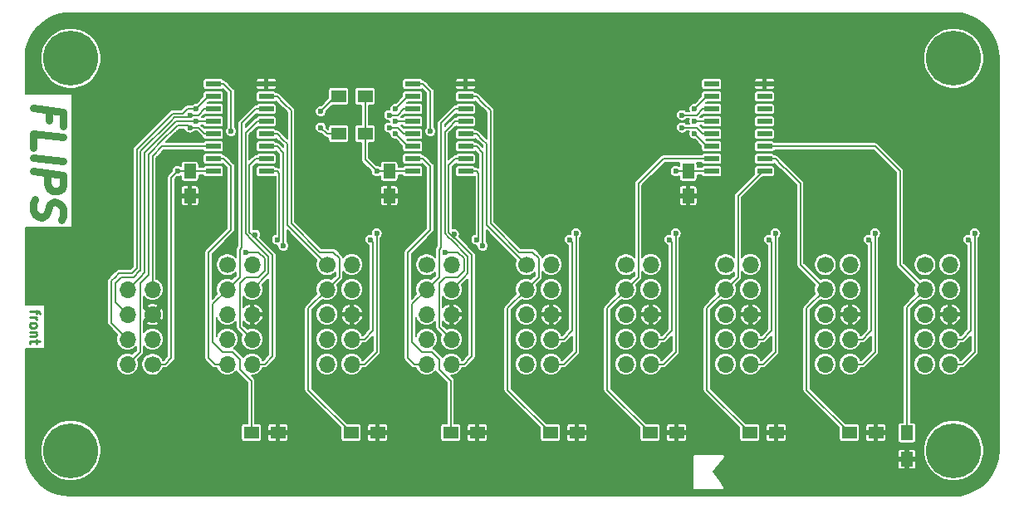
<source format=gbr>
G04 #@! TF.GenerationSoftware,KiCad,Pcbnew,(5.0.1)-4*
G04 #@! TF.CreationDate,2018-11-25T16:04:59+01:00*
G04 #@! TF.ProjectId,Flips6,466C697073362E6B696361645F706362,V1.0*
G04 #@! TF.SameCoordinates,Original*
G04 #@! TF.FileFunction,Copper,L1,Top,Signal*
G04 #@! TF.FilePolarity,Positive*
%FSLAX46Y46*%
G04 Gerber Fmt 4.6, Leading zero omitted, Abs format (unit mm)*
G04 Created by KiCad (PCBNEW (5.0.1)-4) date 25.11.2018 16:04:59*
%MOMM*%
%LPD*%
G01*
G04 APERTURE LIST*
G04 #@! TA.AperFunction,NonConductor*
%ADD10C,0.250000*%
G04 #@! TD*
G04 #@! TA.AperFunction,NonConductor*
%ADD11C,0.750000*%
G04 #@! TD*
G04 #@! TA.AperFunction,ComponentPad*
%ADD12C,5.600000*%
G04 #@! TD*
G04 #@! TA.AperFunction,SMDPad,CuDef*
%ADD13R,1.250000X1.500000*%
G04 #@! TD*
G04 #@! TA.AperFunction,SMDPad,CuDef*
%ADD14R,1.500000X1.300000*%
G04 #@! TD*
G04 #@! TA.AperFunction,ComponentPad*
%ADD15O,1.700000X1.700000*%
G04 #@! TD*
G04 #@! TA.AperFunction,ComponentPad*
%ADD16C,1.700000*%
G04 #@! TD*
G04 #@! TA.AperFunction,Conductor*
%ADD17C,1.700000*%
G04 #@! TD*
G04 #@! TA.AperFunction,SMDPad,CuDef*
%ADD18R,1.500000X0.600000*%
G04 #@! TD*
G04 #@! TA.AperFunction,SMDPad,CuDef*
%ADD19R,1.300000X1.500000*%
G04 #@! TD*
G04 #@! TA.AperFunction,ViaPad*
%ADD20C,0.600000*%
G04 #@! TD*
G04 #@! TA.AperFunction,Conductor*
%ADD21C,0.200000*%
G04 #@! TD*
G04 APERTURE END LIST*
D10*
X52284285Y-81494523D02*
X52284285Y-81875476D01*
X51617619Y-81637380D02*
X52474761Y-81637380D01*
X52570000Y-81685000D01*
X52617619Y-81780238D01*
X52617619Y-81875476D01*
X51617619Y-82208809D02*
X52284285Y-82208809D01*
X52093809Y-82208809D02*
X52189047Y-82256428D01*
X52236666Y-82304047D01*
X52284285Y-82399285D01*
X52284285Y-82494523D01*
X51617619Y-82970714D02*
X51665238Y-82875476D01*
X51712857Y-82827857D01*
X51808095Y-82780238D01*
X52093809Y-82780238D01*
X52189047Y-82827857D01*
X52236666Y-82875476D01*
X52284285Y-82970714D01*
X52284285Y-83113571D01*
X52236666Y-83208809D01*
X52189047Y-83256428D01*
X52093809Y-83304047D01*
X51808095Y-83304047D01*
X51712857Y-83256428D01*
X51665238Y-83208809D01*
X51617619Y-83113571D01*
X51617619Y-82970714D01*
X52284285Y-83732619D02*
X51617619Y-83732619D01*
X52189047Y-83732619D02*
X52236666Y-83780238D01*
X52284285Y-83875476D01*
X52284285Y-84018333D01*
X52236666Y-84113571D01*
X52141428Y-84161190D01*
X51617619Y-84161190D01*
X52284285Y-84494523D02*
X52284285Y-84875476D01*
X52617619Y-84637380D02*
X51760476Y-84637380D01*
X51665238Y-84685000D01*
X51617619Y-84780238D01*
X51617619Y-84875476D01*
D11*
X53554285Y-62106071D02*
X53554285Y-61106071D01*
X51982857Y-60909642D02*
X54982857Y-61284642D01*
X54982857Y-62713214D01*
X51982857Y-64909642D02*
X51982857Y-63481071D01*
X54982857Y-63856071D01*
X51982857Y-65909642D02*
X54982857Y-66284642D01*
X51982857Y-67338214D02*
X54982857Y-67713214D01*
X54982857Y-68856071D01*
X54840000Y-69123928D01*
X54697142Y-69248928D01*
X54411428Y-69356071D01*
X53982857Y-69302500D01*
X53697142Y-69123928D01*
X53554285Y-68963214D01*
X53411428Y-68659642D01*
X53411428Y-67516785D01*
X52125714Y-70213214D02*
X51982857Y-70623928D01*
X51982857Y-71338214D01*
X52125714Y-71641785D01*
X52268571Y-71802500D01*
X52554285Y-71981071D01*
X52840000Y-72016785D01*
X53125714Y-71909642D01*
X53268571Y-71784642D01*
X53411428Y-71516785D01*
X53554285Y-70963214D01*
X53697142Y-70695357D01*
X53840000Y-70570357D01*
X54125714Y-70463214D01*
X54411428Y-70498928D01*
X54697142Y-70677500D01*
X54840000Y-70838214D01*
X54982857Y-71141785D01*
X54982857Y-71856071D01*
X54840000Y-72266785D01*
D12*
G04 #@! TO.P,REF\002A\002A,1*
G04 #@! TO.N,N/C*
X55800000Y-95800000D03*
G04 #@! TD*
G04 #@! TO.P,REF\002A\002A,1*
G04 #@! TO.N,N/C*
X145800000Y-95800000D03*
G04 #@! TD*
G04 #@! TO.P,REF\002A\002A,1*
G04 #@! TO.N,N/C*
X145800000Y-55800000D03*
G04 #@! TD*
G04 #@! TO.P,REF\002A\002A,1*
G04 #@! TO.N,N/C*
X55800000Y-55800000D03*
G04 #@! TD*
D13*
G04 #@! TO.P,C1,1*
G04 #@! TO.N,+5V*
X67945000Y-67330000D03*
G04 #@! TO.P,C1,2*
G04 #@! TO.N,GND*
X67945000Y-69830000D03*
G04 #@! TD*
G04 #@! TO.P,C2,1*
G04 #@! TO.N,+5V*
X88265000Y-67330000D03*
G04 #@! TO.P,C2,2*
G04 #@! TO.N,GND*
X88265000Y-69830000D03*
G04 #@! TD*
G04 #@! TO.P,C3,2*
G04 #@! TO.N,GND*
X118745000Y-69830000D03*
G04 #@! TO.P,C3,1*
G04 #@! TO.N,+5V*
X118745000Y-67330000D03*
G04 #@! TD*
D14*
G04 #@! TO.P,R2,2*
G04 #@! TO.N,+5V*
X85805000Y-63500000D03*
G04 #@! TO.P,R2,1*
G04 #@! TO.N,/~OE*
X83105000Y-63500000D03*
G04 #@! TD*
G04 #@! TO.P,R1,1*
G04 #@! TO.N,/~SRCLR*
X83105000Y-59690000D03*
G04 #@! TO.P,R1,2*
G04 #@! TO.N,+5V*
X85805000Y-59690000D03*
G04 #@! TD*
D15*
G04 #@! TO.P,CNX1,10*
G04 #@! TO.N,/XA.2*
X94615000Y-86995000D03*
G04 #@! TO.P,CNX1,9*
G04 #@! TO.N,/XA.0*
X92075000Y-86995000D03*
G04 #@! TO.P,CNX1,8*
G04 #@! TO.N,/XA.1*
X94615000Y-84455000D03*
G04 #@! TO.P,CNX1,7*
G04 #@! TO.N,+5V*
X92075000Y-84455000D03*
G04 #@! TO.P,CNX1,6*
G04 #@! TO.N,GND*
X94615000Y-81915000D03*
G04 #@! TO.P,CNX1,5*
G04 #@! TO.N,+12V*
X92075000Y-81915000D03*
G04 #@! TO.P,CNX1,4*
G04 #@! TO.N,/XDAT*
X94615000Y-79375000D03*
G04 #@! TO.P,CNX1,3*
G04 #@! TO.N,/XEN1*
X92075000Y-79375000D03*
G04 #@! TO.P,CNX1,2*
G04 #@! TO.N,/XB.0*
X94615000Y-76835000D03*
D16*
G04 #@! TO.P,CNX1,1*
G04 #@! TO.N,/XB.1*
X92075000Y-76835000D03*
G04 #@! TD*
G04 #@! TO.P,CNX2,1*
G04 #@! TO.N,/XB.1*
X102235000Y-76835000D03*
D15*
G04 #@! TO.P,CNX2,2*
G04 #@! TO.N,/XB.0*
X104775000Y-76835000D03*
G04 #@! TO.P,CNX2,3*
G04 #@! TO.N,/XEN2*
X102235000Y-79375000D03*
G04 #@! TO.P,CNX2,4*
G04 #@! TO.N,/XDAT*
X104775000Y-79375000D03*
G04 #@! TO.P,CNX2,5*
G04 #@! TO.N,+12V*
X102235000Y-81915000D03*
G04 #@! TO.P,CNX2,6*
G04 #@! TO.N,GND*
X104775000Y-81915000D03*
G04 #@! TO.P,CNX2,7*
G04 #@! TO.N,+5V*
X102235000Y-84455000D03*
G04 #@! TO.P,CNX2,8*
G04 #@! TO.N,/XA.1*
X104775000Y-84455000D03*
G04 #@! TO.P,CNX2,9*
G04 #@! TO.N,/XA.0*
X102235000Y-86995000D03*
G04 #@! TO.P,CNX2,10*
G04 #@! TO.N,/XA.2*
X104775000Y-86995000D03*
G04 #@! TD*
G04 #@! TO.P,CNX3,10*
G04 #@! TO.N,/XA.2*
X114935000Y-86995000D03*
G04 #@! TO.P,CNX3,9*
G04 #@! TO.N,/XA.0*
X112395000Y-86995000D03*
G04 #@! TO.P,CNX3,8*
G04 #@! TO.N,/XA.1*
X114935000Y-84455000D03*
G04 #@! TO.P,CNX3,7*
G04 #@! TO.N,+5V*
X112395000Y-84455000D03*
G04 #@! TO.P,CNX3,6*
G04 #@! TO.N,GND*
X114935000Y-81915000D03*
G04 #@! TO.P,CNX3,5*
G04 #@! TO.N,+12V*
X112395000Y-81915000D03*
G04 #@! TO.P,CNX3,4*
G04 #@! TO.N,/XDAT*
X114935000Y-79375000D03*
G04 #@! TO.P,CNX3,3*
G04 #@! TO.N,/XEN3*
X112395000Y-79375000D03*
G04 #@! TO.P,CNX3,2*
G04 #@! TO.N,/XB.0*
X114935000Y-76835000D03*
D16*
G04 #@! TO.P,CNX3,1*
G04 #@! TO.N,/XB.1*
X112395000Y-76835000D03*
G04 #@! TD*
G04 #@! TO.P,CNX4,1*
G04 #@! TO.N,/XB.1*
X122555000Y-76835000D03*
D15*
G04 #@! TO.P,CNX4,2*
G04 #@! TO.N,/XB.0*
X125095000Y-76835000D03*
G04 #@! TO.P,CNX4,3*
G04 #@! TO.N,/XEN4*
X122555000Y-79375000D03*
G04 #@! TO.P,CNX4,4*
G04 #@! TO.N,/XDAT*
X125095000Y-79375000D03*
G04 #@! TO.P,CNX4,5*
G04 #@! TO.N,+12V*
X122555000Y-81915000D03*
G04 #@! TO.P,CNX4,6*
G04 #@! TO.N,GND*
X125095000Y-81915000D03*
G04 #@! TO.P,CNX4,7*
G04 #@! TO.N,+5V*
X122555000Y-84455000D03*
G04 #@! TO.P,CNX4,8*
G04 #@! TO.N,/XA.1*
X125095000Y-84455000D03*
G04 #@! TO.P,CNX4,9*
G04 #@! TO.N,/XA.0*
X122555000Y-86995000D03*
G04 #@! TO.P,CNX4,10*
G04 #@! TO.N,/XA.2*
X125095000Y-86995000D03*
G04 #@! TD*
G04 #@! TO.P,CNX5,10*
G04 #@! TO.N,/XA.2*
X135255000Y-86995000D03*
G04 #@! TO.P,CNX5,9*
G04 #@! TO.N,/XA.0*
X132715000Y-86995000D03*
G04 #@! TO.P,CNX5,8*
G04 #@! TO.N,/XA.1*
X135255000Y-84455000D03*
G04 #@! TO.P,CNX5,7*
G04 #@! TO.N,+5V*
X132715000Y-84455000D03*
G04 #@! TO.P,CNX5,6*
G04 #@! TO.N,GND*
X135255000Y-81915000D03*
G04 #@! TO.P,CNX5,5*
G04 #@! TO.N,+12V*
X132715000Y-81915000D03*
G04 #@! TO.P,CNX5,4*
G04 #@! TO.N,/XDAT*
X135255000Y-79375000D03*
G04 #@! TO.P,CNX5,3*
G04 #@! TO.N,/XEN5*
X132715000Y-79375000D03*
G04 #@! TO.P,CNX5,2*
G04 #@! TO.N,/XB.0*
X135255000Y-76835000D03*
D16*
G04 #@! TO.P,CNX5,1*
G04 #@! TO.N,/XB.1*
X132715000Y-76835000D03*
G04 #@! TD*
G04 #@! TO.P,CNY1,1*
G04 #@! TO.N,/YB.1*
X71755000Y-76835000D03*
D15*
G04 #@! TO.P,CNY1,2*
G04 #@! TO.N,/YB.0*
X74295000Y-76835000D03*
G04 #@! TO.P,CNY1,3*
G04 #@! TO.N,/YEN1*
X71755000Y-79375000D03*
G04 #@! TO.P,CNY1,4*
G04 #@! TO.N,/YDAT*
X74295000Y-79375000D03*
G04 #@! TO.P,CNY1,5*
G04 #@! TO.N,+12V*
X71755000Y-81915000D03*
G04 #@! TO.P,CNY1,6*
G04 #@! TO.N,GND*
X74295000Y-81915000D03*
G04 #@! TO.P,CNY1,7*
G04 #@! TO.N,+5V*
X71755000Y-84455000D03*
G04 #@! TO.P,CNY1,8*
G04 #@! TO.N,/YA.1*
X74295000Y-84455000D03*
G04 #@! TO.P,CNY1,9*
G04 #@! TO.N,/YA.0*
X71755000Y-86995000D03*
G04 #@! TO.P,CNY1,10*
G04 #@! TO.N,/YA.2*
X74295000Y-86995000D03*
G04 #@! TD*
G04 #@! TO.P,CNY2,10*
G04 #@! TO.N,/YA.2*
X84455000Y-86995000D03*
G04 #@! TO.P,CNY2,9*
G04 #@! TO.N,/YA.0*
X81915000Y-86995000D03*
G04 #@! TO.P,CNY2,8*
G04 #@! TO.N,/YA.1*
X84455000Y-84455000D03*
G04 #@! TO.P,CNY2,7*
G04 #@! TO.N,+5V*
X81915000Y-84455000D03*
G04 #@! TO.P,CNY2,6*
G04 #@! TO.N,GND*
X84455000Y-81915000D03*
G04 #@! TO.P,CNY2,5*
G04 #@! TO.N,+12V*
X81915000Y-81915000D03*
G04 #@! TO.P,CNY2,4*
G04 #@! TO.N,/YDAT*
X84455000Y-79375000D03*
G04 #@! TO.P,CNY2,3*
G04 #@! TO.N,/YEN2*
X81915000Y-79375000D03*
G04 #@! TO.P,CNY2,2*
G04 #@! TO.N,/YB.0*
X84455000Y-76835000D03*
D16*
G04 #@! TO.P,CNY2,1*
G04 #@! TO.N,/YB.1*
X81915000Y-76835000D03*
G04 #@! TD*
D15*
G04 #@! TO.P,CN1,8*
G04 #@! TO.N,/RCLK*
X61595000Y-79375000D03*
G04 #@! TO.P,CN1,7*
G04 #@! TO.N,/DIN*
X64135000Y-79375000D03*
G04 #@! TO.P,CN1,6*
G04 #@! TO.N,/SRCLK*
X61595000Y-81915000D03*
D16*
G04 #@! TO.P,CN1,5*
G04 #@! TO.N,GND*
X64135000Y-81915000D03*
D17*
G04 #@! TD*
G04 #@! TO.N,GND*
G04 #@! TO.C,CN1*
X64135000Y-81915000D02*
X64135000Y-81915000D01*
D15*
G04 #@! TO.P,CN1,4*
G04 #@! TO.N,/~SRCLR*
X61595000Y-84455000D03*
G04 #@! TO.P,CN1,3*
G04 #@! TO.N,+12V*
X64135000Y-84455000D03*
G04 #@! TO.P,CN1,2*
G04 #@! TO.N,/~OE*
X61595000Y-86995000D03*
D16*
G04 #@! TO.P,CN1,1*
G04 #@! TO.N,+5V*
X64135000Y-86995000D03*
G04 #@! TD*
D15*
G04 #@! TO.P,CNX6,10*
G04 #@! TO.N,/XA.2*
X145415000Y-86995000D03*
G04 #@! TO.P,CNX6,9*
G04 #@! TO.N,/XA.0*
X142875000Y-86995000D03*
G04 #@! TO.P,CNX6,8*
G04 #@! TO.N,/XA.1*
X145415000Y-84455000D03*
G04 #@! TO.P,CNX6,7*
G04 #@! TO.N,+5V*
X142875000Y-84455000D03*
G04 #@! TO.P,CNX6,6*
G04 #@! TO.N,GND*
X145415000Y-81915000D03*
G04 #@! TO.P,CNX6,5*
G04 #@! TO.N,+12V*
X142875000Y-81915000D03*
G04 #@! TO.P,CNX6,4*
G04 #@! TO.N,/XDAT*
X145415000Y-79375000D03*
G04 #@! TO.P,CNX6,3*
G04 #@! TO.N,/XEN6*
X142875000Y-79375000D03*
G04 #@! TO.P,CNX6,2*
G04 #@! TO.N,/XB.0*
X145415000Y-76835000D03*
D16*
G04 #@! TO.P,CNX6,1*
G04 #@! TO.N,/XB.1*
X142875000Y-76835000D03*
G04 #@! TD*
D18*
G04 #@! TO.P,IC1,16*
G04 #@! TO.N,+5V*
X70325000Y-67310000D03*
G04 #@! TO.P,IC1,15*
G04 #@! TO.N,/YA.0*
X70325000Y-66040000D03*
G04 #@! TO.P,IC1,14*
G04 #@! TO.N,/DIN*
X70325000Y-64770000D03*
G04 #@! TO.P,IC1,13*
G04 #@! TO.N,/~OE*
X70325000Y-63500000D03*
G04 #@! TO.P,IC1,12*
G04 #@! TO.N,/RCLK*
X70325000Y-62230000D03*
G04 #@! TO.P,IC1,11*
G04 #@! TO.N,/SRCLK*
X70325000Y-60960000D03*
G04 #@! TO.P,IC1,10*
G04 #@! TO.N,/~SRCLR*
X70325000Y-59690000D03*
G04 #@! TO.P,IC1,9*
G04 #@! TO.N,Net-(IC1-Pad9)*
X70325000Y-58420000D03*
G04 #@! TO.P,IC1,8*
G04 #@! TO.N,GND*
X75725000Y-58420000D03*
G04 #@! TO.P,IC1,7*
G04 #@! TO.N,/YEN2*
X75725000Y-59690000D03*
G04 #@! TO.P,IC1,6*
G04 #@! TO.N,/YEN1*
X75725000Y-60960000D03*
G04 #@! TO.P,IC1,5*
G04 #@! TO.N,/YDAT*
X75725000Y-62230000D03*
G04 #@! TO.P,IC1,4*
G04 #@! TO.N,/YB.1*
X75725000Y-63500000D03*
G04 #@! TO.P,IC1,3*
G04 #@! TO.N,/YB.0*
X75725000Y-64770000D03*
G04 #@! TO.P,IC1,2*
G04 #@! TO.N,/YA.2*
X75725000Y-66040000D03*
G04 #@! TO.P,IC1,1*
G04 #@! TO.N,/YA.1*
X75725000Y-67310000D03*
G04 #@! TD*
G04 #@! TO.P,IC2,1*
G04 #@! TO.N,/XA.1*
X96045000Y-67310000D03*
G04 #@! TO.P,IC2,2*
G04 #@! TO.N,/XA.2*
X96045000Y-66040000D03*
G04 #@! TO.P,IC2,3*
G04 #@! TO.N,/XB.0*
X96045000Y-64770000D03*
G04 #@! TO.P,IC2,4*
G04 #@! TO.N,/XB.1*
X96045000Y-63500000D03*
G04 #@! TO.P,IC2,5*
G04 #@! TO.N,/XDAT*
X96045000Y-62230000D03*
G04 #@! TO.P,IC2,6*
G04 #@! TO.N,/XEN1*
X96045000Y-60960000D03*
G04 #@! TO.P,IC2,7*
G04 #@! TO.N,/XEN2*
X96045000Y-59690000D03*
G04 #@! TO.P,IC2,8*
G04 #@! TO.N,GND*
X96045000Y-58420000D03*
G04 #@! TO.P,IC2,9*
G04 #@! TO.N,Net-(IC2-Pad9)*
X90645000Y-58420000D03*
G04 #@! TO.P,IC2,10*
G04 #@! TO.N,/~SRCLR*
X90645000Y-59690000D03*
G04 #@! TO.P,IC2,11*
G04 #@! TO.N,/SRCLK*
X90645000Y-60960000D03*
G04 #@! TO.P,IC2,12*
G04 #@! TO.N,/RCLK*
X90645000Y-62230000D03*
G04 #@! TO.P,IC2,13*
G04 #@! TO.N,/~OE*
X90645000Y-63500000D03*
G04 #@! TO.P,IC2,14*
G04 #@! TO.N,Net-(IC1-Pad9)*
X90645000Y-64770000D03*
G04 #@! TO.P,IC2,15*
G04 #@! TO.N,/XA.0*
X90645000Y-66040000D03*
G04 #@! TO.P,IC2,16*
G04 #@! TO.N,+5V*
X90645000Y-67310000D03*
G04 #@! TD*
G04 #@! TO.P,IC3,16*
G04 #@! TO.N,+5V*
X121125000Y-67310000D03*
G04 #@! TO.P,IC3,15*
G04 #@! TO.N,/XEN3*
X121125000Y-66040000D03*
G04 #@! TO.P,IC3,14*
G04 #@! TO.N,Net-(IC2-Pad9)*
X121125000Y-64770000D03*
G04 #@! TO.P,IC3,13*
G04 #@! TO.N,/~OE*
X121125000Y-63500000D03*
G04 #@! TO.P,IC3,12*
G04 #@! TO.N,/RCLK*
X121125000Y-62230000D03*
G04 #@! TO.P,IC3,11*
G04 #@! TO.N,/SRCLK*
X121125000Y-60960000D03*
G04 #@! TO.P,IC3,10*
G04 #@! TO.N,/~SRCLR*
X121125000Y-59690000D03*
G04 #@! TO.P,IC3,9*
G04 #@! TO.N,Net-(IC3-Pad9)*
X121125000Y-58420000D03*
G04 #@! TO.P,IC3,8*
G04 #@! TO.N,GND*
X126525000Y-58420000D03*
G04 #@! TO.P,IC3,7*
G04 #@! TO.N,/YEN4*
X126525000Y-59690000D03*
G04 #@! TO.P,IC3,6*
G04 #@! TO.N,/YEN3*
X126525000Y-60960000D03*
G04 #@! TO.P,IC3,5*
G04 #@! TO.N,/XEN8*
X126525000Y-62230000D03*
G04 #@! TO.P,IC3,4*
G04 #@! TO.N,/XEN7*
X126525000Y-63500000D03*
G04 #@! TO.P,IC3,3*
G04 #@! TO.N,/XEN6*
X126525000Y-64770000D03*
G04 #@! TO.P,IC3,2*
G04 #@! TO.N,/XEN5*
X126525000Y-66040000D03*
G04 #@! TO.P,IC3,1*
G04 #@! TO.N,/XEN4*
X126525000Y-67310000D03*
G04 #@! TD*
D14*
G04 #@! TO.P,R3,1*
G04 #@! TO.N,GND*
X76915000Y-93980000D03*
G04 #@! TO.P,R3,2*
G04 #@! TO.N,/YEN1*
X74215000Y-93980000D03*
G04 #@! TD*
G04 #@! TO.P,R4,2*
G04 #@! TO.N,/YEN2*
X84375000Y-93980000D03*
G04 #@! TO.P,R4,1*
G04 #@! TO.N,GND*
X87075000Y-93980000D03*
G04 #@! TD*
G04 #@! TO.P,R5,1*
G04 #@! TO.N,GND*
X97235000Y-93980000D03*
G04 #@! TO.P,R5,2*
G04 #@! TO.N,/XEN1*
X94535000Y-93980000D03*
G04 #@! TD*
G04 #@! TO.P,R6,2*
G04 #@! TO.N,/XEN2*
X104695000Y-93980000D03*
G04 #@! TO.P,R6,1*
G04 #@! TO.N,GND*
X107395000Y-93980000D03*
G04 #@! TD*
G04 #@! TO.P,R7,1*
G04 #@! TO.N,GND*
X117555000Y-93980000D03*
G04 #@! TO.P,R7,2*
G04 #@! TO.N,/XEN3*
X114855000Y-93980000D03*
G04 #@! TD*
G04 #@! TO.P,R8,2*
G04 #@! TO.N,/XEN4*
X125015000Y-93980000D03*
G04 #@! TO.P,R8,1*
G04 #@! TO.N,GND*
X127715000Y-93980000D03*
G04 #@! TD*
G04 #@! TO.P,R9,1*
G04 #@! TO.N,GND*
X137875000Y-93980000D03*
G04 #@! TO.P,R9,2*
G04 #@! TO.N,/XEN5*
X135175000Y-93980000D03*
G04 #@! TD*
D19*
G04 #@! TO.P,R10,2*
G04 #@! TO.N,/XEN6*
X141050000Y-93980000D03*
G04 #@! TO.P,R10,1*
G04 #@! TO.N,GND*
X141050000Y-96680000D03*
G04 #@! TD*
D20*
G04 #@! TO.N,+5V*
X86995000Y-67310000D03*
X66675000Y-67310000D03*
X117475000Y-67310000D03*
G04 #@! TO.N,GND*
X88265000Y-84455000D03*
X98425000Y-79375000D03*
X78105000Y-79375000D03*
X108585000Y-79375000D03*
X118745000Y-79375000D03*
X128905000Y-79375000D03*
X67945000Y-71755000D03*
X75819000Y-69723000D03*
X96139000Y-69723000D03*
X118745000Y-81915000D03*
X128905000Y-81915000D03*
X108585000Y-81915000D03*
X98425000Y-81915000D03*
X78105000Y-81915000D03*
X78105000Y-76835000D03*
X78105000Y-84455000D03*
X78105000Y-86995000D03*
X88265000Y-81915000D03*
X88265000Y-86995000D03*
X98425000Y-86995000D03*
X98425000Y-84455000D03*
X98425000Y-76835000D03*
X108585000Y-76835000D03*
X108585000Y-84455000D03*
X108585000Y-86995000D03*
X118745000Y-86995000D03*
X118745000Y-84455000D03*
X118745000Y-76835000D03*
X128905000Y-84455000D03*
X128905000Y-86995000D03*
X128905000Y-76835000D03*
X88265000Y-71755000D03*
X88265000Y-76835000D03*
X103505000Y-90170000D03*
X120015000Y-69850000D03*
X75692000Y-57150000D03*
X96012000Y-57150000D03*
X126492000Y-57150000D03*
X123825000Y-90170000D03*
X73025000Y-90170000D03*
X57785000Y-85725000D03*
X57785000Y-80645000D03*
X139065000Y-84455000D03*
X139065000Y-79375000D03*
X67945000Y-85725000D03*
X67945000Y-83185000D03*
X139065000Y-76835000D03*
X139065000Y-81915000D03*
X139065000Y-86995000D03*
X133985000Y-90170000D03*
X149225000Y-86995000D03*
X149225000Y-81915000D03*
X149225000Y-76835000D03*
X144145000Y-90170000D03*
X113665000Y-90170000D03*
X93345000Y-90170000D03*
X83185000Y-90170000D03*
X62865000Y-89535000D03*
X149225000Y-71755000D03*
X144145000Y-69215000D03*
G04 #@! TO.N,/RCLK*
X88900000Y-62230000D03*
X68580000Y-62230000D03*
X119380000Y-62230000D03*
G04 #@! TO.N,/SRCLK*
X88265000Y-61595000D03*
X67945000Y-61595000D03*
X118110000Y-61595000D03*
G04 #@! TO.N,/~SRCLR*
X68580000Y-60960000D03*
X88900000Y-60960000D03*
X119380000Y-60960000D03*
X81280000Y-61214000D03*
G04 #@! TO.N,Net-(IC1-Pad9)*
X88900000Y-63500000D03*
X72136000Y-63246000D03*
G04 #@! TO.N,/~OE*
X81280000Y-62865000D03*
X67945000Y-62865000D03*
X88265000Y-62865000D03*
X118110000Y-62865000D03*
G04 #@! TO.N,/XB.0*
X97790000Y-74930000D03*
G04 #@! TO.N,/XA.1*
X97155000Y-74295000D03*
X106680000Y-74295000D03*
X116840000Y-74295000D03*
X127000000Y-74295000D03*
X137160000Y-74295000D03*
X147320000Y-74295000D03*
X93980000Y-75565000D03*
G04 #@! TO.N,/XA.2*
X107315000Y-73660000D03*
X117475000Y-73660000D03*
X127635000Y-73660000D03*
X137795000Y-73660000D03*
X147955000Y-73660000D03*
X94858840Y-73756520D03*
G04 #@! TO.N,/YB.0*
X77470000Y-74930000D03*
G04 #@! TO.N,/YA.1*
X76835000Y-74295000D03*
X86360000Y-74295000D03*
X73660000Y-75565000D03*
G04 #@! TO.N,/YA.2*
X86995000Y-73660000D03*
X74584560Y-73802240D03*
G04 #@! TO.N,Net-(IC2-Pad9)*
X119380000Y-63500000D03*
X92456000Y-63246000D03*
G04 #@! TD*
D21*
G04 #@! TO.N,+5V*
X90170000Y-67310000D02*
X89789000Y-67310000D01*
X89789000Y-67310000D02*
X88225000Y-67310000D01*
X118725000Y-67310000D02*
X119761000Y-67310000D01*
X119761000Y-67310000D02*
X120650000Y-67310000D01*
X66040000Y-67945000D02*
X66040000Y-85090000D01*
X66675000Y-67310000D02*
X66040000Y-67945000D01*
X69850000Y-67310000D02*
X69342000Y-67310000D01*
X69342000Y-67310000D02*
X67965000Y-67310000D01*
X67965000Y-67310000D02*
X67945000Y-67330000D01*
X67945000Y-67330000D02*
X67925000Y-67310000D01*
X67925000Y-67310000D02*
X66675000Y-67310000D01*
X86995000Y-67310000D02*
X88245000Y-67310000D01*
X88245000Y-67310000D02*
X88265000Y-67330000D01*
X118745000Y-67330000D02*
X118725000Y-67310000D01*
X86995000Y-67310000D02*
X85805000Y-66120000D01*
X85805000Y-66120000D02*
X85805000Y-63500000D01*
X85805000Y-63500000D02*
X85805000Y-59690000D01*
X118725000Y-67310000D02*
X117475000Y-67310000D01*
X64135000Y-86995000D02*
X65405000Y-86995000D01*
X66040000Y-86360000D02*
X66040000Y-85090000D01*
X65405000Y-86995000D02*
X66040000Y-86360000D01*
X70325000Y-67310000D02*
X69342000Y-67310000D01*
X89789000Y-67310000D02*
X90645000Y-67310000D01*
X121125000Y-67310000D02*
X119761000Y-67310000D01*
G04 #@! TO.N,/DIN*
X69850000Y-64770000D02*
X69088000Y-64770000D01*
X69088000Y-64770000D02*
X66675000Y-64770000D01*
X64135000Y-79375000D02*
X64135000Y-66675000D01*
X66675000Y-64770000D02*
X65127752Y-64770000D01*
X64135000Y-65762752D02*
X64135000Y-66675000D01*
X65127752Y-64770000D02*
X64135000Y-65762752D01*
X70325000Y-64770000D02*
X69088000Y-64770000D01*
G04 #@! TO.N,/RCLK*
X88900000Y-62230000D02*
X90170000Y-62230000D01*
X67945000Y-62230000D02*
X68580000Y-62230000D01*
X66536376Y-62230000D02*
X63334996Y-65431380D01*
X63334996Y-65431380D02*
X63334996Y-66675000D01*
X67310000Y-62230000D02*
X66536376Y-62230000D01*
X67310000Y-62230000D02*
X67945000Y-62230000D01*
X62865000Y-78105000D02*
X63334996Y-77635004D01*
X63334996Y-77635004D02*
X63334996Y-66675000D01*
X62865000Y-78105000D02*
X61595000Y-79375000D01*
X119380000Y-62230000D02*
X120650000Y-62230000D01*
X90645000Y-62230000D02*
X88900000Y-62230000D01*
X68580000Y-62230000D02*
X70325000Y-62230000D01*
X119380000Y-62230000D02*
X121125000Y-62230000D01*
G04 #@! TO.N,/SRCLK*
X62934994Y-77400006D02*
X62934994Y-75565000D01*
X60325000Y-80645000D02*
X61595000Y-81915000D01*
X66005344Y-62195344D02*
X62934994Y-65265694D01*
X62934994Y-65265694D02*
X62934994Y-66675000D01*
X60325000Y-78740000D02*
X60325000Y-80645000D01*
X60325000Y-78740000D02*
X60960000Y-78105000D01*
X60960000Y-78105000D02*
X62230000Y-78105000D01*
X62865000Y-77470000D02*
X62830344Y-77504656D01*
X62230000Y-78105000D02*
X62830344Y-77504656D01*
X62865000Y-77470000D02*
X62934994Y-77400006D01*
X62934994Y-75565000D02*
X62934994Y-66675000D01*
X66370690Y-61829998D02*
X66005344Y-62195344D01*
X66675000Y-61829998D02*
X66370690Y-61829998D01*
X66675000Y-61829998D02*
X67710002Y-61829998D01*
X67710002Y-61829998D02*
X67945000Y-61595000D01*
X69433440Y-60960000D02*
X68798440Y-61595000D01*
X70325000Y-60960000D02*
X69433440Y-60960000D01*
X67945000Y-61595000D02*
X68798440Y-61595000D01*
X89758520Y-60960000D02*
X89123520Y-61595000D01*
X90645000Y-60960000D02*
X89758520Y-60960000D01*
X88265000Y-61595000D02*
X89123520Y-61595000D01*
X120233440Y-60960000D02*
X119598440Y-61595000D01*
X121125000Y-60960000D02*
X120233440Y-60960000D01*
X118110000Y-61595000D02*
X119598440Y-61595000D01*
G04 #@! TO.N,/~SRCLR*
X60725002Y-77704998D02*
X60960000Y-77704998D01*
X60960000Y-77704998D02*
X61995002Y-77704998D01*
X60325000Y-78105000D02*
X60725002Y-77704998D01*
X59924998Y-78574314D02*
X59924998Y-78505002D01*
X59924998Y-78505002D02*
X60325000Y-78105000D01*
X60960000Y-77704998D02*
X62064314Y-77704998D01*
X65405000Y-62230000D02*
X65786000Y-61849000D01*
X62534992Y-65100008D02*
X62534992Y-66675000D01*
X65405000Y-62230000D02*
X62534992Y-65100008D01*
X62534992Y-77234320D02*
X62534992Y-66675000D01*
X62064314Y-77704998D02*
X62534992Y-77234320D01*
X59924998Y-82784998D02*
X59924998Y-78574314D01*
X61595000Y-84455000D02*
X59924998Y-82784998D01*
X67945000Y-60960000D02*
X68580000Y-60960000D01*
X67691000Y-60960000D02*
X67221004Y-61429996D01*
X67221004Y-61429996D02*
X66548000Y-61429996D01*
X67945000Y-60960000D02*
X67691000Y-60960000D01*
X88900000Y-60960000D02*
X90170000Y-59690000D01*
X90170000Y-59690000D02*
X90645000Y-59690000D01*
X82804000Y-59690000D02*
X83105000Y-59690000D01*
X81280000Y-61214000D02*
X82804000Y-59690000D01*
X66548000Y-61429996D02*
X66370690Y-61429996D01*
X66548000Y-61429996D02*
X66205004Y-61429996D01*
X66205004Y-61429996D02*
X65786000Y-61849000D01*
X121125000Y-59690000D02*
X120650000Y-59690000D01*
X120650000Y-59690000D02*
X119380000Y-60960000D01*
X69850000Y-59690000D02*
X70325000Y-59690000D01*
X68580000Y-60960000D02*
X69850000Y-59690000D01*
G04 #@! TO.N,Net-(IC1-Pad9)*
X72136000Y-63246000D02*
X72136000Y-59817000D01*
X90645000Y-64770000D02*
X90170000Y-64770000D01*
X90170000Y-64770000D02*
X88900000Y-63500000D01*
X72136000Y-59817000D02*
X72136000Y-59436000D01*
X70325000Y-58420000D02*
X71120000Y-58420000D01*
X70325000Y-58420000D02*
X71374000Y-58420000D01*
X72136000Y-59182000D02*
X72136000Y-59817000D01*
X71374000Y-58420000D02*
X72136000Y-59182000D01*
G04 #@! TO.N,/~OE*
X62865000Y-78740000D02*
X63500000Y-78105000D01*
X63734998Y-77870002D02*
X63734998Y-66675000D01*
X63500000Y-78105000D02*
X63734998Y-77870002D01*
X62865000Y-78740000D02*
X62865000Y-85725000D01*
X62865000Y-85725000D02*
X61595000Y-86995000D01*
X63734998Y-65597066D02*
X63734998Y-66675000D01*
X65301032Y-64031032D02*
X63734998Y-65597066D01*
X65301032Y-64031032D02*
X66253532Y-63078532D01*
X81915000Y-63500000D02*
X83105000Y-63500000D01*
X81280000Y-62865000D02*
X81915000Y-63500000D01*
X67710002Y-62630002D02*
X67945000Y-62865000D01*
X66702062Y-62630002D02*
X67710002Y-62630002D01*
X66253532Y-63078532D02*
X66702062Y-62630002D01*
X118110000Y-62865000D02*
X119253000Y-62865000D01*
X89763600Y-63500000D02*
X89128600Y-62865000D01*
X90645000Y-63500000D02*
X89763600Y-63500000D01*
X89128600Y-62865000D02*
X88265000Y-62865000D01*
X120233440Y-63500000D02*
X119598440Y-62865000D01*
X121125000Y-63500000D02*
X120233440Y-63500000D01*
X119253000Y-62865000D02*
X119598440Y-62865000D01*
X68783200Y-62865000D02*
X67945000Y-62865000D01*
X69418200Y-63500000D02*
X68783200Y-62865000D01*
X70325000Y-63500000D02*
X69418200Y-63500000D01*
G04 #@! TO.N,/XB.0*
X97790000Y-65405000D02*
X97790000Y-73660000D01*
X97790000Y-73660000D02*
X97790000Y-74930000D01*
X97155000Y-64770000D02*
X97790000Y-65405000D01*
X96520000Y-64770000D02*
X96901000Y-64770000D01*
X96901000Y-64770000D02*
X97155000Y-64770000D01*
X96045000Y-64770000D02*
X96901000Y-64770000D01*
G04 #@! TO.N,/XB.1*
X96520000Y-63500000D02*
X96901000Y-63500000D01*
X96901000Y-63500000D02*
X97155000Y-63500000D01*
X99060000Y-73660000D02*
X102235000Y-76835000D01*
X97790000Y-64135000D02*
X97155000Y-63500000D01*
X99060000Y-73660000D02*
X98190002Y-72790002D01*
X98190002Y-64535002D02*
X97790000Y-64135000D01*
X98190002Y-72790002D02*
X98190002Y-64535002D01*
X96901000Y-63500000D02*
X96045000Y-63500000D01*
G04 #@! TO.N,/XDAT*
X94615000Y-79375000D02*
X95885000Y-78105000D01*
X94615000Y-74364312D02*
X94341998Y-74091310D01*
X96285002Y-76034314D02*
X94615000Y-74364312D01*
X96285002Y-76835000D02*
X96285002Y-76034314D01*
X96285002Y-77704998D02*
X96285002Y-76835000D01*
X95885000Y-78105000D02*
X96285002Y-77704998D01*
X94996000Y-62230000D02*
X96045000Y-62230000D01*
X94341998Y-74091310D02*
X93941996Y-73691308D01*
X93941996Y-63284004D02*
X94361000Y-62865000D01*
X93941996Y-73691308D02*
X93941996Y-63284004D01*
X94361000Y-62865000D02*
X94996000Y-62230000D01*
G04 #@! TO.N,/XEN1*
X92075000Y-79375000D02*
X93345000Y-78105000D01*
X93345000Y-78105000D02*
X93345000Y-75311000D01*
X96045000Y-60960000D02*
X94996000Y-60960000D01*
X93541986Y-62414014D02*
X93541986Y-63246000D01*
X94234000Y-61722000D02*
X93541986Y-62414014D01*
X93541986Y-63246000D02*
X93541986Y-62738000D01*
X94996000Y-60960000D02*
X94234000Y-61722000D01*
X93541986Y-75114014D02*
X93345000Y-75311000D01*
X93541986Y-66167000D02*
X93541986Y-75114014D01*
X93541986Y-66167000D02*
X93541986Y-63246000D01*
X93541986Y-66605014D02*
X93541986Y-66167000D01*
X92075000Y-79375000D02*
X90570002Y-80879998D01*
X94535000Y-88693000D02*
X94535000Y-93980000D01*
X94361000Y-88519000D02*
X94535000Y-88693000D01*
X90570002Y-80879998D02*
X90570002Y-83947000D01*
X91567000Y-85725000D02*
X92583000Y-85725000D01*
X92583000Y-85725000D02*
X93345000Y-86487000D01*
X93345000Y-86487000D02*
X93345000Y-87503000D01*
X93345000Y-87503000D02*
X94361000Y-88519000D01*
X90570002Y-83947000D02*
X90570002Y-84728002D01*
X90570002Y-84728002D02*
X91567000Y-85725000D01*
G04 #@! TO.N,/XA.1*
X94615000Y-84455000D02*
X93345000Y-83185000D01*
X93345000Y-83185000D02*
X93345000Y-78740000D01*
X127234998Y-75565000D02*
X127234998Y-81915000D01*
X127234998Y-83585002D02*
X127000000Y-83820000D01*
X127234998Y-81915000D02*
X127234998Y-83585002D01*
X126365000Y-84455000D02*
X127000000Y-83820000D01*
X125095000Y-84455000D02*
X126365000Y-84455000D01*
X106914998Y-76835000D02*
X106914998Y-79375000D01*
X117074998Y-76200000D02*
X117074998Y-81280000D01*
X117074998Y-83585002D02*
X116840000Y-83820000D01*
X117074998Y-81280000D02*
X117074998Y-83585002D01*
X116205000Y-84455000D02*
X116840000Y-83820000D01*
X114935000Y-84455000D02*
X116205000Y-84455000D01*
X147554998Y-77470000D02*
X147554998Y-81915000D01*
X147554998Y-83185000D02*
X147554998Y-82550000D01*
X147554998Y-83585002D02*
X147554998Y-82550000D01*
X146685000Y-84455000D02*
X147554998Y-83585002D01*
X146685000Y-84455000D02*
X145415000Y-84455000D01*
X147554998Y-81915000D02*
X147554998Y-83185000D01*
X106914998Y-79375000D02*
X106914998Y-83585002D01*
X106045000Y-84455000D02*
X104775000Y-84455000D01*
X106914998Y-83585002D02*
X106045000Y-84455000D01*
X97389998Y-74060002D02*
X97389998Y-69850000D01*
X97155000Y-74295000D02*
X97389998Y-74060002D01*
X106914998Y-76835000D02*
X106914998Y-74529998D01*
X106680000Y-74295000D02*
X106914998Y-74529998D01*
X117074998Y-74529998D02*
X117074998Y-76200000D01*
X116840000Y-74295000D02*
X117074998Y-74529998D01*
X127234998Y-74529998D02*
X127234998Y-75565000D01*
X127000000Y-74295000D02*
X127234998Y-74529998D01*
X137394998Y-74529998D02*
X137394998Y-75330002D01*
X147320000Y-74295000D02*
X147554998Y-74529998D01*
X147554998Y-77470000D02*
X147554998Y-74529998D01*
X147554998Y-74529998D02*
X147320000Y-74295000D01*
X137394998Y-76835000D02*
X137394998Y-81915000D01*
X135255000Y-84455000D02*
X136525000Y-84455000D01*
X136525000Y-84455000D02*
X137160000Y-83820000D01*
X137394998Y-81915000D02*
X137394998Y-83585002D01*
X137394998Y-83585002D02*
X137160000Y-83820000D01*
X137160000Y-74295000D02*
X137394998Y-74529998D01*
X137394998Y-74529998D02*
X137394998Y-76835000D01*
X93345000Y-78740000D02*
X93980000Y-78105000D01*
X95250000Y-75565000D02*
X93980000Y-75565000D01*
X95885000Y-76200000D02*
X95250000Y-75565000D01*
X95885000Y-77470000D02*
X95885000Y-76200000D01*
X95250000Y-78105000D02*
X95885000Y-77470000D01*
X93980000Y-78105000D02*
X95250000Y-78105000D01*
X97389998Y-69215000D02*
X97389998Y-69850000D01*
X96520000Y-67310000D02*
X96901000Y-67310000D01*
X96901000Y-67310000D02*
X97155000Y-67310000D01*
X97389998Y-69215000D02*
X97389998Y-67544998D01*
X97389998Y-67544998D02*
X97155000Y-67310000D01*
X97155000Y-67310000D02*
X96520000Y-67310000D01*
X96901000Y-67310000D02*
X96045000Y-67310000D01*
G04 #@! TO.N,/XA.2*
X117475000Y-84455000D02*
X117475000Y-74676000D01*
X116205000Y-86995000D02*
X117475000Y-85725000D01*
X117475000Y-85725000D02*
X117475000Y-84455000D01*
X114935000Y-86995000D02*
X116205000Y-86995000D01*
X127635000Y-84455000D02*
X127635000Y-75184000D01*
X126365000Y-86995000D02*
X127635000Y-85725000D01*
X127635000Y-85725000D02*
X127635000Y-84455000D01*
X125095000Y-86995000D02*
X126365000Y-86995000D01*
X137795000Y-83820000D02*
X137795000Y-75692000D01*
X136525000Y-86995000D02*
X137795000Y-85725000D01*
X137795000Y-85725000D02*
X137795000Y-83820000D01*
X135255000Y-86995000D02*
X136525000Y-86995000D01*
X107315000Y-84455000D02*
X107315000Y-74295000D01*
X107315000Y-74295000D02*
X107315000Y-73660000D01*
X106045000Y-86995000D02*
X107315000Y-85725000D01*
X107315000Y-85725000D02*
X107315000Y-84455000D01*
X104775000Y-86995000D02*
X106045000Y-86995000D01*
X147955000Y-75438000D02*
X147955000Y-84455000D01*
X146685000Y-86995000D02*
X147955000Y-85725000D01*
X147955000Y-85725000D02*
X147955000Y-84455000D01*
X145415000Y-86995000D02*
X146685000Y-86995000D01*
X94615000Y-86995000D02*
X95885000Y-86995000D01*
X95885000Y-86995000D02*
X96520000Y-86360000D01*
X96685004Y-75868628D02*
X96685004Y-76034314D01*
X96685004Y-76034314D02*
X96685004Y-86194996D01*
X95015002Y-74198626D02*
X95244188Y-74427812D01*
X95244188Y-74427812D02*
X95250000Y-74433624D01*
X95250000Y-74433624D02*
X96685004Y-75868628D01*
X117475000Y-73660000D02*
X117475000Y-74676000D01*
X127635000Y-73660000D02*
X127635000Y-75184000D01*
X137795000Y-73660000D02*
X137795000Y-75692000D01*
X147955000Y-73660000D02*
X147955000Y-75438000D01*
X96520000Y-86360000D02*
X96685004Y-86194996D01*
X96685004Y-86194996D02*
X96685004Y-76034314D01*
X95244188Y-74427812D02*
X94742000Y-73925624D01*
X94342006Y-66693994D02*
X94342006Y-73525630D01*
X96045000Y-66040000D02*
X94996000Y-66040000D01*
X94996000Y-66040000D02*
X94342006Y-66693994D01*
X94342006Y-73525630D02*
X94857376Y-74041000D01*
X94857376Y-74041000D02*
X95244188Y-74427812D01*
G04 #@! TO.N,/XA.0*
X90170000Y-85090000D02*
X90170000Y-80010000D01*
X90170000Y-80010000D02*
X90170000Y-75565000D01*
X90170000Y-75565000D02*
X91186000Y-74549000D01*
X92075000Y-86995000D02*
X90805000Y-86995000D01*
X90170000Y-86360000D02*
X90170000Y-85090000D01*
X90805000Y-86995000D02*
X90170000Y-86360000D01*
X90645000Y-66040000D02*
X91694000Y-66040000D01*
X92456000Y-73279000D02*
X91186000Y-74549000D01*
X91694000Y-66040000D02*
X92456000Y-66802000D01*
X92456000Y-67691000D02*
X92456000Y-73279000D01*
X92456000Y-66802000D02*
X92456000Y-67691000D01*
G04 #@! TO.N,/XEN2*
X102235000Y-79375000D02*
X103505000Y-78105000D01*
X97155000Y-59690000D02*
X96520000Y-59690000D01*
X97790000Y-60325000D02*
X97155000Y-59690000D01*
X102870000Y-75565000D02*
X102235000Y-75565000D01*
X103505000Y-76200000D02*
X102870000Y-75565000D01*
X103505000Y-78105000D02*
X103505000Y-76200000D01*
X102235000Y-75565000D02*
X101600000Y-75565000D01*
X102235000Y-75565000D02*
X101530688Y-75565000D01*
X98590004Y-72624316D02*
X98590004Y-65405000D01*
X99025344Y-73059656D02*
X98590004Y-72624316D01*
X101530688Y-75565000D02*
X99060000Y-73094312D01*
X99060000Y-73094312D02*
X99025344Y-73059656D01*
X98590004Y-65405000D02*
X98590004Y-61125004D01*
X98590004Y-61125004D02*
X97790000Y-60325000D01*
X97155000Y-59690000D02*
X96045000Y-59690000D01*
X102235000Y-79375000D02*
X100330000Y-81280000D01*
X100330000Y-89615000D02*
X104695000Y-93980000D01*
X100330000Y-81280000D02*
X100330000Y-89615000D01*
G04 #@! TO.N,/XEN3*
X112395000Y-79375000D02*
X113665000Y-78105000D01*
X113665000Y-69850000D02*
X113665000Y-74930000D01*
X113665000Y-78105000D02*
X113665000Y-74930000D01*
X120650000Y-66040000D02*
X120015000Y-66040000D01*
X120015000Y-66040000D02*
X117475000Y-66040000D01*
X117475000Y-66040000D02*
X116205000Y-66040000D01*
X113665000Y-68580000D02*
X113665000Y-69850000D01*
X116205000Y-66040000D02*
X113665000Y-68580000D01*
X120015000Y-66040000D02*
X121125000Y-66040000D01*
X112395000Y-79375000D02*
X110490000Y-81280000D01*
X110490000Y-89615000D02*
X114855000Y-93980000D01*
X110490000Y-81280000D02*
X110490000Y-89615000D01*
G04 #@! TO.N,/XEN4*
X123825000Y-78105000D02*
X123825000Y-76835000D01*
X123825000Y-69850000D02*
X125603000Y-68072000D01*
X123825000Y-76835000D02*
X123825000Y-69850000D01*
X122555000Y-79375000D02*
X123825000Y-78105000D01*
X126525000Y-67310000D02*
X126365000Y-67310000D01*
X126365000Y-67310000D02*
X125603000Y-68072000D01*
X122555000Y-79375000D02*
X120650000Y-81280000D01*
X120650000Y-89615000D02*
X125015000Y-93980000D01*
X120650000Y-81280000D02*
X120650000Y-89615000D01*
G04 #@! TO.N,/XEN5*
X127000000Y-66040000D02*
X127635000Y-66040000D01*
X128270000Y-66675000D02*
X128905000Y-67310000D01*
X127635000Y-66040000D02*
X128270000Y-66675000D01*
X131445000Y-78105000D02*
X132715000Y-79375000D01*
X131445000Y-78105000D02*
X130175000Y-76835000D01*
X130175000Y-68580000D02*
X128905000Y-67310000D01*
X130175000Y-76835000D02*
X130175000Y-68580000D01*
X127635000Y-66040000D02*
X126525000Y-66040000D01*
X132715000Y-79375000D02*
X130810000Y-81280000D01*
X130810000Y-89615000D02*
X135175000Y-93980000D01*
X130810000Y-81280000D02*
X130810000Y-89615000D01*
G04 #@! TO.N,/YB.0*
X77470000Y-72390000D02*
X77470000Y-73660000D01*
X77470000Y-73660000D02*
X77470000Y-74930000D01*
X77470000Y-65786000D02*
X77470000Y-65913000D01*
X77470000Y-72390000D02*
X77470000Y-65913000D01*
X75725000Y-64770000D02*
X76835000Y-64770000D01*
X77470000Y-65405000D02*
X77470000Y-65786000D01*
X76835000Y-64770000D02*
X77470000Y-65405000D01*
G04 #@! TO.N,/YB.1*
X76835000Y-63500000D02*
X76200000Y-63500000D01*
X78740000Y-73660000D02*
X81915000Y-76835000D01*
X78740000Y-73660000D02*
X77870002Y-72790002D01*
X77870002Y-72790002D02*
X77870002Y-65405000D01*
X77470000Y-64135000D02*
X76835000Y-63500000D01*
X77470000Y-64135000D02*
X77870002Y-64535002D01*
X77870002Y-64535002D02*
X77870002Y-65405000D01*
X76835000Y-63500000D02*
X75725000Y-63500000D01*
G04 #@! TO.N,/YDAT*
X75965002Y-76034314D02*
X74275989Y-74345301D01*
X74021991Y-74091303D02*
X74275989Y-74345301D01*
X75965002Y-77704998D02*
X74295000Y-79375000D01*
X75965002Y-77704998D02*
X75965002Y-76034314D01*
X74803000Y-62230000D02*
X75725000Y-62230000D01*
X74549000Y-62484000D02*
X74803000Y-62230000D01*
X74168000Y-62865000D02*
X73621997Y-63411003D01*
X74168000Y-62865000D02*
X74549000Y-62484000D01*
X73621997Y-73691309D02*
X74275989Y-74345301D01*
X73621997Y-63411003D02*
X73621997Y-73691309D01*
G04 #@! TO.N,/YEN1*
X75275000Y-60960000D02*
X75725000Y-60960000D01*
X73025000Y-78105000D02*
X71755000Y-79375000D01*
X73025000Y-75311000D02*
X73025000Y-78105000D01*
X73221987Y-75114013D02*
X73025000Y-75311000D01*
X73221987Y-62414013D02*
X73221987Y-75114013D01*
X75725000Y-60960000D02*
X74676000Y-60960000D01*
X74676000Y-60960000D02*
X73221987Y-62414013D01*
X71755000Y-79375000D02*
X70250002Y-80879998D01*
X74215000Y-88693000D02*
X74215000Y-93980000D01*
X73025000Y-87503000D02*
X74215000Y-88693000D01*
X73025000Y-86741000D02*
X73025000Y-87503000D01*
X70250002Y-84728002D02*
X71247000Y-85725000D01*
X70250002Y-80879998D02*
X70250002Y-84728002D01*
X71247000Y-85725000D02*
X72263000Y-85725000D01*
X72263000Y-85725000D02*
X73025000Y-86487000D01*
X73025000Y-86487000D02*
X73025000Y-86741000D01*
G04 #@! TO.N,/YA.1*
X74295000Y-84455000D02*
X73025000Y-83185000D01*
X73025000Y-83185000D02*
X73025000Y-79375000D01*
X77069998Y-74060002D02*
X77069998Y-73660000D01*
X77069998Y-73660000D02*
X77069998Y-69215000D01*
X77069998Y-69215000D02*
X77069998Y-68580000D01*
X76835000Y-74295000D02*
X77069998Y-74060002D01*
X77069998Y-74060002D02*
X77069998Y-73660000D01*
X86360000Y-74295000D02*
X86594998Y-74529998D01*
X84455000Y-84455000D02*
X85725000Y-84455000D01*
X86594998Y-83585002D02*
X86594998Y-78105000D01*
X85725000Y-84455000D02*
X86594998Y-83585002D01*
X86594998Y-76835000D02*
X86594998Y-78105000D01*
X86594998Y-76835000D02*
X86594998Y-74529998D01*
X86594998Y-74529998D02*
X86360000Y-74295000D01*
X73025000Y-79375000D02*
X73025000Y-78740000D01*
X75565000Y-76200000D02*
X74930000Y-75565000D01*
X75565000Y-76835000D02*
X75565000Y-76200000D01*
X73025000Y-78740000D02*
X73660000Y-78105000D01*
X73660000Y-78105000D02*
X74930000Y-78105000D01*
X74930000Y-78105000D02*
X75565000Y-77470000D01*
X75565000Y-77470000D02*
X75565000Y-76835000D01*
X74930000Y-75565000D02*
X73660000Y-75565000D01*
X77069998Y-67544998D02*
X77069998Y-68580000D01*
X76835000Y-67310000D02*
X77069998Y-67544998D01*
X76708000Y-67310000D02*
X75725000Y-67310000D01*
X76200000Y-67310000D02*
X76708000Y-67310000D01*
X76708000Y-67310000D02*
X76835000Y-67310000D01*
G04 #@! TO.N,/YA.2*
X86995000Y-83820000D02*
X86995000Y-75565000D01*
X84455000Y-86995000D02*
X85725000Y-86995000D01*
X86995000Y-85725000D02*
X86995000Y-83820000D01*
X85725000Y-86995000D02*
X86995000Y-85725000D01*
X86995000Y-73660000D02*
X86995000Y-75565000D01*
X74295000Y-86995000D02*
X75565000Y-86995000D01*
X75495688Y-74999312D02*
X76365004Y-75868628D01*
X76365004Y-75868628D02*
X76365004Y-86194996D01*
X76365004Y-86194996D02*
X75565000Y-86995000D01*
X75495688Y-74999312D02*
X75178188Y-74681812D01*
X75178188Y-74681812D02*
X74930000Y-74433624D01*
X74422000Y-73925624D02*
X74930000Y-74433624D01*
X75725000Y-66040000D02*
X74676000Y-66040000D01*
X74676000Y-66040000D02*
X74675991Y-66040009D01*
X74022007Y-66693993D02*
X74676000Y-66040000D01*
X74022007Y-73525631D02*
X74022007Y-66693993D01*
X74410376Y-73914000D02*
X74022007Y-73525631D01*
X75495688Y-74999312D02*
X74410376Y-73914000D01*
G04 #@! TO.N,/YA.0*
X70485000Y-86995000D02*
X71755000Y-86995000D01*
X71374000Y-74041000D02*
X69850000Y-75565000D01*
X69850000Y-75565000D02*
X69850000Y-86360000D01*
X69850000Y-86360000D02*
X70485000Y-86995000D01*
X70325000Y-66040000D02*
X71374000Y-66040000D01*
X71374000Y-66040000D02*
X72136000Y-66802000D01*
X72136000Y-73279000D02*
X71374000Y-74041000D01*
X72136000Y-66802000D02*
X72136000Y-69977000D01*
X72136000Y-69977000D02*
X72136000Y-73279000D01*
X72136000Y-69977000D02*
X72136000Y-69538987D01*
G04 #@! TO.N,/YEN2*
X81915000Y-79375000D02*
X83185000Y-78105000D01*
X78270004Y-65405000D02*
X78270004Y-64770000D01*
X78270004Y-66040000D02*
X78270004Y-65405000D01*
X81210688Y-75565000D02*
X78270004Y-72624316D01*
X78270004Y-72624316D02*
X78270004Y-66040000D01*
X81915000Y-75565000D02*
X81210688Y-75565000D01*
X83185000Y-76200000D02*
X82550000Y-75565000D01*
X81915000Y-75565000D02*
X82550000Y-75565000D01*
X83185000Y-78105000D02*
X83185000Y-76200000D01*
X76835000Y-59690000D02*
X76200000Y-59690000D01*
X77470000Y-60325000D02*
X76835000Y-59690000D01*
X78270004Y-64770000D02*
X78270004Y-61125004D01*
X78270004Y-61125004D02*
X77470000Y-60325000D01*
X75725000Y-59690000D02*
X76835000Y-59690000D01*
X81915000Y-79375000D02*
X80010000Y-81280000D01*
X80010000Y-89615000D02*
X84375000Y-93980000D01*
X80010000Y-81280000D02*
X80010000Y-89615000D01*
G04 #@! TO.N,Net-(IC2-Pad9)*
X90645000Y-58420000D02*
X91694000Y-58420000D01*
X92456000Y-62484000D02*
X92456000Y-63246000D01*
X91694000Y-58420000D02*
X92456000Y-59182000D01*
X92456000Y-59182000D02*
X92456000Y-62484000D01*
X119380000Y-63500000D02*
X120650000Y-64770000D01*
X120650000Y-64770000D02*
X121125000Y-64770000D01*
G04 #@! TO.N,/XEN6*
X142875000Y-79375000D02*
X140970000Y-77470000D01*
X132080000Y-64770000D02*
X127381000Y-64770000D01*
X127381000Y-64770000D02*
X127000000Y-64770000D01*
X136525000Y-64770000D02*
X132080000Y-64770000D01*
X140970000Y-77470000D02*
X140335000Y-76835000D01*
X140335000Y-76835000D02*
X140335000Y-68580000D01*
X140335000Y-68580000D02*
X140335000Y-67310000D01*
X137795000Y-64770000D02*
X136525000Y-64770000D01*
X140335000Y-67310000D02*
X137795000Y-64770000D01*
X127381000Y-64770000D02*
X126525000Y-64770000D01*
X142875000Y-79375000D02*
X141050000Y-81200000D01*
X141050000Y-81200000D02*
X141050000Y-93980000D01*
G04 #@! TD*
G04 #@! TO.N,GND*
G36*
X146618752Y-51249562D02*
X147411628Y-51466468D01*
X148153558Y-51820351D01*
X148821098Y-52300027D01*
X149393140Y-52890329D01*
X149851613Y-53572609D01*
X150182016Y-54325289D01*
X150374603Y-55127470D01*
X150425000Y-55813751D01*
X150425001Y-95783293D01*
X150350438Y-96618752D01*
X150133533Y-97411622D01*
X149779649Y-98153558D01*
X149299973Y-98821098D01*
X148709671Y-99393140D01*
X148027391Y-99851613D01*
X147274714Y-100182015D01*
X146472530Y-100374603D01*
X145786249Y-100425000D01*
X55816696Y-100425000D01*
X54981248Y-100350438D01*
X54188378Y-100133533D01*
X53446442Y-99779649D01*
X52778902Y-99299973D01*
X52206860Y-98709671D01*
X51748387Y-98027391D01*
X51417985Y-97274714D01*
X51225397Y-96472530D01*
X51175000Y-95786249D01*
X51175000Y-95494677D01*
X52700000Y-95494677D01*
X52700000Y-96105323D01*
X52819131Y-96704237D01*
X53052815Y-97268401D01*
X53392072Y-97776135D01*
X53823865Y-98207928D01*
X54331599Y-98547185D01*
X54895763Y-98780869D01*
X55494677Y-98900000D01*
X56105323Y-98900000D01*
X56704237Y-98780869D01*
X57268401Y-98547185D01*
X57776135Y-98207928D01*
X58207928Y-97776135D01*
X58547185Y-97268401D01*
X58780869Y-96704237D01*
X58858292Y-96315000D01*
X119240000Y-96315000D01*
X119240000Y-99715000D01*
X119247612Y-99753268D01*
X119269289Y-99785711D01*
X119301732Y-99807388D01*
X119340000Y-99815000D01*
X122315000Y-99815000D01*
X122353268Y-99807388D01*
X122385711Y-99785711D01*
X122407388Y-99753268D01*
X122415000Y-99715000D01*
X122415000Y-99590000D01*
X122403658Y-99543743D01*
X122103658Y-98968743D01*
X122094331Y-98954118D01*
X121317945Y-97942463D01*
X122176244Y-96909000D01*
X140100000Y-96909000D01*
X140100000Y-97459547D01*
X140111529Y-97517506D01*
X140134143Y-97572103D01*
X140166975Y-97621239D01*
X140208761Y-97663025D01*
X140257896Y-97695856D01*
X140312493Y-97718471D01*
X140370452Y-97730000D01*
X140821000Y-97730000D01*
X140896000Y-97655000D01*
X140896000Y-96834000D01*
X141204000Y-96834000D01*
X141204000Y-97655000D01*
X141279000Y-97730000D01*
X141729548Y-97730000D01*
X141787507Y-97718471D01*
X141842104Y-97695856D01*
X141891239Y-97663025D01*
X141933025Y-97621239D01*
X141965857Y-97572103D01*
X141988471Y-97517506D01*
X142000000Y-97459547D01*
X142000000Y-96909000D01*
X141925000Y-96834000D01*
X141204000Y-96834000D01*
X140896000Y-96834000D01*
X140175000Y-96834000D01*
X140100000Y-96909000D01*
X122176244Y-96909000D01*
X122491929Y-96528890D01*
X122509868Y-96496623D01*
X122514748Y-96457911D01*
X122504443Y-96420279D01*
X122429443Y-96270279D01*
X122410711Y-96244289D01*
X122378268Y-96222612D01*
X122340000Y-96215000D01*
X119340000Y-96215000D01*
X119301732Y-96222612D01*
X119269289Y-96244289D01*
X119247612Y-96276732D01*
X119240000Y-96315000D01*
X58858292Y-96315000D01*
X58900000Y-96105323D01*
X58900000Y-95900453D01*
X140100000Y-95900453D01*
X140100000Y-96451000D01*
X140175000Y-96526000D01*
X140896000Y-96526000D01*
X140896000Y-95705000D01*
X141204000Y-95705000D01*
X141204000Y-96526000D01*
X141925000Y-96526000D01*
X142000000Y-96451000D01*
X142000000Y-95900453D01*
X141988471Y-95842494D01*
X141965857Y-95787897D01*
X141933025Y-95738761D01*
X141891239Y-95696975D01*
X141842104Y-95664144D01*
X141787507Y-95641529D01*
X141729548Y-95630000D01*
X141279000Y-95630000D01*
X141204000Y-95705000D01*
X140896000Y-95705000D01*
X140821000Y-95630000D01*
X140370452Y-95630000D01*
X140312493Y-95641529D01*
X140257896Y-95664144D01*
X140208761Y-95696975D01*
X140166975Y-95738761D01*
X140134143Y-95787897D01*
X140111529Y-95842494D01*
X140100000Y-95900453D01*
X58900000Y-95900453D01*
X58900000Y-95494677D01*
X142700000Y-95494677D01*
X142700000Y-96105323D01*
X142819131Y-96704237D01*
X143052815Y-97268401D01*
X143392072Y-97776135D01*
X143823865Y-98207928D01*
X144331599Y-98547185D01*
X144895763Y-98780869D01*
X145494677Y-98900000D01*
X146105323Y-98900000D01*
X146704237Y-98780869D01*
X147268401Y-98547185D01*
X147776135Y-98207928D01*
X148207928Y-97776135D01*
X148547185Y-97268401D01*
X148780869Y-96704237D01*
X148900000Y-96105323D01*
X148900000Y-95494677D01*
X148780869Y-94895763D01*
X148547185Y-94331599D01*
X148207928Y-93823865D01*
X147776135Y-93392072D01*
X147268401Y-93052815D01*
X146704237Y-92819131D01*
X146105323Y-92700000D01*
X145494677Y-92700000D01*
X144895763Y-92819131D01*
X144331599Y-93052815D01*
X143823865Y-93392072D01*
X143392072Y-93823865D01*
X143052815Y-94331599D01*
X142819131Y-94895763D01*
X142700000Y-95494677D01*
X58900000Y-95494677D01*
X58780869Y-94895763D01*
X58547185Y-94331599D01*
X58207928Y-93823865D01*
X57776135Y-93392072D01*
X57268401Y-93052815D01*
X56704237Y-92819131D01*
X56105323Y-92700000D01*
X55494677Y-92700000D01*
X54895763Y-92819131D01*
X54331599Y-93052815D01*
X53823865Y-93392072D01*
X53392072Y-93823865D01*
X53052815Y-94331599D01*
X52819131Y-94895763D01*
X52700000Y-95494677D01*
X51175000Y-95494677D01*
X51175000Y-85395715D01*
X53152500Y-85395715D01*
X53152500Y-80974286D01*
X51175000Y-80974286D01*
X51175000Y-78505002D01*
X59523063Y-78505002D01*
X59524998Y-78524648D01*
X59524998Y-78593960D01*
X59524999Y-78593970D01*
X59524998Y-82765352D01*
X59523063Y-82784998D01*
X59524998Y-82804644D01*
X59530786Y-82863411D01*
X59553658Y-82938811D01*
X59590801Y-83008300D01*
X59640787Y-83069209D01*
X59656050Y-83081735D01*
X60548194Y-83973879D01*
X60527398Y-84012785D01*
X60461640Y-84229561D01*
X60439436Y-84455000D01*
X60461640Y-84680439D01*
X60527398Y-84897215D01*
X60634184Y-85096997D01*
X60777893Y-85272107D01*
X60953003Y-85415816D01*
X61152785Y-85522602D01*
X61369561Y-85588360D01*
X61538508Y-85605000D01*
X61651492Y-85605000D01*
X61820439Y-85588360D01*
X62037215Y-85522602D01*
X62236997Y-85415816D01*
X62412107Y-85272107D01*
X62465001Y-85207656D01*
X62465001Y-85559313D01*
X62076121Y-85948194D01*
X62037215Y-85927398D01*
X61820439Y-85861640D01*
X61651492Y-85845000D01*
X61538508Y-85845000D01*
X61369561Y-85861640D01*
X61152785Y-85927398D01*
X60953003Y-86034184D01*
X60777893Y-86177893D01*
X60634184Y-86353003D01*
X60527398Y-86552785D01*
X60461640Y-86769561D01*
X60439436Y-86995000D01*
X60461640Y-87220439D01*
X60527398Y-87437215D01*
X60634184Y-87636997D01*
X60777893Y-87812107D01*
X60953003Y-87955816D01*
X61152785Y-88062602D01*
X61369561Y-88128360D01*
X61538508Y-88145000D01*
X61651492Y-88145000D01*
X61820439Y-88128360D01*
X62037215Y-88062602D01*
X62236997Y-87955816D01*
X62412107Y-87812107D01*
X62555816Y-87636997D01*
X62662602Y-87437215D01*
X62728360Y-87220439D01*
X62750564Y-86995000D01*
X62739409Y-86881735D01*
X62985000Y-86881735D01*
X62985000Y-87108265D01*
X63029194Y-87330443D01*
X63115884Y-87539729D01*
X63241737Y-87728082D01*
X63401918Y-87888263D01*
X63590271Y-88014116D01*
X63799557Y-88100806D01*
X64021735Y-88145000D01*
X64248265Y-88145000D01*
X64470443Y-88100806D01*
X64679729Y-88014116D01*
X64868082Y-87888263D01*
X65028263Y-87728082D01*
X65154116Y-87539729D01*
X65214065Y-87395000D01*
X65385354Y-87395000D01*
X65405000Y-87396935D01*
X65424646Y-87395000D01*
X65424647Y-87395000D01*
X65483414Y-87389212D01*
X65558814Y-87366340D01*
X65628303Y-87329197D01*
X65689211Y-87279211D01*
X65701737Y-87263948D01*
X66308950Y-86656735D01*
X66324211Y-86644211D01*
X66374197Y-86583303D01*
X66411340Y-86513814D01*
X66434212Y-86438414D01*
X66440000Y-86379647D01*
X66440000Y-86379646D01*
X66441935Y-86360000D01*
X66440000Y-86340353D01*
X66440000Y-70059000D01*
X67020000Y-70059000D01*
X67020000Y-70609547D01*
X67031529Y-70667506D01*
X67054143Y-70722103D01*
X67086975Y-70771239D01*
X67128761Y-70813025D01*
X67177896Y-70845856D01*
X67232493Y-70868471D01*
X67290452Y-70880000D01*
X67716000Y-70880000D01*
X67791000Y-70805000D01*
X67791000Y-69984000D01*
X68099000Y-69984000D01*
X68099000Y-70805000D01*
X68174000Y-70880000D01*
X68599548Y-70880000D01*
X68657507Y-70868471D01*
X68712104Y-70845856D01*
X68761239Y-70813025D01*
X68803025Y-70771239D01*
X68835857Y-70722103D01*
X68858471Y-70667506D01*
X68870000Y-70609547D01*
X68870000Y-70059000D01*
X68795000Y-69984000D01*
X68099000Y-69984000D01*
X67791000Y-69984000D01*
X67095000Y-69984000D01*
X67020000Y-70059000D01*
X66440000Y-70059000D01*
X66440000Y-69050453D01*
X67020000Y-69050453D01*
X67020000Y-69601000D01*
X67095000Y-69676000D01*
X67791000Y-69676000D01*
X67791000Y-68855000D01*
X68099000Y-68855000D01*
X68099000Y-69676000D01*
X68795000Y-69676000D01*
X68870000Y-69601000D01*
X68870000Y-69050453D01*
X68858471Y-68992494D01*
X68835857Y-68937897D01*
X68803025Y-68888761D01*
X68761239Y-68846975D01*
X68712104Y-68814144D01*
X68657507Y-68791529D01*
X68599548Y-68780000D01*
X68174000Y-68780000D01*
X68099000Y-68855000D01*
X67791000Y-68855000D01*
X67716000Y-68780000D01*
X67290452Y-68780000D01*
X67232493Y-68791529D01*
X67177896Y-68814144D01*
X67128761Y-68846975D01*
X67086975Y-68888761D01*
X67054143Y-68937897D01*
X67031529Y-68992494D01*
X67020000Y-69050453D01*
X66440000Y-69050453D01*
X66440000Y-68110685D01*
X66640685Y-67910000D01*
X66734095Y-67910000D01*
X66850014Y-67886942D01*
X66959207Y-67841713D01*
X67018549Y-67802062D01*
X67018549Y-68080000D01*
X67024341Y-68138810D01*
X67041496Y-68195360D01*
X67069353Y-68247477D01*
X67106842Y-68293158D01*
X67152523Y-68330647D01*
X67204640Y-68358504D01*
X67261190Y-68375659D01*
X67320000Y-68381451D01*
X68570000Y-68381451D01*
X68628810Y-68375659D01*
X68685360Y-68358504D01*
X68737477Y-68330647D01*
X68783158Y-68293158D01*
X68820647Y-68247477D01*
X68848504Y-68195360D01*
X68865659Y-68138810D01*
X68871451Y-68080000D01*
X68871451Y-67710000D01*
X69291836Y-67710000D01*
X69296496Y-67725360D01*
X69324353Y-67777477D01*
X69361842Y-67823158D01*
X69407523Y-67860647D01*
X69459640Y-67888504D01*
X69516190Y-67905659D01*
X69575000Y-67911451D01*
X71075000Y-67911451D01*
X71133810Y-67905659D01*
X71190360Y-67888504D01*
X71242477Y-67860647D01*
X71288158Y-67823158D01*
X71325647Y-67777477D01*
X71353504Y-67725360D01*
X71370659Y-67668810D01*
X71376451Y-67610000D01*
X71376451Y-67010000D01*
X71370659Y-66951190D01*
X71353504Y-66894640D01*
X71325647Y-66842523D01*
X71288158Y-66796842D01*
X71242477Y-66759353D01*
X71190360Y-66731496D01*
X71133810Y-66714341D01*
X71075000Y-66708549D01*
X69575000Y-66708549D01*
X69516190Y-66714341D01*
X69459640Y-66731496D01*
X69407523Y-66759353D01*
X69361842Y-66796842D01*
X69324353Y-66842523D01*
X69296496Y-66894640D01*
X69291836Y-66910000D01*
X68871451Y-66910000D01*
X68871451Y-66580000D01*
X68865659Y-66521190D01*
X68848504Y-66464640D01*
X68820647Y-66412523D01*
X68783158Y-66366842D01*
X68737477Y-66329353D01*
X68685360Y-66301496D01*
X68628810Y-66284341D01*
X68570000Y-66278549D01*
X67320000Y-66278549D01*
X67261190Y-66284341D01*
X67204640Y-66301496D01*
X67152523Y-66329353D01*
X67106842Y-66366842D01*
X67069353Y-66412523D01*
X67041496Y-66464640D01*
X67024341Y-66521190D01*
X67018549Y-66580000D01*
X67018549Y-66817938D01*
X66959207Y-66778287D01*
X66850014Y-66733058D01*
X66734095Y-66710000D01*
X66615905Y-66710000D01*
X66499986Y-66733058D01*
X66390793Y-66778287D01*
X66292522Y-66843950D01*
X66208950Y-66927522D01*
X66143287Y-67025793D01*
X66098058Y-67134986D01*
X66075000Y-67250905D01*
X66075000Y-67344315D01*
X65771052Y-67648263D01*
X65755789Y-67660789D01*
X65705803Y-67721698D01*
X65668660Y-67791187D01*
X65647590Y-67860647D01*
X65645788Y-67866587D01*
X65638065Y-67945000D01*
X65640000Y-67964646D01*
X65640001Y-85070353D01*
X65640000Y-86194315D01*
X65239315Y-86595000D01*
X65214065Y-86595000D01*
X65154116Y-86450271D01*
X65028263Y-86261918D01*
X64868082Y-86101737D01*
X64679729Y-85975884D01*
X64470443Y-85889194D01*
X64248265Y-85845000D01*
X64021735Y-85845000D01*
X63799557Y-85889194D01*
X63590271Y-85975884D01*
X63401918Y-86101737D01*
X63241737Y-86261918D01*
X63115884Y-86450271D01*
X63029194Y-86659557D01*
X62985000Y-86881735D01*
X62739409Y-86881735D01*
X62728360Y-86769561D01*
X62662602Y-86552785D01*
X62641806Y-86513879D01*
X63133953Y-86021733D01*
X63149211Y-86009211D01*
X63161736Y-85993950D01*
X63187941Y-85962018D01*
X63199197Y-85948303D01*
X63236340Y-85878814D01*
X63259212Y-85803414D01*
X63265000Y-85744647D01*
X63265000Y-85744637D01*
X63266934Y-85725001D01*
X63265000Y-85705365D01*
X63265000Y-85207657D01*
X63317893Y-85272107D01*
X63493003Y-85415816D01*
X63692785Y-85522602D01*
X63909561Y-85588360D01*
X64078508Y-85605000D01*
X64191492Y-85605000D01*
X64360439Y-85588360D01*
X64577215Y-85522602D01*
X64776997Y-85415816D01*
X64952107Y-85272107D01*
X65095816Y-85096997D01*
X65202602Y-84897215D01*
X65268360Y-84680439D01*
X65290564Y-84455000D01*
X65268360Y-84229561D01*
X65202602Y-84012785D01*
X65095816Y-83813003D01*
X64952107Y-83637893D01*
X64776997Y-83494184D01*
X64577215Y-83387398D01*
X64360439Y-83321640D01*
X64191492Y-83305000D01*
X64078508Y-83305000D01*
X63909561Y-83321640D01*
X63692785Y-83387398D01*
X63493003Y-83494184D01*
X63317893Y-83637893D01*
X63265000Y-83702343D01*
X63265000Y-82776194D01*
X63491595Y-82776194D01*
X63589724Y-82927508D01*
X63596067Y-82930908D01*
X63804616Y-83016528D01*
X64025862Y-83059818D01*
X64251301Y-83059112D01*
X64472272Y-83014439D01*
X64680280Y-82927515D01*
X64778927Y-82776716D01*
X64135000Y-82132789D01*
X63491595Y-82776194D01*
X63265000Y-82776194D01*
X63265000Y-82552694D01*
X63273806Y-82558405D01*
X63917211Y-81915000D01*
X64352789Y-81915000D01*
X64996716Y-82558927D01*
X65147515Y-82460280D01*
X65234439Y-82252272D01*
X65279112Y-82031301D01*
X65279818Y-81805862D01*
X65236528Y-81584616D01*
X65150908Y-81376067D01*
X65147508Y-81369724D01*
X64996194Y-81271595D01*
X64352789Y-81915000D01*
X63917211Y-81915000D01*
X63273284Y-81271073D01*
X63265000Y-81276492D01*
X63265000Y-81053284D01*
X63491073Y-81053284D01*
X64135000Y-81697211D01*
X64778405Y-81053806D01*
X64680276Y-80902492D01*
X64673933Y-80899092D01*
X64465384Y-80813472D01*
X64244138Y-80770182D01*
X64018699Y-80770888D01*
X63797728Y-80815561D01*
X63589720Y-80902485D01*
X63491073Y-81053284D01*
X63265000Y-81053284D01*
X63265000Y-80127657D01*
X63317893Y-80192107D01*
X63493003Y-80335816D01*
X63692785Y-80442602D01*
X63909561Y-80508360D01*
X64078508Y-80525000D01*
X64191492Y-80525000D01*
X64360439Y-80508360D01*
X64577215Y-80442602D01*
X64776997Y-80335816D01*
X64952107Y-80192107D01*
X65095816Y-80016997D01*
X65202602Y-79817215D01*
X65268360Y-79600439D01*
X65290564Y-79375000D01*
X65268360Y-79149561D01*
X65202602Y-78932785D01*
X65095816Y-78733003D01*
X64952107Y-78557893D01*
X64776997Y-78414184D01*
X64577215Y-78307398D01*
X64535000Y-78294592D01*
X64535000Y-65928437D01*
X64723437Y-65740000D01*
X69273549Y-65740000D01*
X69273549Y-66340000D01*
X69279341Y-66398810D01*
X69296496Y-66455360D01*
X69324353Y-66507477D01*
X69361842Y-66553158D01*
X69407523Y-66590647D01*
X69459640Y-66618504D01*
X69516190Y-66635659D01*
X69575000Y-66641451D01*
X71075000Y-66641451D01*
X71133810Y-66635659D01*
X71190360Y-66618504D01*
X71242477Y-66590647D01*
X71288158Y-66553158D01*
X71303175Y-66534860D01*
X71736000Y-66967685D01*
X71736001Y-69519331D01*
X71736000Y-69519340D01*
X71736000Y-69957354D01*
X71736001Y-73113314D01*
X69581053Y-75268262D01*
X69565789Y-75280789D01*
X69515803Y-75341698D01*
X69478660Y-75411187D01*
X69462393Y-75464814D01*
X69455788Y-75486587D01*
X69448065Y-75565000D01*
X69450000Y-75584646D01*
X69450001Y-86340343D01*
X69448065Y-86360000D01*
X69455788Y-86438413D01*
X69478661Y-86513814D01*
X69515803Y-86583302D01*
X69553265Y-86628950D01*
X69553268Y-86628953D01*
X69565790Y-86644211D01*
X69581048Y-86656733D01*
X70188263Y-87263948D01*
X70200789Y-87279211D01*
X70216050Y-87291735D01*
X70261697Y-87329197D01*
X70331186Y-87366340D01*
X70406586Y-87389212D01*
X70485000Y-87396935D01*
X70504647Y-87395000D01*
X70674592Y-87395000D01*
X70687398Y-87437215D01*
X70794184Y-87636997D01*
X70937893Y-87812107D01*
X71113003Y-87955816D01*
X71312785Y-88062602D01*
X71529561Y-88128360D01*
X71698508Y-88145000D01*
X71811492Y-88145000D01*
X71980439Y-88128360D01*
X72197215Y-88062602D01*
X72396997Y-87955816D01*
X72572107Y-87812107D01*
X72671761Y-87690678D01*
X72690803Y-87726302D01*
X72728265Y-87771950D01*
X72728268Y-87771953D01*
X72740790Y-87787211D01*
X72756048Y-87799733D01*
X73815000Y-88858686D01*
X73815001Y-93028549D01*
X73465000Y-93028549D01*
X73406190Y-93034341D01*
X73349640Y-93051496D01*
X73297523Y-93079353D01*
X73251842Y-93116842D01*
X73214353Y-93162523D01*
X73186496Y-93214640D01*
X73169341Y-93271190D01*
X73163549Y-93330000D01*
X73163549Y-94630000D01*
X73169341Y-94688810D01*
X73186496Y-94745360D01*
X73214353Y-94797477D01*
X73251842Y-94843158D01*
X73297523Y-94880647D01*
X73349640Y-94908504D01*
X73406190Y-94925659D01*
X73465000Y-94931451D01*
X74965000Y-94931451D01*
X75023810Y-94925659D01*
X75080360Y-94908504D01*
X75132477Y-94880647D01*
X75178158Y-94843158D01*
X75215647Y-94797477D01*
X75243504Y-94745360D01*
X75260659Y-94688810D01*
X75266451Y-94630000D01*
X75266451Y-94209000D01*
X75865000Y-94209000D01*
X75865000Y-94659548D01*
X75876529Y-94717507D01*
X75899144Y-94772104D01*
X75931975Y-94821239D01*
X75973761Y-94863025D01*
X76022897Y-94895857D01*
X76077494Y-94918471D01*
X76135453Y-94930000D01*
X76686000Y-94930000D01*
X76761000Y-94855000D01*
X76761000Y-94134000D01*
X77069000Y-94134000D01*
X77069000Y-94855000D01*
X77144000Y-94930000D01*
X77694547Y-94930000D01*
X77752506Y-94918471D01*
X77807103Y-94895857D01*
X77856239Y-94863025D01*
X77898025Y-94821239D01*
X77930856Y-94772104D01*
X77953471Y-94717507D01*
X77965000Y-94659548D01*
X77965000Y-94209000D01*
X77890000Y-94134000D01*
X77069000Y-94134000D01*
X76761000Y-94134000D01*
X75940000Y-94134000D01*
X75865000Y-94209000D01*
X75266451Y-94209000D01*
X75266451Y-93330000D01*
X75263541Y-93300452D01*
X75865000Y-93300452D01*
X75865000Y-93751000D01*
X75940000Y-93826000D01*
X76761000Y-93826000D01*
X76761000Y-93105000D01*
X77069000Y-93105000D01*
X77069000Y-93826000D01*
X77890000Y-93826000D01*
X77965000Y-93751000D01*
X77965000Y-93300452D01*
X77953471Y-93242493D01*
X77930856Y-93187896D01*
X77898025Y-93138761D01*
X77856239Y-93096975D01*
X77807103Y-93064143D01*
X77752506Y-93041529D01*
X77694547Y-93030000D01*
X77144000Y-93030000D01*
X77069000Y-93105000D01*
X76761000Y-93105000D01*
X76686000Y-93030000D01*
X76135453Y-93030000D01*
X76077494Y-93041529D01*
X76022897Y-93064143D01*
X75973761Y-93096975D01*
X75931975Y-93138761D01*
X75899144Y-93187896D01*
X75876529Y-93242493D01*
X75865000Y-93300452D01*
X75263541Y-93300452D01*
X75260659Y-93271190D01*
X75243504Y-93214640D01*
X75215647Y-93162523D01*
X75178158Y-93116842D01*
X75132477Y-93079353D01*
X75080360Y-93051496D01*
X75023810Y-93034341D01*
X74965000Y-93028549D01*
X74615000Y-93028549D01*
X74615000Y-88712635D01*
X74616934Y-88692999D01*
X74615000Y-88673363D01*
X74615000Y-88673353D01*
X74609212Y-88614586D01*
X74586340Y-88539186D01*
X74549197Y-88469697D01*
X74525306Y-88440586D01*
X74511735Y-88424049D01*
X74511733Y-88424047D01*
X74499211Y-88408789D01*
X74483954Y-88396268D01*
X74232050Y-88144364D01*
X74238508Y-88145000D01*
X74351492Y-88145000D01*
X74520439Y-88128360D01*
X74737215Y-88062602D01*
X74936997Y-87955816D01*
X75112107Y-87812107D01*
X75255816Y-87636997D01*
X75362602Y-87437215D01*
X75375408Y-87395000D01*
X75545354Y-87395000D01*
X75565000Y-87396935D01*
X75584646Y-87395000D01*
X75584647Y-87395000D01*
X75643414Y-87389212D01*
X75718814Y-87366340D01*
X75788303Y-87329197D01*
X75849211Y-87279211D01*
X75861737Y-87263948D01*
X76633952Y-86491733D01*
X76649215Y-86479207D01*
X76699201Y-86418299D01*
X76736344Y-86348810D01*
X76759216Y-86273410D01*
X76765004Y-86214643D01*
X76765004Y-86214642D01*
X76766939Y-86194996D01*
X76765004Y-86175349D01*
X76765004Y-75888263D01*
X76766938Y-75868627D01*
X76765004Y-75848991D01*
X76765004Y-75848981D01*
X76759216Y-75790214D01*
X76736344Y-75714814D01*
X76699201Y-75645325D01*
X76649215Y-75584417D01*
X76633953Y-75571892D01*
X75792428Y-74730367D01*
X75792423Y-74730361D01*
X75620722Y-74558660D01*
X75125714Y-74063653D01*
X75161502Y-73977254D01*
X75184560Y-73861335D01*
X75184560Y-73743145D01*
X75161502Y-73627226D01*
X75116273Y-73518033D01*
X75050610Y-73419762D01*
X74967038Y-73336190D01*
X74868767Y-73270527D01*
X74759574Y-73225298D01*
X74643655Y-73202240D01*
X74525465Y-73202240D01*
X74422007Y-73222819D01*
X74422007Y-66859678D01*
X74746826Y-66534860D01*
X74761842Y-66553158D01*
X74807523Y-66590647D01*
X74859640Y-66618504D01*
X74916190Y-66635659D01*
X74975000Y-66641451D01*
X76475000Y-66641451D01*
X76533810Y-66635659D01*
X76590360Y-66618504D01*
X76642477Y-66590647D01*
X76688158Y-66553158D01*
X76725647Y-66507477D01*
X76753504Y-66455360D01*
X76770659Y-66398810D01*
X76776451Y-66340000D01*
X76776451Y-65740000D01*
X76770659Y-65681190D01*
X76753504Y-65624640D01*
X76725647Y-65572523D01*
X76688158Y-65526842D01*
X76642477Y-65489353D01*
X76590360Y-65461496D01*
X76533810Y-65444341D01*
X76475000Y-65438549D01*
X74975000Y-65438549D01*
X74916190Y-65444341D01*
X74859640Y-65461496D01*
X74807523Y-65489353D01*
X74761842Y-65526842D01*
X74724353Y-65572523D01*
X74696496Y-65624640D01*
X74691947Y-65639636D01*
X74676000Y-65638065D01*
X74597586Y-65645788D01*
X74522186Y-65668660D01*
X74452697Y-65705803D01*
X74407049Y-65743265D01*
X74407048Y-65743266D01*
X74391789Y-65755789D01*
X74379267Y-65771047D01*
X74021997Y-66128318D01*
X74021997Y-63576688D01*
X74464735Y-63133951D01*
X74464740Y-63133945D01*
X74814375Y-62784310D01*
X74859640Y-62808504D01*
X74916190Y-62825659D01*
X74975000Y-62831451D01*
X76475000Y-62831451D01*
X76533810Y-62825659D01*
X76590360Y-62808504D01*
X76642477Y-62780647D01*
X76688158Y-62743158D01*
X76725647Y-62697477D01*
X76753504Y-62645360D01*
X76770659Y-62588810D01*
X76776451Y-62530000D01*
X76776451Y-61930000D01*
X76770659Y-61871190D01*
X76753504Y-61814640D01*
X76725647Y-61762523D01*
X76688158Y-61716842D01*
X76642477Y-61679353D01*
X76590360Y-61651496D01*
X76533810Y-61634341D01*
X76475000Y-61628549D01*
X74975000Y-61628549D01*
X74916190Y-61634341D01*
X74859640Y-61651496D01*
X74807523Y-61679353D01*
X74761842Y-61716842D01*
X74724353Y-61762523D01*
X74696496Y-61814640D01*
X74686583Y-61847316D01*
X74649186Y-61858660D01*
X74579697Y-61895803D01*
X74518789Y-61945789D01*
X74506265Y-61961050D01*
X73899055Y-62568260D01*
X73899049Y-62568265D01*
X73621987Y-62845327D01*
X73621987Y-62579698D01*
X74746826Y-61454860D01*
X74761842Y-61473158D01*
X74807523Y-61510647D01*
X74859640Y-61538504D01*
X74916190Y-61555659D01*
X74975000Y-61561451D01*
X76475000Y-61561451D01*
X76533810Y-61555659D01*
X76590360Y-61538504D01*
X76642477Y-61510647D01*
X76688158Y-61473158D01*
X76725647Y-61427477D01*
X76753504Y-61375360D01*
X76770659Y-61318810D01*
X76776451Y-61260000D01*
X76776451Y-60660000D01*
X76770659Y-60601190D01*
X76753504Y-60544640D01*
X76725647Y-60492523D01*
X76688158Y-60446842D01*
X76642477Y-60409353D01*
X76590360Y-60381496D01*
X76533810Y-60364341D01*
X76475000Y-60358549D01*
X74975000Y-60358549D01*
X74916190Y-60364341D01*
X74859640Y-60381496D01*
X74807523Y-60409353D01*
X74761842Y-60446842D01*
X74724353Y-60492523D01*
X74696496Y-60544640D01*
X74691947Y-60559636D01*
X74676000Y-60558065D01*
X74597586Y-60565788D01*
X74522185Y-60588660D01*
X74452697Y-60625803D01*
X74407049Y-60663265D01*
X74407047Y-60663267D01*
X74391789Y-60675789D01*
X74379267Y-60691047D01*
X72953039Y-62117276D01*
X72937776Y-62129802D01*
X72887790Y-62190711D01*
X72850647Y-62260200D01*
X72829417Y-62330186D01*
X72827775Y-62335600D01*
X72820052Y-62414013D01*
X72821987Y-62433659D01*
X72821988Y-74948327D01*
X72756053Y-75014262D01*
X72740789Y-75026789D01*
X72690803Y-75087698D01*
X72653660Y-75157187D01*
X72633813Y-75222614D01*
X72630788Y-75232587D01*
X72623065Y-75311000D01*
X72625000Y-75330647D01*
X72625000Y-76078655D01*
X72488082Y-75941737D01*
X72299729Y-75815884D01*
X72090443Y-75729194D01*
X71868265Y-75685000D01*
X71641735Y-75685000D01*
X71419557Y-75729194D01*
X71210271Y-75815884D01*
X71021918Y-75941737D01*
X70861737Y-76101918D01*
X70735884Y-76290271D01*
X70649194Y-76499557D01*
X70605000Y-76721735D01*
X70605000Y-76948265D01*
X70649194Y-77170443D01*
X70735884Y-77379729D01*
X70861737Y-77568082D01*
X71021918Y-77728263D01*
X71210271Y-77854116D01*
X71419557Y-77940806D01*
X71641735Y-77985000D01*
X71868265Y-77985000D01*
X72090443Y-77940806D01*
X72299729Y-77854116D01*
X72488082Y-77728263D01*
X72625001Y-77591344D01*
X72625001Y-77939313D01*
X72236121Y-78328194D01*
X72197215Y-78307398D01*
X71980439Y-78241640D01*
X71811492Y-78225000D01*
X71698508Y-78225000D01*
X71529561Y-78241640D01*
X71312785Y-78307398D01*
X71113003Y-78414184D01*
X70937893Y-78557893D01*
X70794184Y-78733003D01*
X70687398Y-78932785D01*
X70621640Y-79149561D01*
X70599436Y-79375000D01*
X70621640Y-79600439D01*
X70687398Y-79817215D01*
X70708194Y-79856121D01*
X70250000Y-80314315D01*
X70250000Y-75730685D01*
X72404948Y-73575737D01*
X72420211Y-73563211D01*
X72470197Y-73502303D01*
X72507340Y-73432814D01*
X72530212Y-73357414D01*
X72536000Y-73298647D01*
X72537935Y-73279000D01*
X72536000Y-73259353D01*
X72536000Y-66821647D01*
X72537935Y-66802000D01*
X72530212Y-66723586D01*
X72507340Y-66648186D01*
X72470197Y-66578697D01*
X72420211Y-66517789D01*
X72404949Y-66505264D01*
X71670737Y-65771052D01*
X71658211Y-65755789D01*
X71597303Y-65705803D01*
X71527814Y-65668660D01*
X71452414Y-65645788D01*
X71393647Y-65640000D01*
X71393646Y-65640000D01*
X71374000Y-65638065D01*
X71358053Y-65639636D01*
X71353504Y-65624640D01*
X71325647Y-65572523D01*
X71288158Y-65526842D01*
X71242477Y-65489353D01*
X71190360Y-65461496D01*
X71133810Y-65444341D01*
X71075000Y-65438549D01*
X69575000Y-65438549D01*
X69516190Y-65444341D01*
X69459640Y-65461496D01*
X69407523Y-65489353D01*
X69361842Y-65526842D01*
X69324353Y-65572523D01*
X69296496Y-65624640D01*
X69279341Y-65681190D01*
X69273549Y-65740000D01*
X64723437Y-65740000D01*
X65293437Y-65170000D01*
X69291836Y-65170000D01*
X69296496Y-65185360D01*
X69324353Y-65237477D01*
X69361842Y-65283158D01*
X69407523Y-65320647D01*
X69459640Y-65348504D01*
X69516190Y-65365659D01*
X69575000Y-65371451D01*
X71075000Y-65371451D01*
X71133810Y-65365659D01*
X71190360Y-65348504D01*
X71242477Y-65320647D01*
X71288158Y-65283158D01*
X71325647Y-65237477D01*
X71353504Y-65185360D01*
X71370659Y-65128810D01*
X71376451Y-65070000D01*
X71376451Y-64470000D01*
X71370659Y-64411190D01*
X71353504Y-64354640D01*
X71325647Y-64302523D01*
X71288158Y-64256842D01*
X71242477Y-64219353D01*
X71190360Y-64191496D01*
X71133810Y-64174341D01*
X71075000Y-64168549D01*
X69575000Y-64168549D01*
X69516190Y-64174341D01*
X69459640Y-64191496D01*
X69407523Y-64219353D01*
X69361842Y-64256842D01*
X69324353Y-64302523D01*
X69296496Y-64354640D01*
X69291836Y-64370000D01*
X65527749Y-64370000D01*
X66550266Y-63347483D01*
X66867748Y-63030002D01*
X67366066Y-63030002D01*
X67368058Y-63040014D01*
X67413287Y-63149207D01*
X67478950Y-63247478D01*
X67562522Y-63331050D01*
X67660793Y-63396713D01*
X67769986Y-63441942D01*
X67885905Y-63465000D01*
X68004095Y-63465000D01*
X68120014Y-63441942D01*
X68229207Y-63396713D01*
X68327478Y-63331050D01*
X68393528Y-63265000D01*
X68617515Y-63265000D01*
X69121463Y-63768948D01*
X69133989Y-63784211D01*
X69162646Y-63807729D01*
X69194897Y-63834197D01*
X69264386Y-63871340D01*
X69285043Y-63877606D01*
X69296496Y-63915360D01*
X69324353Y-63967477D01*
X69361842Y-64013158D01*
X69407523Y-64050647D01*
X69459640Y-64078504D01*
X69516190Y-64095659D01*
X69575000Y-64101451D01*
X71075000Y-64101451D01*
X71133810Y-64095659D01*
X71190360Y-64078504D01*
X71242477Y-64050647D01*
X71288158Y-64013158D01*
X71325647Y-63967477D01*
X71353504Y-63915360D01*
X71370659Y-63858810D01*
X71376451Y-63800000D01*
X71376451Y-63200000D01*
X71370659Y-63141190D01*
X71353504Y-63084640D01*
X71325647Y-63032523D01*
X71288158Y-62986842D01*
X71242477Y-62949353D01*
X71190360Y-62921496D01*
X71133810Y-62904341D01*
X71075000Y-62898549D01*
X69575000Y-62898549D01*
X69516190Y-62904341D01*
X69459640Y-62921496D01*
X69424281Y-62940396D01*
X69113885Y-62630000D01*
X69291836Y-62630000D01*
X69296496Y-62645360D01*
X69324353Y-62697477D01*
X69361842Y-62743158D01*
X69407523Y-62780647D01*
X69459640Y-62808504D01*
X69516190Y-62825659D01*
X69575000Y-62831451D01*
X71075000Y-62831451D01*
X71133810Y-62825659D01*
X71190360Y-62808504D01*
X71242477Y-62780647D01*
X71288158Y-62743158D01*
X71325647Y-62697477D01*
X71353504Y-62645360D01*
X71370659Y-62588810D01*
X71376451Y-62530000D01*
X71376451Y-61930000D01*
X71370659Y-61871190D01*
X71353504Y-61814640D01*
X71325647Y-61762523D01*
X71288158Y-61716842D01*
X71242477Y-61679353D01*
X71190360Y-61651496D01*
X71133810Y-61634341D01*
X71075000Y-61628549D01*
X69575000Y-61628549D01*
X69516190Y-61634341D01*
X69459640Y-61651496D01*
X69407523Y-61679353D01*
X69361842Y-61716842D01*
X69324353Y-61762523D01*
X69296496Y-61814640D01*
X69291836Y-61830000D01*
X69129125Y-61830000D01*
X69434212Y-61524913D01*
X69459640Y-61538504D01*
X69516190Y-61555659D01*
X69575000Y-61561451D01*
X71075000Y-61561451D01*
X71133810Y-61555659D01*
X71190360Y-61538504D01*
X71242477Y-61510647D01*
X71288158Y-61473158D01*
X71325647Y-61427477D01*
X71353504Y-61375360D01*
X71370659Y-61318810D01*
X71376451Y-61260000D01*
X71376451Y-60660000D01*
X71370659Y-60601190D01*
X71353504Y-60544640D01*
X71325647Y-60492523D01*
X71288158Y-60446842D01*
X71242477Y-60409353D01*
X71190360Y-60381496D01*
X71133810Y-60364341D01*
X71075000Y-60358549D01*
X69747137Y-60358549D01*
X69814235Y-60291451D01*
X71075000Y-60291451D01*
X71133810Y-60285659D01*
X71190360Y-60268504D01*
X71242477Y-60240647D01*
X71288158Y-60203158D01*
X71325647Y-60157477D01*
X71353504Y-60105360D01*
X71370659Y-60048810D01*
X71376451Y-59990000D01*
X71376451Y-59390000D01*
X71370659Y-59331190D01*
X71353504Y-59274640D01*
X71325647Y-59222523D01*
X71288158Y-59176842D01*
X71242477Y-59139353D01*
X71190360Y-59111496D01*
X71133810Y-59094341D01*
X71075000Y-59088549D01*
X69575000Y-59088549D01*
X69516190Y-59094341D01*
X69459640Y-59111496D01*
X69407523Y-59139353D01*
X69361842Y-59176842D01*
X69324353Y-59222523D01*
X69296496Y-59274640D01*
X69279341Y-59331190D01*
X69273549Y-59390000D01*
X69273549Y-59700765D01*
X68614315Y-60360000D01*
X68520905Y-60360000D01*
X68404986Y-60383058D01*
X68295793Y-60428287D01*
X68197522Y-60493950D01*
X68131472Y-60560000D01*
X67710647Y-60560000D01*
X67691000Y-60558065D01*
X67671353Y-60560000D01*
X67612586Y-60565788D01*
X67537186Y-60588660D01*
X67467697Y-60625803D01*
X67406789Y-60675789D01*
X67394265Y-60691050D01*
X67055319Y-61029996D01*
X66224639Y-61029996D01*
X66205003Y-61028062D01*
X66185367Y-61029996D01*
X66185357Y-61029996D01*
X66126590Y-61035784D01*
X66051190Y-61058656D01*
X65981701Y-61095799D01*
X65981699Y-61095800D01*
X65981700Y-61095800D01*
X65936053Y-61133261D01*
X65936051Y-61133263D01*
X65920793Y-61145785D01*
X65908271Y-61161043D01*
X65517049Y-61552266D01*
X65136055Y-61933260D01*
X65136049Y-61933265D01*
X62266044Y-64803271D01*
X62250781Y-64815797D01*
X62200795Y-64876706D01*
X62163652Y-64946195D01*
X62146401Y-65003065D01*
X62140780Y-65021595D01*
X62133057Y-65100008D01*
X62134992Y-65119655D01*
X62134993Y-66655353D01*
X62134992Y-77068634D01*
X61898629Y-77304998D01*
X60744637Y-77304998D01*
X60725001Y-77303064D01*
X60705365Y-77304998D01*
X60705355Y-77304998D01*
X60646588Y-77310786D01*
X60571188Y-77333658D01*
X60501699Y-77370801D01*
X60501697Y-77370802D01*
X60501698Y-77370802D01*
X60456051Y-77408263D01*
X60456050Y-77408264D01*
X60440791Y-77420787D01*
X60428269Y-77436045D01*
X60056054Y-77808261D01*
X60056049Y-77808265D01*
X59656049Y-78208266D01*
X59640787Y-78220791D01*
X59590801Y-78281699D01*
X59553658Y-78351188D01*
X59538325Y-78401735D01*
X59530786Y-78426589D01*
X59523063Y-78505002D01*
X51175000Y-78505002D01*
X51175000Y-73025714D01*
X55987500Y-73025714D01*
X55987500Y-59390000D01*
X51175000Y-59390000D01*
X51175000Y-55816696D01*
X51203739Y-55494677D01*
X52700000Y-55494677D01*
X52700000Y-56105323D01*
X52819131Y-56704237D01*
X53052815Y-57268401D01*
X53392072Y-57776135D01*
X53823865Y-58207928D01*
X54331599Y-58547185D01*
X54895763Y-58780869D01*
X55494677Y-58900000D01*
X56105323Y-58900000D01*
X56704237Y-58780869D01*
X57268401Y-58547185D01*
X57776135Y-58207928D01*
X57864063Y-58120000D01*
X69273549Y-58120000D01*
X69273549Y-58720000D01*
X69279341Y-58778810D01*
X69296496Y-58835360D01*
X69324353Y-58887477D01*
X69361842Y-58933158D01*
X69407523Y-58970647D01*
X69459640Y-58998504D01*
X69516190Y-59015659D01*
X69575000Y-59021451D01*
X71075000Y-59021451D01*
X71133810Y-59015659D01*
X71190360Y-58998504D01*
X71242477Y-58970647D01*
X71288158Y-58933158D01*
X71303175Y-58914860D01*
X71736000Y-59347685D01*
X71736000Y-59836646D01*
X71736001Y-59836656D01*
X71736000Y-62797472D01*
X71669950Y-62863522D01*
X71604287Y-62961793D01*
X71559058Y-63070986D01*
X71536000Y-63186905D01*
X71536000Y-63305095D01*
X71559058Y-63421014D01*
X71604287Y-63530207D01*
X71669950Y-63628478D01*
X71753522Y-63712050D01*
X71851793Y-63777713D01*
X71960986Y-63822942D01*
X72076905Y-63846000D01*
X72195095Y-63846000D01*
X72311014Y-63822942D01*
X72420207Y-63777713D01*
X72518478Y-63712050D01*
X72602050Y-63628478D01*
X72667713Y-63530207D01*
X72712942Y-63421014D01*
X72736000Y-63305095D01*
X72736000Y-63186905D01*
X72712942Y-63070986D01*
X72667713Y-62961793D01*
X72602050Y-62863522D01*
X72536000Y-62797472D01*
X72536000Y-59390000D01*
X74673549Y-59390000D01*
X74673549Y-59990000D01*
X74679341Y-60048810D01*
X74696496Y-60105360D01*
X74724353Y-60157477D01*
X74761842Y-60203158D01*
X74807523Y-60240647D01*
X74859640Y-60268504D01*
X74916190Y-60285659D01*
X74975000Y-60291451D01*
X76475000Y-60291451D01*
X76533810Y-60285659D01*
X76590360Y-60268504D01*
X76642477Y-60240647D01*
X76688158Y-60203158D01*
X76725647Y-60157477D01*
X76729529Y-60150214D01*
X77870005Y-61290690D01*
X77870004Y-63969319D01*
X77131735Y-63231050D01*
X77119211Y-63215789D01*
X77058303Y-63165803D01*
X76988814Y-63128660D01*
X76913414Y-63105788D01*
X76854647Y-63100000D01*
X76854646Y-63100000D01*
X76835000Y-63098065D01*
X76815354Y-63100000D01*
X76758164Y-63100000D01*
X76753504Y-63084640D01*
X76725647Y-63032523D01*
X76688158Y-62986842D01*
X76642477Y-62949353D01*
X76590360Y-62921496D01*
X76533810Y-62904341D01*
X76475000Y-62898549D01*
X74975000Y-62898549D01*
X74916190Y-62904341D01*
X74859640Y-62921496D01*
X74807523Y-62949353D01*
X74761842Y-62986842D01*
X74724353Y-63032523D01*
X74696496Y-63084640D01*
X74679341Y-63141190D01*
X74673549Y-63200000D01*
X74673549Y-63800000D01*
X74679341Y-63858810D01*
X74696496Y-63915360D01*
X74724353Y-63967477D01*
X74761842Y-64013158D01*
X74807523Y-64050647D01*
X74859640Y-64078504D01*
X74916190Y-64095659D01*
X74975000Y-64101451D01*
X76475000Y-64101451D01*
X76533810Y-64095659D01*
X76590360Y-64078504D01*
X76642477Y-64050647D01*
X76688158Y-64013158D01*
X76725647Y-63967477D01*
X76729529Y-63960214D01*
X77173265Y-64403950D01*
X77470002Y-64700688D01*
X77470002Y-64839317D01*
X77131737Y-64501052D01*
X77119211Y-64485789D01*
X77058303Y-64435803D01*
X76988814Y-64398660D01*
X76913414Y-64375788D01*
X76854647Y-64370000D01*
X76854646Y-64370000D01*
X76835000Y-64368065D01*
X76815354Y-64370000D01*
X76758164Y-64370000D01*
X76753504Y-64354640D01*
X76725647Y-64302523D01*
X76688158Y-64256842D01*
X76642477Y-64219353D01*
X76590360Y-64191496D01*
X76533810Y-64174341D01*
X76475000Y-64168549D01*
X74975000Y-64168549D01*
X74916190Y-64174341D01*
X74859640Y-64191496D01*
X74807523Y-64219353D01*
X74761842Y-64256842D01*
X74724353Y-64302523D01*
X74696496Y-64354640D01*
X74679341Y-64411190D01*
X74673549Y-64470000D01*
X74673549Y-65070000D01*
X74679341Y-65128810D01*
X74696496Y-65185360D01*
X74724353Y-65237477D01*
X74761842Y-65283158D01*
X74807523Y-65320647D01*
X74859640Y-65348504D01*
X74916190Y-65365659D01*
X74975000Y-65371451D01*
X76475000Y-65371451D01*
X76533810Y-65365659D01*
X76590360Y-65348504D01*
X76642477Y-65320647D01*
X76688158Y-65283158D01*
X76725647Y-65237477D01*
X76729529Y-65230214D01*
X77070000Y-65570685D01*
X77070000Y-65932647D01*
X77070001Y-65932657D01*
X77070001Y-66985403D01*
X77058303Y-66975803D01*
X76988814Y-66938660D01*
X76913414Y-66915788D01*
X76854647Y-66910000D01*
X76854646Y-66910000D01*
X76835000Y-66908065D01*
X76815354Y-66910000D01*
X76758164Y-66910000D01*
X76753504Y-66894640D01*
X76725647Y-66842523D01*
X76688158Y-66796842D01*
X76642477Y-66759353D01*
X76590360Y-66731496D01*
X76533810Y-66714341D01*
X76475000Y-66708549D01*
X74975000Y-66708549D01*
X74916190Y-66714341D01*
X74859640Y-66731496D01*
X74807523Y-66759353D01*
X74761842Y-66796842D01*
X74724353Y-66842523D01*
X74696496Y-66894640D01*
X74679341Y-66951190D01*
X74673549Y-67010000D01*
X74673549Y-67610000D01*
X74679341Y-67668810D01*
X74696496Y-67725360D01*
X74724353Y-67777477D01*
X74761842Y-67823158D01*
X74807523Y-67860647D01*
X74859640Y-67888504D01*
X74916190Y-67905659D01*
X74975000Y-67911451D01*
X76475000Y-67911451D01*
X76533810Y-67905659D01*
X76590360Y-67888504D01*
X76642477Y-67860647D01*
X76669998Y-67838061D01*
X76669999Y-68560353D01*
X76669998Y-69234646D01*
X76669999Y-69234656D01*
X76669998Y-73640353D01*
X76669998Y-73716066D01*
X76659986Y-73718058D01*
X76550793Y-73763287D01*
X76452522Y-73828950D01*
X76368950Y-73912522D01*
X76303287Y-74010793D01*
X76258058Y-74119986D01*
X76235000Y-74235905D01*
X76235000Y-74354095D01*
X76258058Y-74470014D01*
X76303287Y-74579207D01*
X76368950Y-74677478D01*
X76452522Y-74761050D01*
X76550793Y-74826713D01*
X76659986Y-74871942D01*
X76775905Y-74895000D01*
X76870000Y-74895000D01*
X76870000Y-74989095D01*
X76893058Y-75105014D01*
X76938287Y-75214207D01*
X77003950Y-75312478D01*
X77087522Y-75396050D01*
X77185793Y-75461713D01*
X77294986Y-75506942D01*
X77410905Y-75530000D01*
X77529095Y-75530000D01*
X77645014Y-75506942D01*
X77754207Y-75461713D01*
X77852478Y-75396050D01*
X77936050Y-75312478D01*
X78001713Y-75214207D01*
X78046942Y-75105014D01*
X78070000Y-74989095D01*
X78070000Y-74870905D01*
X78046942Y-74754986D01*
X78001713Y-74645793D01*
X77936050Y-74547522D01*
X77870000Y-74481472D01*
X77870000Y-73355685D01*
X78471049Y-73956735D01*
X78471055Y-73956740D01*
X80869143Y-76354829D01*
X80809194Y-76499557D01*
X80765000Y-76721735D01*
X80765000Y-76948265D01*
X80809194Y-77170443D01*
X80895884Y-77379729D01*
X81021737Y-77568082D01*
X81181918Y-77728263D01*
X81370271Y-77854116D01*
X81579557Y-77940806D01*
X81801735Y-77985000D01*
X82028265Y-77985000D01*
X82250443Y-77940806D01*
X82459729Y-77854116D01*
X82648082Y-77728263D01*
X82785000Y-77591345D01*
X82785000Y-77939314D01*
X82396121Y-78328194D01*
X82357215Y-78307398D01*
X82140439Y-78241640D01*
X81971492Y-78225000D01*
X81858508Y-78225000D01*
X81689561Y-78241640D01*
X81472785Y-78307398D01*
X81273003Y-78414184D01*
X81097893Y-78557893D01*
X80954184Y-78733003D01*
X80847398Y-78932785D01*
X80781640Y-79149561D01*
X80759436Y-79375000D01*
X80781640Y-79600439D01*
X80847398Y-79817215D01*
X80868194Y-79856121D01*
X79741052Y-80983263D01*
X79725789Y-80995789D01*
X79675803Y-81056698D01*
X79638660Y-81126187D01*
X79627127Y-81164208D01*
X79615788Y-81201587D01*
X79608065Y-81280000D01*
X79610000Y-81299646D01*
X79610001Y-89595343D01*
X79608065Y-89615000D01*
X79615788Y-89693413D01*
X79638661Y-89768814D01*
X79675803Y-89838302D01*
X79713265Y-89883950D01*
X79713268Y-89883953D01*
X79725790Y-89899211D01*
X79741048Y-89911733D01*
X83323549Y-93494235D01*
X83323549Y-94630000D01*
X83329341Y-94688810D01*
X83346496Y-94745360D01*
X83374353Y-94797477D01*
X83411842Y-94843158D01*
X83457523Y-94880647D01*
X83509640Y-94908504D01*
X83566190Y-94925659D01*
X83625000Y-94931451D01*
X85125000Y-94931451D01*
X85183810Y-94925659D01*
X85240360Y-94908504D01*
X85292477Y-94880647D01*
X85338158Y-94843158D01*
X85375647Y-94797477D01*
X85403504Y-94745360D01*
X85420659Y-94688810D01*
X85426451Y-94630000D01*
X85426451Y-94209000D01*
X86025000Y-94209000D01*
X86025000Y-94659548D01*
X86036529Y-94717507D01*
X86059144Y-94772104D01*
X86091975Y-94821239D01*
X86133761Y-94863025D01*
X86182897Y-94895857D01*
X86237494Y-94918471D01*
X86295453Y-94930000D01*
X86846000Y-94930000D01*
X86921000Y-94855000D01*
X86921000Y-94134000D01*
X87229000Y-94134000D01*
X87229000Y-94855000D01*
X87304000Y-94930000D01*
X87854547Y-94930000D01*
X87912506Y-94918471D01*
X87967103Y-94895857D01*
X88016239Y-94863025D01*
X88058025Y-94821239D01*
X88090856Y-94772104D01*
X88113471Y-94717507D01*
X88125000Y-94659548D01*
X88125000Y-94209000D01*
X88050000Y-94134000D01*
X87229000Y-94134000D01*
X86921000Y-94134000D01*
X86100000Y-94134000D01*
X86025000Y-94209000D01*
X85426451Y-94209000D01*
X85426451Y-93330000D01*
X85423541Y-93300452D01*
X86025000Y-93300452D01*
X86025000Y-93751000D01*
X86100000Y-93826000D01*
X86921000Y-93826000D01*
X86921000Y-93105000D01*
X87229000Y-93105000D01*
X87229000Y-93826000D01*
X88050000Y-93826000D01*
X88125000Y-93751000D01*
X88125000Y-93300452D01*
X88113471Y-93242493D01*
X88090856Y-93187896D01*
X88058025Y-93138761D01*
X88016239Y-93096975D01*
X87967103Y-93064143D01*
X87912506Y-93041529D01*
X87854547Y-93030000D01*
X87304000Y-93030000D01*
X87229000Y-93105000D01*
X86921000Y-93105000D01*
X86846000Y-93030000D01*
X86295453Y-93030000D01*
X86237494Y-93041529D01*
X86182897Y-93064143D01*
X86133761Y-93096975D01*
X86091975Y-93138761D01*
X86059144Y-93187896D01*
X86036529Y-93242493D01*
X86025000Y-93300452D01*
X85423541Y-93300452D01*
X85420659Y-93271190D01*
X85403504Y-93214640D01*
X85375647Y-93162523D01*
X85338158Y-93116842D01*
X85292477Y-93079353D01*
X85240360Y-93051496D01*
X85183810Y-93034341D01*
X85125000Y-93028549D01*
X83989235Y-93028549D01*
X80410000Y-89449315D01*
X80410000Y-86995000D01*
X80759436Y-86995000D01*
X80781640Y-87220439D01*
X80847398Y-87437215D01*
X80954184Y-87636997D01*
X81097893Y-87812107D01*
X81273003Y-87955816D01*
X81472785Y-88062602D01*
X81689561Y-88128360D01*
X81858508Y-88145000D01*
X81971492Y-88145000D01*
X82140439Y-88128360D01*
X82357215Y-88062602D01*
X82556997Y-87955816D01*
X82732107Y-87812107D01*
X82875816Y-87636997D01*
X82982602Y-87437215D01*
X83048360Y-87220439D01*
X83070564Y-86995000D01*
X83048360Y-86769561D01*
X82982602Y-86552785D01*
X82875816Y-86353003D01*
X82732107Y-86177893D01*
X82556997Y-86034184D01*
X82357215Y-85927398D01*
X82140439Y-85861640D01*
X81971492Y-85845000D01*
X81858508Y-85845000D01*
X81689561Y-85861640D01*
X81472785Y-85927398D01*
X81273003Y-86034184D01*
X81097893Y-86177893D01*
X80954184Y-86353003D01*
X80847398Y-86552785D01*
X80781640Y-86769561D01*
X80759436Y-86995000D01*
X80410000Y-86995000D01*
X80410000Y-84455000D01*
X80759436Y-84455000D01*
X80781640Y-84680439D01*
X80847398Y-84897215D01*
X80954184Y-85096997D01*
X81097893Y-85272107D01*
X81273003Y-85415816D01*
X81472785Y-85522602D01*
X81689561Y-85588360D01*
X81858508Y-85605000D01*
X81971492Y-85605000D01*
X82140439Y-85588360D01*
X82357215Y-85522602D01*
X82556997Y-85415816D01*
X82732107Y-85272107D01*
X82875816Y-85096997D01*
X82982602Y-84897215D01*
X83048360Y-84680439D01*
X83070564Y-84455000D01*
X83299436Y-84455000D01*
X83321640Y-84680439D01*
X83387398Y-84897215D01*
X83494184Y-85096997D01*
X83637893Y-85272107D01*
X83813003Y-85415816D01*
X84012785Y-85522602D01*
X84229561Y-85588360D01*
X84398508Y-85605000D01*
X84511492Y-85605000D01*
X84680439Y-85588360D01*
X84897215Y-85522602D01*
X85096997Y-85415816D01*
X85272107Y-85272107D01*
X85415816Y-85096997D01*
X85522602Y-84897215D01*
X85535408Y-84855000D01*
X85705354Y-84855000D01*
X85725000Y-84856935D01*
X85744646Y-84855000D01*
X85744647Y-84855000D01*
X85803414Y-84849212D01*
X85878814Y-84826340D01*
X85948303Y-84789197D01*
X86009211Y-84739211D01*
X86021737Y-84723948D01*
X86595001Y-84150685D01*
X86595000Y-85559314D01*
X85559315Y-86595000D01*
X85535408Y-86595000D01*
X85522602Y-86552785D01*
X85415816Y-86353003D01*
X85272107Y-86177893D01*
X85096997Y-86034184D01*
X84897215Y-85927398D01*
X84680439Y-85861640D01*
X84511492Y-85845000D01*
X84398508Y-85845000D01*
X84229561Y-85861640D01*
X84012785Y-85927398D01*
X83813003Y-86034184D01*
X83637893Y-86177893D01*
X83494184Y-86353003D01*
X83387398Y-86552785D01*
X83321640Y-86769561D01*
X83299436Y-86995000D01*
X83321640Y-87220439D01*
X83387398Y-87437215D01*
X83494184Y-87636997D01*
X83637893Y-87812107D01*
X83813003Y-87955816D01*
X84012785Y-88062602D01*
X84229561Y-88128360D01*
X84398508Y-88145000D01*
X84511492Y-88145000D01*
X84680439Y-88128360D01*
X84897215Y-88062602D01*
X85096997Y-87955816D01*
X85272107Y-87812107D01*
X85415816Y-87636997D01*
X85522602Y-87437215D01*
X85535408Y-87395000D01*
X85705354Y-87395000D01*
X85725000Y-87396935D01*
X85744646Y-87395000D01*
X85744647Y-87395000D01*
X85803414Y-87389212D01*
X85878814Y-87366340D01*
X85948303Y-87329197D01*
X86009211Y-87279211D01*
X86021737Y-87263948D01*
X87263954Y-86021732D01*
X87279211Y-86009211D01*
X87291736Y-85993950D01*
X87317941Y-85962018D01*
X87329197Y-85948303D01*
X87366340Y-85878814D01*
X87389212Y-85803414D01*
X87395000Y-85744647D01*
X87395000Y-85744637D01*
X87396934Y-85725001D01*
X87395000Y-85705365D01*
X87395000Y-74108528D01*
X87461050Y-74042478D01*
X87526713Y-73944207D01*
X87571942Y-73835014D01*
X87595000Y-73719095D01*
X87595000Y-73600905D01*
X87571942Y-73484986D01*
X87526713Y-73375793D01*
X87461050Y-73277522D01*
X87377478Y-73193950D01*
X87279207Y-73128287D01*
X87170014Y-73083058D01*
X87054095Y-73060000D01*
X86935905Y-73060000D01*
X86819986Y-73083058D01*
X86710793Y-73128287D01*
X86612522Y-73193950D01*
X86528950Y-73277522D01*
X86463287Y-73375793D01*
X86418058Y-73484986D01*
X86395000Y-73600905D01*
X86395000Y-73695000D01*
X86300905Y-73695000D01*
X86184986Y-73718058D01*
X86075793Y-73763287D01*
X85977522Y-73828950D01*
X85893950Y-73912522D01*
X85828287Y-74010793D01*
X85783058Y-74119986D01*
X85760000Y-74235905D01*
X85760000Y-74354095D01*
X85783058Y-74470014D01*
X85828287Y-74579207D01*
X85893950Y-74677478D01*
X85977522Y-74761050D01*
X86075793Y-74826713D01*
X86184986Y-74871942D01*
X86194999Y-74873934D01*
X86194998Y-76815353D01*
X86194998Y-76815354D01*
X86194999Y-78085353D01*
X86194998Y-83419316D01*
X85559315Y-84055000D01*
X85535408Y-84055000D01*
X85522602Y-84012785D01*
X85415816Y-83813003D01*
X85272107Y-83637893D01*
X85096997Y-83494184D01*
X84897215Y-83387398D01*
X84680439Y-83321640D01*
X84511492Y-83305000D01*
X84398508Y-83305000D01*
X84229561Y-83321640D01*
X84012785Y-83387398D01*
X83813003Y-83494184D01*
X83637893Y-83637893D01*
X83494184Y-83813003D01*
X83387398Y-84012785D01*
X83321640Y-84229561D01*
X83299436Y-84455000D01*
X83070564Y-84455000D01*
X83048360Y-84229561D01*
X82982602Y-84012785D01*
X82875816Y-83813003D01*
X82732107Y-83637893D01*
X82556997Y-83494184D01*
X82357215Y-83387398D01*
X82140439Y-83321640D01*
X81971492Y-83305000D01*
X81858508Y-83305000D01*
X81689561Y-83321640D01*
X81472785Y-83387398D01*
X81273003Y-83494184D01*
X81097893Y-83637893D01*
X80954184Y-83813003D01*
X80847398Y-84012785D01*
X80781640Y-84229561D01*
X80759436Y-84455000D01*
X80410000Y-84455000D01*
X80410000Y-81915000D01*
X80759436Y-81915000D01*
X80781640Y-82140439D01*
X80847398Y-82357215D01*
X80954184Y-82556997D01*
X81097893Y-82732107D01*
X81273003Y-82875816D01*
X81472785Y-82982602D01*
X81689561Y-83048360D01*
X81858508Y-83065000D01*
X81971492Y-83065000D01*
X82140439Y-83048360D01*
X82357215Y-82982602D01*
X82556997Y-82875816D01*
X82732107Y-82732107D01*
X82875816Y-82556997D01*
X82982602Y-82357215D01*
X83016525Y-82245383D01*
X83353480Y-82245383D01*
X83355561Y-82252272D01*
X83442485Y-82460281D01*
X83568319Y-82647336D01*
X83728228Y-82806247D01*
X83916066Y-82930908D01*
X84124615Y-83016528D01*
X84301000Y-82979650D01*
X84301000Y-82069000D01*
X84609000Y-82069000D01*
X84609000Y-82979650D01*
X84785385Y-83016528D01*
X84993934Y-82930908D01*
X85181772Y-82806247D01*
X85341681Y-82647336D01*
X85467515Y-82460281D01*
X85554439Y-82252272D01*
X85556520Y-82245383D01*
X85518912Y-82069000D01*
X84609000Y-82069000D01*
X84301000Y-82069000D01*
X83391088Y-82069000D01*
X83353480Y-82245383D01*
X83016525Y-82245383D01*
X83048360Y-82140439D01*
X83070564Y-81915000D01*
X83048360Y-81689561D01*
X83016526Y-81584617D01*
X83353480Y-81584617D01*
X83391088Y-81761000D01*
X84301000Y-81761000D01*
X84301000Y-80850350D01*
X84609000Y-80850350D01*
X84609000Y-81761000D01*
X85518912Y-81761000D01*
X85556520Y-81584617D01*
X85554439Y-81577728D01*
X85467515Y-81369719D01*
X85341681Y-81182664D01*
X85181772Y-81023753D01*
X84993934Y-80899092D01*
X84785385Y-80813472D01*
X84609000Y-80850350D01*
X84301000Y-80850350D01*
X84124615Y-80813472D01*
X83916066Y-80899092D01*
X83728228Y-81023753D01*
X83568319Y-81182664D01*
X83442485Y-81369719D01*
X83355561Y-81577728D01*
X83353480Y-81584617D01*
X83016526Y-81584617D01*
X82982602Y-81472785D01*
X82875816Y-81273003D01*
X82732107Y-81097893D01*
X82556997Y-80954184D01*
X82357215Y-80847398D01*
X82140439Y-80781640D01*
X81971492Y-80765000D01*
X81858508Y-80765000D01*
X81689561Y-80781640D01*
X81472785Y-80847398D01*
X81273003Y-80954184D01*
X81097893Y-81097893D01*
X80954184Y-81273003D01*
X80847398Y-81472785D01*
X80781640Y-81689561D01*
X80759436Y-81915000D01*
X80410000Y-81915000D01*
X80410000Y-81445685D01*
X81433879Y-80421806D01*
X81472785Y-80442602D01*
X81689561Y-80508360D01*
X81858508Y-80525000D01*
X81971492Y-80525000D01*
X82140439Y-80508360D01*
X82357215Y-80442602D01*
X82556997Y-80335816D01*
X82732107Y-80192107D01*
X82875816Y-80016997D01*
X82982602Y-79817215D01*
X83048360Y-79600439D01*
X83070564Y-79375000D01*
X83299436Y-79375000D01*
X83321640Y-79600439D01*
X83387398Y-79817215D01*
X83494184Y-80016997D01*
X83637893Y-80192107D01*
X83813003Y-80335816D01*
X84012785Y-80442602D01*
X84229561Y-80508360D01*
X84398508Y-80525000D01*
X84511492Y-80525000D01*
X84680439Y-80508360D01*
X84897215Y-80442602D01*
X85096997Y-80335816D01*
X85272107Y-80192107D01*
X85415816Y-80016997D01*
X85522602Y-79817215D01*
X85588360Y-79600439D01*
X85610564Y-79375000D01*
X85588360Y-79149561D01*
X85522602Y-78932785D01*
X85415816Y-78733003D01*
X85272107Y-78557893D01*
X85096997Y-78414184D01*
X84897215Y-78307398D01*
X84680439Y-78241640D01*
X84511492Y-78225000D01*
X84398508Y-78225000D01*
X84229561Y-78241640D01*
X84012785Y-78307398D01*
X83813003Y-78414184D01*
X83637893Y-78557893D01*
X83494184Y-78733003D01*
X83387398Y-78932785D01*
X83321640Y-79149561D01*
X83299436Y-79375000D01*
X83070564Y-79375000D01*
X83048360Y-79149561D01*
X82982602Y-78932785D01*
X82961806Y-78893879D01*
X83453954Y-78401732D01*
X83469211Y-78389211D01*
X83481736Y-78373950D01*
X83507941Y-78342018D01*
X83519197Y-78328303D01*
X83556340Y-78258814D01*
X83579212Y-78183414D01*
X83585000Y-78124647D01*
X83585000Y-78124637D01*
X83586934Y-78105001D01*
X83585000Y-78085365D01*
X83585000Y-77587657D01*
X83637893Y-77652107D01*
X83813003Y-77795816D01*
X84012785Y-77902602D01*
X84229561Y-77968360D01*
X84398508Y-77985000D01*
X84511492Y-77985000D01*
X84680439Y-77968360D01*
X84897215Y-77902602D01*
X85096997Y-77795816D01*
X85272107Y-77652107D01*
X85415816Y-77476997D01*
X85522602Y-77277215D01*
X85588360Y-77060439D01*
X85610564Y-76835000D01*
X85588360Y-76609561D01*
X85522602Y-76392785D01*
X85415816Y-76193003D01*
X85272107Y-76017893D01*
X85096997Y-75874184D01*
X84897215Y-75767398D01*
X84680439Y-75701640D01*
X84511492Y-75685000D01*
X84398508Y-75685000D01*
X84229561Y-75701640D01*
X84012785Y-75767398D01*
X83813003Y-75874184D01*
X83637893Y-76017893D01*
X83572083Y-76098083D01*
X83556340Y-76046186D01*
X83519197Y-75976697D01*
X83518798Y-75976211D01*
X83469211Y-75915789D01*
X83453948Y-75903263D01*
X82846735Y-75296050D01*
X82834211Y-75280789D01*
X82773303Y-75230803D01*
X82703814Y-75193660D01*
X82628414Y-75170788D01*
X82569647Y-75165000D01*
X82569646Y-75165000D01*
X82550000Y-75163065D01*
X82530354Y-75165000D01*
X81376374Y-75165000D01*
X78670004Y-72458631D01*
X78670004Y-70059000D01*
X87340000Y-70059000D01*
X87340000Y-70609547D01*
X87351529Y-70667506D01*
X87374143Y-70722103D01*
X87406975Y-70771239D01*
X87448761Y-70813025D01*
X87497896Y-70845856D01*
X87552493Y-70868471D01*
X87610452Y-70880000D01*
X88036000Y-70880000D01*
X88111000Y-70805000D01*
X88111000Y-69984000D01*
X88419000Y-69984000D01*
X88419000Y-70805000D01*
X88494000Y-70880000D01*
X88919548Y-70880000D01*
X88977507Y-70868471D01*
X89032104Y-70845856D01*
X89081239Y-70813025D01*
X89123025Y-70771239D01*
X89155857Y-70722103D01*
X89178471Y-70667506D01*
X89190000Y-70609547D01*
X89190000Y-70059000D01*
X89115000Y-69984000D01*
X88419000Y-69984000D01*
X88111000Y-69984000D01*
X87415000Y-69984000D01*
X87340000Y-70059000D01*
X78670004Y-70059000D01*
X78670004Y-69050453D01*
X87340000Y-69050453D01*
X87340000Y-69601000D01*
X87415000Y-69676000D01*
X88111000Y-69676000D01*
X88111000Y-68855000D01*
X88419000Y-68855000D01*
X88419000Y-69676000D01*
X89115000Y-69676000D01*
X89190000Y-69601000D01*
X89190000Y-69050453D01*
X89178471Y-68992494D01*
X89155857Y-68937897D01*
X89123025Y-68888761D01*
X89081239Y-68846975D01*
X89032104Y-68814144D01*
X88977507Y-68791529D01*
X88919548Y-68780000D01*
X88494000Y-68780000D01*
X88419000Y-68855000D01*
X88111000Y-68855000D01*
X88036000Y-68780000D01*
X87610452Y-68780000D01*
X87552493Y-68791529D01*
X87497896Y-68814144D01*
X87448761Y-68846975D01*
X87406975Y-68888761D01*
X87374143Y-68937897D01*
X87351529Y-68992494D01*
X87340000Y-69050453D01*
X78670004Y-69050453D01*
X78670004Y-62805905D01*
X80680000Y-62805905D01*
X80680000Y-62924095D01*
X80703058Y-63040014D01*
X80748287Y-63149207D01*
X80813950Y-63247478D01*
X80897522Y-63331050D01*
X80995793Y-63396713D01*
X81104986Y-63441942D01*
X81220905Y-63465000D01*
X81314315Y-63465000D01*
X81618263Y-63768948D01*
X81630789Y-63784211D01*
X81659446Y-63807729D01*
X81691697Y-63834197D01*
X81761186Y-63871340D01*
X81836586Y-63894212D01*
X81915000Y-63901935D01*
X81934647Y-63900000D01*
X82053549Y-63900000D01*
X82053549Y-64150000D01*
X82059341Y-64208810D01*
X82076496Y-64265360D01*
X82104353Y-64317477D01*
X82141842Y-64363158D01*
X82187523Y-64400647D01*
X82239640Y-64428504D01*
X82296190Y-64445659D01*
X82355000Y-64451451D01*
X83855000Y-64451451D01*
X83913810Y-64445659D01*
X83970360Y-64428504D01*
X84022477Y-64400647D01*
X84068158Y-64363158D01*
X84105647Y-64317477D01*
X84133504Y-64265360D01*
X84150659Y-64208810D01*
X84156451Y-64150000D01*
X84156451Y-62850000D01*
X84150659Y-62791190D01*
X84133504Y-62734640D01*
X84105647Y-62682523D01*
X84068158Y-62636842D01*
X84022477Y-62599353D01*
X83970360Y-62571496D01*
X83913810Y-62554341D01*
X83855000Y-62548549D01*
X82355000Y-62548549D01*
X82296190Y-62554341D01*
X82239640Y-62571496D01*
X82187523Y-62599353D01*
X82141842Y-62636842D01*
X82104353Y-62682523D01*
X82076496Y-62734640D01*
X82059341Y-62791190D01*
X82053549Y-62850000D01*
X82053549Y-63072864D01*
X81880000Y-62899315D01*
X81880000Y-62805905D01*
X81856942Y-62689986D01*
X81811713Y-62580793D01*
X81746050Y-62482522D01*
X81662478Y-62398950D01*
X81564207Y-62333287D01*
X81455014Y-62288058D01*
X81339095Y-62265000D01*
X81220905Y-62265000D01*
X81104986Y-62288058D01*
X80995793Y-62333287D01*
X80897522Y-62398950D01*
X80813950Y-62482522D01*
X80748287Y-62580793D01*
X80703058Y-62689986D01*
X80680000Y-62805905D01*
X78670004Y-62805905D01*
X78670004Y-61154905D01*
X80680000Y-61154905D01*
X80680000Y-61273095D01*
X80703058Y-61389014D01*
X80748287Y-61498207D01*
X80813950Y-61596478D01*
X80897522Y-61680050D01*
X80995793Y-61745713D01*
X81104986Y-61790942D01*
X81220905Y-61814000D01*
X81339095Y-61814000D01*
X81455014Y-61790942D01*
X81564207Y-61745713D01*
X81662478Y-61680050D01*
X81746050Y-61596478D01*
X81811713Y-61498207D01*
X81856942Y-61389014D01*
X81880000Y-61273095D01*
X81880000Y-61179685D01*
X82418234Y-60641451D01*
X83855000Y-60641451D01*
X83913810Y-60635659D01*
X83970360Y-60618504D01*
X84022477Y-60590647D01*
X84068158Y-60553158D01*
X84105647Y-60507477D01*
X84133504Y-60455360D01*
X84150659Y-60398810D01*
X84156451Y-60340000D01*
X84156451Y-59040000D01*
X84753549Y-59040000D01*
X84753549Y-60340000D01*
X84759341Y-60398810D01*
X84776496Y-60455360D01*
X84804353Y-60507477D01*
X84841842Y-60553158D01*
X84887523Y-60590647D01*
X84939640Y-60618504D01*
X84996190Y-60635659D01*
X85055000Y-60641451D01*
X85405001Y-60641451D01*
X85405000Y-62548549D01*
X85055000Y-62548549D01*
X84996190Y-62554341D01*
X84939640Y-62571496D01*
X84887523Y-62599353D01*
X84841842Y-62636842D01*
X84804353Y-62682523D01*
X84776496Y-62734640D01*
X84759341Y-62791190D01*
X84753549Y-62850000D01*
X84753549Y-64150000D01*
X84759341Y-64208810D01*
X84776496Y-64265360D01*
X84804353Y-64317477D01*
X84841842Y-64363158D01*
X84887523Y-64400647D01*
X84939640Y-64428504D01*
X84996190Y-64445659D01*
X85055000Y-64451451D01*
X85405001Y-64451451D01*
X85405000Y-66100353D01*
X85403065Y-66120000D01*
X85405000Y-66139646D01*
X85410788Y-66198413D01*
X85433660Y-66273813D01*
X85470803Y-66343302D01*
X85520789Y-66404211D01*
X85536052Y-66416737D01*
X86395000Y-67275686D01*
X86395000Y-67369095D01*
X86418058Y-67485014D01*
X86463287Y-67594207D01*
X86528950Y-67692478D01*
X86612522Y-67776050D01*
X86710793Y-67841713D01*
X86819986Y-67886942D01*
X86935905Y-67910000D01*
X87054095Y-67910000D01*
X87170014Y-67886942D01*
X87279207Y-67841713D01*
X87338549Y-67802062D01*
X87338549Y-68080000D01*
X87344341Y-68138810D01*
X87361496Y-68195360D01*
X87389353Y-68247477D01*
X87426842Y-68293158D01*
X87472523Y-68330647D01*
X87524640Y-68358504D01*
X87581190Y-68375659D01*
X87640000Y-68381451D01*
X88890000Y-68381451D01*
X88948810Y-68375659D01*
X89005360Y-68358504D01*
X89057477Y-68330647D01*
X89103158Y-68293158D01*
X89140647Y-68247477D01*
X89168504Y-68195360D01*
X89185659Y-68138810D01*
X89191451Y-68080000D01*
X89191451Y-67710000D01*
X89611836Y-67710000D01*
X89616496Y-67725360D01*
X89644353Y-67777477D01*
X89681842Y-67823158D01*
X89727523Y-67860647D01*
X89779640Y-67888504D01*
X89836190Y-67905659D01*
X89895000Y-67911451D01*
X91395000Y-67911451D01*
X91453810Y-67905659D01*
X91510360Y-67888504D01*
X91562477Y-67860647D01*
X91608158Y-67823158D01*
X91645647Y-67777477D01*
X91673504Y-67725360D01*
X91690659Y-67668810D01*
X91696451Y-67610000D01*
X91696451Y-67010000D01*
X91690659Y-66951190D01*
X91673504Y-66894640D01*
X91645647Y-66842523D01*
X91608158Y-66796842D01*
X91562477Y-66759353D01*
X91510360Y-66731496D01*
X91453810Y-66714341D01*
X91395000Y-66708549D01*
X89895000Y-66708549D01*
X89836190Y-66714341D01*
X89779640Y-66731496D01*
X89727523Y-66759353D01*
X89681842Y-66796842D01*
X89644353Y-66842523D01*
X89616496Y-66894640D01*
X89611836Y-66910000D01*
X89191451Y-66910000D01*
X89191451Y-66580000D01*
X89185659Y-66521190D01*
X89168504Y-66464640D01*
X89140647Y-66412523D01*
X89103158Y-66366842D01*
X89057477Y-66329353D01*
X89005360Y-66301496D01*
X88948810Y-66284341D01*
X88890000Y-66278549D01*
X87640000Y-66278549D01*
X87581190Y-66284341D01*
X87524640Y-66301496D01*
X87472523Y-66329353D01*
X87426842Y-66366842D01*
X87389353Y-66412523D01*
X87361496Y-66464640D01*
X87344341Y-66521190D01*
X87338549Y-66580000D01*
X87338549Y-66817938D01*
X87279207Y-66778287D01*
X87170014Y-66733058D01*
X87054095Y-66710000D01*
X86960686Y-66710000D01*
X86205000Y-65954315D01*
X86205000Y-65740000D01*
X89593549Y-65740000D01*
X89593549Y-66340000D01*
X89599341Y-66398810D01*
X89616496Y-66455360D01*
X89644353Y-66507477D01*
X89681842Y-66553158D01*
X89727523Y-66590647D01*
X89779640Y-66618504D01*
X89836190Y-66635659D01*
X89895000Y-66641451D01*
X91395000Y-66641451D01*
X91453810Y-66635659D01*
X91510360Y-66618504D01*
X91562477Y-66590647D01*
X91608158Y-66553158D01*
X91623175Y-66534860D01*
X92056000Y-66967685D01*
X92056001Y-67671344D01*
X92056000Y-67671354D01*
X92056001Y-73113313D01*
X90917054Y-74252261D01*
X90917049Y-74252265D01*
X89901048Y-75268267D01*
X89885790Y-75280789D01*
X89873268Y-75296047D01*
X89873265Y-75296050D01*
X89835803Y-75341698D01*
X89798661Y-75411186D01*
X89775788Y-75486587D01*
X89768065Y-75565000D01*
X89770001Y-75584656D01*
X89770000Y-80029646D01*
X89770001Y-80029656D01*
X89770000Y-85109646D01*
X89770001Y-85109656D01*
X89770000Y-86340353D01*
X89768065Y-86360000D01*
X89770000Y-86379646D01*
X89775788Y-86438413D01*
X89798660Y-86513813D01*
X89835803Y-86583302D01*
X89885789Y-86644211D01*
X89901050Y-86656735D01*
X90508263Y-87263948D01*
X90520789Y-87279211D01*
X90536050Y-87291735D01*
X90581697Y-87329197D01*
X90651186Y-87366340D01*
X90726586Y-87389212D01*
X90805000Y-87396935D01*
X90824647Y-87395000D01*
X90994592Y-87395000D01*
X91007398Y-87437215D01*
X91114184Y-87636997D01*
X91257893Y-87812107D01*
X91433003Y-87955816D01*
X91632785Y-88062602D01*
X91849561Y-88128360D01*
X92018508Y-88145000D01*
X92131492Y-88145000D01*
X92300439Y-88128360D01*
X92517215Y-88062602D01*
X92716997Y-87955816D01*
X92892107Y-87812107D01*
X92991761Y-87690678D01*
X93010803Y-87726302D01*
X93048265Y-87771950D01*
X93048268Y-87771953D01*
X93060790Y-87787211D01*
X93076048Y-87799733D01*
X94092049Y-88815735D01*
X94092055Y-88815740D01*
X94135000Y-88858685D01*
X94135001Y-93028549D01*
X93785000Y-93028549D01*
X93726190Y-93034341D01*
X93669640Y-93051496D01*
X93617523Y-93079353D01*
X93571842Y-93116842D01*
X93534353Y-93162523D01*
X93506496Y-93214640D01*
X93489341Y-93271190D01*
X93483549Y-93330000D01*
X93483549Y-94630000D01*
X93489341Y-94688810D01*
X93506496Y-94745360D01*
X93534353Y-94797477D01*
X93571842Y-94843158D01*
X93617523Y-94880647D01*
X93669640Y-94908504D01*
X93726190Y-94925659D01*
X93785000Y-94931451D01*
X95285000Y-94931451D01*
X95343810Y-94925659D01*
X95400360Y-94908504D01*
X95452477Y-94880647D01*
X95498158Y-94843158D01*
X95535647Y-94797477D01*
X95563504Y-94745360D01*
X95580659Y-94688810D01*
X95586451Y-94630000D01*
X95586451Y-94209000D01*
X96185000Y-94209000D01*
X96185000Y-94659548D01*
X96196529Y-94717507D01*
X96219144Y-94772104D01*
X96251975Y-94821239D01*
X96293761Y-94863025D01*
X96342897Y-94895857D01*
X96397494Y-94918471D01*
X96455453Y-94930000D01*
X97006000Y-94930000D01*
X97081000Y-94855000D01*
X97081000Y-94134000D01*
X97389000Y-94134000D01*
X97389000Y-94855000D01*
X97464000Y-94930000D01*
X98014547Y-94930000D01*
X98072506Y-94918471D01*
X98127103Y-94895857D01*
X98176239Y-94863025D01*
X98218025Y-94821239D01*
X98250856Y-94772104D01*
X98273471Y-94717507D01*
X98285000Y-94659548D01*
X98285000Y-94209000D01*
X98210000Y-94134000D01*
X97389000Y-94134000D01*
X97081000Y-94134000D01*
X96260000Y-94134000D01*
X96185000Y-94209000D01*
X95586451Y-94209000D01*
X95586451Y-93330000D01*
X95583541Y-93300452D01*
X96185000Y-93300452D01*
X96185000Y-93751000D01*
X96260000Y-93826000D01*
X97081000Y-93826000D01*
X97081000Y-93105000D01*
X97389000Y-93105000D01*
X97389000Y-93826000D01*
X98210000Y-93826000D01*
X98285000Y-93751000D01*
X98285000Y-93300452D01*
X98273471Y-93242493D01*
X98250856Y-93187896D01*
X98218025Y-93138761D01*
X98176239Y-93096975D01*
X98127103Y-93064143D01*
X98072506Y-93041529D01*
X98014547Y-93030000D01*
X97464000Y-93030000D01*
X97389000Y-93105000D01*
X97081000Y-93105000D01*
X97006000Y-93030000D01*
X96455453Y-93030000D01*
X96397494Y-93041529D01*
X96342897Y-93064143D01*
X96293761Y-93096975D01*
X96251975Y-93138761D01*
X96219144Y-93187896D01*
X96196529Y-93242493D01*
X96185000Y-93300452D01*
X95583541Y-93300452D01*
X95580659Y-93271190D01*
X95563504Y-93214640D01*
X95535647Y-93162523D01*
X95498158Y-93116842D01*
X95452477Y-93079353D01*
X95400360Y-93051496D01*
X95343810Y-93034341D01*
X95285000Y-93028549D01*
X94935000Y-93028549D01*
X94935000Y-88712635D01*
X94936934Y-88692999D01*
X94935000Y-88673363D01*
X94935000Y-88673353D01*
X94929212Y-88614586D01*
X94906340Y-88539186D01*
X94869197Y-88469697D01*
X94819211Y-88408789D01*
X94803949Y-88396264D01*
X94657740Y-88250055D01*
X94657735Y-88250049D01*
X94552050Y-88144364D01*
X94558508Y-88145000D01*
X94671492Y-88145000D01*
X94840439Y-88128360D01*
X95057215Y-88062602D01*
X95256997Y-87955816D01*
X95432107Y-87812107D01*
X95575816Y-87636997D01*
X95682602Y-87437215D01*
X95695408Y-87395000D01*
X95865354Y-87395000D01*
X95885000Y-87396935D01*
X95904646Y-87395000D01*
X95904647Y-87395000D01*
X95963414Y-87389212D01*
X96038814Y-87366340D01*
X96108303Y-87329197D01*
X96169211Y-87279211D01*
X96181737Y-87263948D01*
X96953952Y-86491733D01*
X96969215Y-86479207D01*
X97019201Y-86418299D01*
X97039862Y-86379646D01*
X97056344Y-86348811D01*
X97079216Y-86273410D01*
X97086939Y-86194996D01*
X97085004Y-86175350D01*
X97085004Y-75888263D01*
X97086938Y-75868627D01*
X97085004Y-75848991D01*
X97085004Y-75848981D01*
X97079216Y-75790214D01*
X97056344Y-75714814D01*
X97019201Y-75645325D01*
X96969215Y-75584417D01*
X96953958Y-75571896D01*
X95399995Y-74017933D01*
X95435782Y-73931534D01*
X95458840Y-73815615D01*
X95458840Y-73697425D01*
X95435782Y-73581506D01*
X95390553Y-73472313D01*
X95324890Y-73374042D01*
X95241318Y-73290470D01*
X95143047Y-73224807D01*
X95033854Y-73179578D01*
X94917935Y-73156520D01*
X94799745Y-73156520D01*
X94742006Y-73168005D01*
X94742006Y-66859679D01*
X95066826Y-66534860D01*
X95081842Y-66553158D01*
X95127523Y-66590647D01*
X95179640Y-66618504D01*
X95236190Y-66635659D01*
X95295000Y-66641451D01*
X96795000Y-66641451D01*
X96853810Y-66635659D01*
X96910360Y-66618504D01*
X96962477Y-66590647D01*
X97008158Y-66553158D01*
X97045647Y-66507477D01*
X97073504Y-66455360D01*
X97090659Y-66398810D01*
X97096451Y-66340000D01*
X97096451Y-65740000D01*
X97090659Y-65681190D01*
X97073504Y-65624640D01*
X97045647Y-65572523D01*
X97008158Y-65526842D01*
X96962477Y-65489353D01*
X96910360Y-65461496D01*
X96853810Y-65444341D01*
X96795000Y-65438549D01*
X95295000Y-65438549D01*
X95236190Y-65444341D01*
X95179640Y-65461496D01*
X95127523Y-65489353D01*
X95081842Y-65526842D01*
X95044353Y-65572523D01*
X95016496Y-65624640D01*
X95011947Y-65639637D01*
X94995999Y-65638066D01*
X94976363Y-65640000D01*
X94976353Y-65640000D01*
X94917586Y-65645788D01*
X94842186Y-65668660D01*
X94772697Y-65705803D01*
X94770523Y-65707587D01*
X94727049Y-65743265D01*
X94727048Y-65743266D01*
X94711789Y-65755789D01*
X94699267Y-65771047D01*
X94341996Y-66128319D01*
X94341996Y-63449689D01*
X94657735Y-63133951D01*
X94657740Y-63133945D01*
X95066825Y-62724860D01*
X95081842Y-62743158D01*
X95127523Y-62780647D01*
X95179640Y-62808504D01*
X95236190Y-62825659D01*
X95295000Y-62831451D01*
X96795000Y-62831451D01*
X96853810Y-62825659D01*
X96910360Y-62808504D01*
X96962477Y-62780647D01*
X97008158Y-62743158D01*
X97045647Y-62697477D01*
X97073504Y-62645360D01*
X97090659Y-62588810D01*
X97096451Y-62530000D01*
X97096451Y-61930000D01*
X97090659Y-61871190D01*
X97073504Y-61814640D01*
X97045647Y-61762523D01*
X97008158Y-61716842D01*
X96962477Y-61679353D01*
X96910360Y-61651496D01*
X96853810Y-61634341D01*
X96795000Y-61628549D01*
X95295000Y-61628549D01*
X95236190Y-61634341D01*
X95179640Y-61651496D01*
X95127523Y-61679353D01*
X95081842Y-61716842D01*
X95044353Y-61762523D01*
X95016496Y-61814640D01*
X95011947Y-61829636D01*
X94996000Y-61828065D01*
X94976353Y-61830000D01*
X94917586Y-61835788D01*
X94842186Y-61858660D01*
X94772697Y-61895803D01*
X94711789Y-61945789D01*
X94699265Y-61961050D01*
X94092055Y-62568260D01*
X94092049Y-62568265D01*
X93941986Y-62718328D01*
X93941986Y-62579699D01*
X95066825Y-61454860D01*
X95081842Y-61473158D01*
X95127523Y-61510647D01*
X95179640Y-61538504D01*
X95236190Y-61555659D01*
X95295000Y-61561451D01*
X96795000Y-61561451D01*
X96853810Y-61555659D01*
X96910360Y-61538504D01*
X96962477Y-61510647D01*
X97008158Y-61473158D01*
X97045647Y-61427477D01*
X97073504Y-61375360D01*
X97090659Y-61318810D01*
X97096451Y-61260000D01*
X97096451Y-60660000D01*
X97090659Y-60601190D01*
X97073504Y-60544640D01*
X97045647Y-60492523D01*
X97008158Y-60446842D01*
X96962477Y-60409353D01*
X96910360Y-60381496D01*
X96853810Y-60364341D01*
X96795000Y-60358549D01*
X95295000Y-60358549D01*
X95236190Y-60364341D01*
X95179640Y-60381496D01*
X95127523Y-60409353D01*
X95081842Y-60446842D01*
X95044353Y-60492523D01*
X95016496Y-60544640D01*
X95011947Y-60559636D01*
X94996000Y-60558065D01*
X94976353Y-60560000D01*
X94917586Y-60565788D01*
X94842186Y-60588660D01*
X94772697Y-60625803D01*
X94711789Y-60675789D01*
X94699265Y-60691050D01*
X93273038Y-62117277D01*
X93257775Y-62129803D01*
X93207789Y-62190712D01*
X93170646Y-62260201D01*
X93156021Y-62308414D01*
X93147774Y-62335601D01*
X93140051Y-62414014D01*
X93141986Y-62433661D01*
X93141987Y-62831451D01*
X93141986Y-63265646D01*
X93141987Y-63265656D01*
X93141986Y-66147353D01*
X93141986Y-66147354D01*
X93141987Y-74948328D01*
X93076048Y-75014267D01*
X93060790Y-75026789D01*
X93048268Y-75042047D01*
X93048265Y-75042050D01*
X93010803Y-75087698D01*
X92973661Y-75157186D01*
X92950788Y-75232587D01*
X92943065Y-75311000D01*
X92945001Y-75330656D01*
X92945001Y-76078656D01*
X92808082Y-75941737D01*
X92619729Y-75815884D01*
X92410443Y-75729194D01*
X92188265Y-75685000D01*
X91961735Y-75685000D01*
X91739557Y-75729194D01*
X91530271Y-75815884D01*
X91341918Y-75941737D01*
X91181737Y-76101918D01*
X91055884Y-76290271D01*
X90969194Y-76499557D01*
X90925000Y-76721735D01*
X90925000Y-76948265D01*
X90969194Y-77170443D01*
X91055884Y-77379729D01*
X91181737Y-77568082D01*
X91341918Y-77728263D01*
X91530271Y-77854116D01*
X91739557Y-77940806D01*
X91961735Y-77985000D01*
X92188265Y-77985000D01*
X92410443Y-77940806D01*
X92619729Y-77854116D01*
X92808082Y-77728263D01*
X92945000Y-77591345D01*
X92945000Y-77939314D01*
X92556121Y-78328194D01*
X92517215Y-78307398D01*
X92300439Y-78241640D01*
X92131492Y-78225000D01*
X92018508Y-78225000D01*
X91849561Y-78241640D01*
X91632785Y-78307398D01*
X91433003Y-78414184D01*
X91257893Y-78557893D01*
X91114184Y-78733003D01*
X91007398Y-78932785D01*
X90941640Y-79149561D01*
X90919436Y-79375000D01*
X90941640Y-79600439D01*
X91007398Y-79817215D01*
X91028194Y-79856121D01*
X90570000Y-80314315D01*
X90570000Y-75730685D01*
X91482735Y-74817951D01*
X91482739Y-74817946D01*
X92724953Y-73575733D01*
X92740211Y-73563211D01*
X92752736Y-73547950D01*
X92778941Y-73516018D01*
X92790197Y-73502303D01*
X92827340Y-73432814D01*
X92850212Y-73357414D01*
X92856000Y-73298647D01*
X92856000Y-73298637D01*
X92857934Y-73279001D01*
X92856000Y-73259365D01*
X92856000Y-66821647D01*
X92857935Y-66802000D01*
X92850212Y-66723586D01*
X92827340Y-66648186D01*
X92790197Y-66578697D01*
X92740211Y-66517789D01*
X92724949Y-66505264D01*
X91990737Y-65771052D01*
X91978211Y-65755789D01*
X91917303Y-65705803D01*
X91847814Y-65668660D01*
X91772414Y-65645788D01*
X91713647Y-65640000D01*
X91713646Y-65640000D01*
X91694000Y-65638065D01*
X91678053Y-65639636D01*
X91673504Y-65624640D01*
X91645647Y-65572523D01*
X91608158Y-65526842D01*
X91562477Y-65489353D01*
X91510360Y-65461496D01*
X91453810Y-65444341D01*
X91395000Y-65438549D01*
X89895000Y-65438549D01*
X89836190Y-65444341D01*
X89779640Y-65461496D01*
X89727523Y-65489353D01*
X89681842Y-65526842D01*
X89644353Y-65572523D01*
X89616496Y-65624640D01*
X89599341Y-65681190D01*
X89593549Y-65740000D01*
X86205000Y-65740000D01*
X86205000Y-64451451D01*
X86555000Y-64451451D01*
X86613810Y-64445659D01*
X86670360Y-64428504D01*
X86722477Y-64400647D01*
X86768158Y-64363158D01*
X86805647Y-64317477D01*
X86833504Y-64265360D01*
X86850659Y-64208810D01*
X86856451Y-64150000D01*
X86856451Y-62850000D01*
X86850659Y-62791190D01*
X86833504Y-62734640D01*
X86805647Y-62682523D01*
X86768158Y-62636842D01*
X86722477Y-62599353D01*
X86670360Y-62571496D01*
X86613810Y-62554341D01*
X86555000Y-62548549D01*
X86205000Y-62548549D01*
X86205000Y-61535905D01*
X87665000Y-61535905D01*
X87665000Y-61654095D01*
X87688058Y-61770014D01*
X87733287Y-61879207D01*
X87798950Y-61977478D01*
X87882522Y-62061050D01*
X87980793Y-62126713D01*
X88089986Y-62171942D01*
X88205905Y-62195000D01*
X88300000Y-62195000D01*
X88300000Y-62265000D01*
X88205905Y-62265000D01*
X88089986Y-62288058D01*
X87980793Y-62333287D01*
X87882522Y-62398950D01*
X87798950Y-62482522D01*
X87733287Y-62580793D01*
X87688058Y-62689986D01*
X87665000Y-62805905D01*
X87665000Y-62924095D01*
X87688058Y-63040014D01*
X87733287Y-63149207D01*
X87798950Y-63247478D01*
X87882522Y-63331050D01*
X87980793Y-63396713D01*
X88089986Y-63441942D01*
X88205905Y-63465000D01*
X88300000Y-63465000D01*
X88300000Y-63559095D01*
X88323058Y-63675014D01*
X88368287Y-63784207D01*
X88433950Y-63882478D01*
X88517522Y-63966050D01*
X88615793Y-64031713D01*
X88724986Y-64076942D01*
X88840905Y-64100000D01*
X88934315Y-64100000D01*
X89593549Y-64759235D01*
X89593549Y-65070000D01*
X89599341Y-65128810D01*
X89616496Y-65185360D01*
X89644353Y-65237477D01*
X89681842Y-65283158D01*
X89727523Y-65320647D01*
X89779640Y-65348504D01*
X89836190Y-65365659D01*
X89895000Y-65371451D01*
X91395000Y-65371451D01*
X91453810Y-65365659D01*
X91510360Y-65348504D01*
X91562477Y-65320647D01*
X91608158Y-65283158D01*
X91645647Y-65237477D01*
X91673504Y-65185360D01*
X91690659Y-65128810D01*
X91696451Y-65070000D01*
X91696451Y-64470000D01*
X91690659Y-64411190D01*
X91673504Y-64354640D01*
X91645647Y-64302523D01*
X91608158Y-64256842D01*
X91562477Y-64219353D01*
X91510360Y-64191496D01*
X91453810Y-64174341D01*
X91395000Y-64168549D01*
X90134235Y-64168549D01*
X90067137Y-64101451D01*
X91395000Y-64101451D01*
X91453810Y-64095659D01*
X91510360Y-64078504D01*
X91562477Y-64050647D01*
X91608158Y-64013158D01*
X91645647Y-63967477D01*
X91673504Y-63915360D01*
X91690659Y-63858810D01*
X91696451Y-63800000D01*
X91696451Y-63200000D01*
X91690659Y-63141190D01*
X91673504Y-63084640D01*
X91645647Y-63032523D01*
X91608158Y-62986842D01*
X91562477Y-62949353D01*
X91510360Y-62921496D01*
X91453810Y-62904341D01*
X91395000Y-62898549D01*
X89895000Y-62898549D01*
X89836190Y-62904341D01*
X89779640Y-62921496D01*
X89760833Y-62931548D01*
X89459285Y-62630000D01*
X89611836Y-62630000D01*
X89616496Y-62645360D01*
X89644353Y-62697477D01*
X89681842Y-62743158D01*
X89727523Y-62780647D01*
X89779640Y-62808504D01*
X89836190Y-62825659D01*
X89895000Y-62831451D01*
X91395000Y-62831451D01*
X91453810Y-62825659D01*
X91510360Y-62808504D01*
X91562477Y-62780647D01*
X91608158Y-62743158D01*
X91645647Y-62697477D01*
X91673504Y-62645360D01*
X91690659Y-62588810D01*
X91696451Y-62530000D01*
X91696451Y-61930000D01*
X91690659Y-61871190D01*
X91673504Y-61814640D01*
X91645647Y-61762523D01*
X91608158Y-61716842D01*
X91562477Y-61679353D01*
X91510360Y-61651496D01*
X91453810Y-61634341D01*
X91395000Y-61628549D01*
X89895000Y-61628549D01*
X89836190Y-61634341D01*
X89779640Y-61651496D01*
X89727523Y-61679353D01*
X89681842Y-61716842D01*
X89644353Y-61762523D01*
X89616496Y-61814640D01*
X89611836Y-61830000D01*
X89454205Y-61830000D01*
X89757523Y-61526682D01*
X89779640Y-61538504D01*
X89836190Y-61555659D01*
X89895000Y-61561451D01*
X91395000Y-61561451D01*
X91453810Y-61555659D01*
X91510360Y-61538504D01*
X91562477Y-61510647D01*
X91608158Y-61473158D01*
X91645647Y-61427477D01*
X91673504Y-61375360D01*
X91690659Y-61318810D01*
X91696451Y-61260000D01*
X91696451Y-60660000D01*
X91690659Y-60601190D01*
X91673504Y-60544640D01*
X91645647Y-60492523D01*
X91608158Y-60446842D01*
X91562477Y-60409353D01*
X91510360Y-60381496D01*
X91453810Y-60364341D01*
X91395000Y-60358549D01*
X90067137Y-60358549D01*
X90134235Y-60291451D01*
X91395000Y-60291451D01*
X91453810Y-60285659D01*
X91510360Y-60268504D01*
X91562477Y-60240647D01*
X91608158Y-60203158D01*
X91645647Y-60157477D01*
X91673504Y-60105360D01*
X91690659Y-60048810D01*
X91696451Y-59990000D01*
X91696451Y-59390000D01*
X91690659Y-59331190D01*
X91673504Y-59274640D01*
X91645647Y-59222523D01*
X91608158Y-59176842D01*
X91562477Y-59139353D01*
X91510360Y-59111496D01*
X91453810Y-59094341D01*
X91395000Y-59088549D01*
X89895000Y-59088549D01*
X89836190Y-59094341D01*
X89779640Y-59111496D01*
X89727523Y-59139353D01*
X89681842Y-59176842D01*
X89644353Y-59222523D01*
X89616496Y-59274640D01*
X89599341Y-59331190D01*
X89593549Y-59390000D01*
X89593549Y-59700765D01*
X88934315Y-60360000D01*
X88840905Y-60360000D01*
X88724986Y-60383058D01*
X88615793Y-60428287D01*
X88517522Y-60493950D01*
X88433950Y-60577522D01*
X88368287Y-60675793D01*
X88323058Y-60784986D01*
X88300000Y-60900905D01*
X88300000Y-60995000D01*
X88205905Y-60995000D01*
X88089986Y-61018058D01*
X87980793Y-61063287D01*
X87882522Y-61128950D01*
X87798950Y-61212522D01*
X87733287Y-61310793D01*
X87688058Y-61419986D01*
X87665000Y-61535905D01*
X86205000Y-61535905D01*
X86205000Y-60641451D01*
X86555000Y-60641451D01*
X86613810Y-60635659D01*
X86670360Y-60618504D01*
X86722477Y-60590647D01*
X86768158Y-60553158D01*
X86805647Y-60507477D01*
X86833504Y-60455360D01*
X86850659Y-60398810D01*
X86856451Y-60340000D01*
X86856451Y-59040000D01*
X86850659Y-58981190D01*
X86833504Y-58924640D01*
X86805647Y-58872523D01*
X86768158Y-58826842D01*
X86722477Y-58789353D01*
X86670360Y-58761496D01*
X86613810Y-58744341D01*
X86555000Y-58738549D01*
X85055000Y-58738549D01*
X84996190Y-58744341D01*
X84939640Y-58761496D01*
X84887523Y-58789353D01*
X84841842Y-58826842D01*
X84804353Y-58872523D01*
X84776496Y-58924640D01*
X84759341Y-58981190D01*
X84753549Y-59040000D01*
X84156451Y-59040000D01*
X84150659Y-58981190D01*
X84133504Y-58924640D01*
X84105647Y-58872523D01*
X84068158Y-58826842D01*
X84022477Y-58789353D01*
X83970360Y-58761496D01*
X83913810Y-58744341D01*
X83855000Y-58738549D01*
X82355000Y-58738549D01*
X82296190Y-58744341D01*
X82239640Y-58761496D01*
X82187523Y-58789353D01*
X82141842Y-58826842D01*
X82104353Y-58872523D01*
X82076496Y-58924640D01*
X82059341Y-58981190D01*
X82053549Y-59040000D01*
X82053549Y-59874766D01*
X81314315Y-60614000D01*
X81220905Y-60614000D01*
X81104986Y-60637058D01*
X80995793Y-60682287D01*
X80897522Y-60747950D01*
X80813950Y-60831522D01*
X80748287Y-60929793D01*
X80703058Y-61038986D01*
X80680000Y-61154905D01*
X78670004Y-61154905D01*
X78670004Y-61144651D01*
X78671939Y-61125004D01*
X78664216Y-61046590D01*
X78641344Y-60971190D01*
X78604201Y-60901701D01*
X78566739Y-60856054D01*
X78554215Y-60840793D01*
X78538952Y-60828267D01*
X77131737Y-59421052D01*
X77119211Y-59405789D01*
X77058303Y-59355803D01*
X76988814Y-59318660D01*
X76913414Y-59295788D01*
X76854647Y-59290000D01*
X76854646Y-59290000D01*
X76835000Y-59288065D01*
X76815354Y-59290000D01*
X76758164Y-59290000D01*
X76753504Y-59274640D01*
X76725647Y-59222523D01*
X76688158Y-59176842D01*
X76642477Y-59139353D01*
X76590360Y-59111496D01*
X76533810Y-59094341D01*
X76475000Y-59088549D01*
X74975000Y-59088549D01*
X74916190Y-59094341D01*
X74859640Y-59111496D01*
X74807523Y-59139353D01*
X74761842Y-59176842D01*
X74724353Y-59222523D01*
X74696496Y-59274640D01*
X74679341Y-59331190D01*
X74673549Y-59390000D01*
X72536000Y-59390000D01*
X72536000Y-59201647D01*
X72537935Y-59182000D01*
X72530212Y-59103586D01*
X72507340Y-59028186D01*
X72470197Y-58958697D01*
X72458956Y-58945000D01*
X72420211Y-58897789D01*
X72404949Y-58885264D01*
X72164685Y-58645000D01*
X74675000Y-58645000D01*
X74675000Y-58749548D01*
X74686529Y-58807507D01*
X74709144Y-58862104D01*
X74741975Y-58911239D01*
X74783761Y-58953025D01*
X74832897Y-58985857D01*
X74887494Y-59008471D01*
X74945453Y-59020000D01*
X75496000Y-59020000D01*
X75571000Y-58945000D01*
X75571000Y-58570000D01*
X75879000Y-58570000D01*
X75879000Y-58945000D01*
X75954000Y-59020000D01*
X76504547Y-59020000D01*
X76562506Y-59008471D01*
X76617103Y-58985857D01*
X76666239Y-58953025D01*
X76708025Y-58911239D01*
X76740856Y-58862104D01*
X76763471Y-58807507D01*
X76775000Y-58749548D01*
X76775000Y-58645000D01*
X76700000Y-58570000D01*
X75879000Y-58570000D01*
X75571000Y-58570000D01*
X74750000Y-58570000D01*
X74675000Y-58645000D01*
X72164685Y-58645000D01*
X71670737Y-58151052D01*
X71658211Y-58135789D01*
X71602968Y-58090452D01*
X74675000Y-58090452D01*
X74675000Y-58195000D01*
X74750000Y-58270000D01*
X75571000Y-58270000D01*
X75571000Y-57895000D01*
X75879000Y-57895000D01*
X75879000Y-58270000D01*
X76700000Y-58270000D01*
X76775000Y-58195000D01*
X76775000Y-58120000D01*
X89593549Y-58120000D01*
X89593549Y-58720000D01*
X89599341Y-58778810D01*
X89616496Y-58835360D01*
X89644353Y-58887477D01*
X89681842Y-58933158D01*
X89727523Y-58970647D01*
X89779640Y-58998504D01*
X89836190Y-59015659D01*
X89895000Y-59021451D01*
X91395000Y-59021451D01*
X91453810Y-59015659D01*
X91510360Y-58998504D01*
X91562477Y-58970647D01*
X91608158Y-58933158D01*
X91623175Y-58914860D01*
X92056000Y-59347685D01*
X92056001Y-62464344D01*
X92056000Y-62464354D01*
X92056000Y-62797472D01*
X91989950Y-62863522D01*
X91924287Y-62961793D01*
X91879058Y-63070986D01*
X91856000Y-63186905D01*
X91856000Y-63305095D01*
X91879058Y-63421014D01*
X91924287Y-63530207D01*
X91989950Y-63628478D01*
X92073522Y-63712050D01*
X92171793Y-63777713D01*
X92280986Y-63822942D01*
X92396905Y-63846000D01*
X92515095Y-63846000D01*
X92631014Y-63822942D01*
X92740207Y-63777713D01*
X92838478Y-63712050D01*
X92922050Y-63628478D01*
X92987713Y-63530207D01*
X93032942Y-63421014D01*
X93056000Y-63305095D01*
X93056000Y-63186905D01*
X93032942Y-63070986D01*
X92987713Y-62961793D01*
X92922050Y-62863522D01*
X92856000Y-62797472D01*
X92856000Y-59390000D01*
X94993549Y-59390000D01*
X94993549Y-59990000D01*
X94999341Y-60048810D01*
X95016496Y-60105360D01*
X95044353Y-60157477D01*
X95081842Y-60203158D01*
X95127523Y-60240647D01*
X95179640Y-60268504D01*
X95236190Y-60285659D01*
X95295000Y-60291451D01*
X96795000Y-60291451D01*
X96853810Y-60285659D01*
X96910360Y-60268504D01*
X96962477Y-60240647D01*
X97008158Y-60203158D01*
X97045647Y-60157477D01*
X97049529Y-60150214D01*
X98190005Y-61290690D01*
X98190004Y-63969319D01*
X97451735Y-63231050D01*
X97439211Y-63215789D01*
X97378303Y-63165803D01*
X97308814Y-63128660D01*
X97233414Y-63105788D01*
X97174647Y-63100000D01*
X97174646Y-63100000D01*
X97155000Y-63098065D01*
X97135354Y-63100000D01*
X97078164Y-63100000D01*
X97073504Y-63084640D01*
X97045647Y-63032523D01*
X97008158Y-62986842D01*
X96962477Y-62949353D01*
X96910360Y-62921496D01*
X96853810Y-62904341D01*
X96795000Y-62898549D01*
X95295000Y-62898549D01*
X95236190Y-62904341D01*
X95179640Y-62921496D01*
X95127523Y-62949353D01*
X95081842Y-62986842D01*
X95044353Y-63032523D01*
X95016496Y-63084640D01*
X94999341Y-63141190D01*
X94993549Y-63200000D01*
X94993549Y-63800000D01*
X94999341Y-63858810D01*
X95016496Y-63915360D01*
X95044353Y-63967477D01*
X95081842Y-64013158D01*
X95127523Y-64050647D01*
X95179640Y-64078504D01*
X95236190Y-64095659D01*
X95295000Y-64101451D01*
X96795000Y-64101451D01*
X96853810Y-64095659D01*
X96910360Y-64078504D01*
X96962477Y-64050647D01*
X97008158Y-64013158D01*
X97045647Y-63967477D01*
X97049529Y-63960214D01*
X97493265Y-64403950D01*
X97790003Y-64700689D01*
X97790003Y-64839318D01*
X97451737Y-64501052D01*
X97439211Y-64485789D01*
X97378303Y-64435803D01*
X97308814Y-64398660D01*
X97233414Y-64375788D01*
X97174647Y-64370000D01*
X97174646Y-64370000D01*
X97155000Y-64368065D01*
X97135354Y-64370000D01*
X97078164Y-64370000D01*
X97073504Y-64354640D01*
X97045647Y-64302523D01*
X97008158Y-64256842D01*
X96962477Y-64219353D01*
X96910360Y-64191496D01*
X96853810Y-64174341D01*
X96795000Y-64168549D01*
X95295000Y-64168549D01*
X95236190Y-64174341D01*
X95179640Y-64191496D01*
X95127523Y-64219353D01*
X95081842Y-64256842D01*
X95044353Y-64302523D01*
X95016496Y-64354640D01*
X94999341Y-64411190D01*
X94993549Y-64470000D01*
X94993549Y-65070000D01*
X94999341Y-65128810D01*
X95016496Y-65185360D01*
X95044353Y-65237477D01*
X95081842Y-65283158D01*
X95127523Y-65320647D01*
X95179640Y-65348504D01*
X95236190Y-65365659D01*
X95295000Y-65371451D01*
X96795000Y-65371451D01*
X96853810Y-65365659D01*
X96910360Y-65348504D01*
X96962477Y-65320647D01*
X97008158Y-65283158D01*
X97045647Y-65237477D01*
X97049529Y-65230214D01*
X97390000Y-65570685D01*
X97390000Y-66985403D01*
X97378303Y-66975803D01*
X97308814Y-66938660D01*
X97233414Y-66915788D01*
X97174647Y-66910000D01*
X97174646Y-66910000D01*
X97155000Y-66908065D01*
X97135354Y-66910000D01*
X97078164Y-66910000D01*
X97073504Y-66894640D01*
X97045647Y-66842523D01*
X97008158Y-66796842D01*
X96962477Y-66759353D01*
X96910360Y-66731496D01*
X96853810Y-66714341D01*
X96795000Y-66708549D01*
X95295000Y-66708549D01*
X95236190Y-66714341D01*
X95179640Y-66731496D01*
X95127523Y-66759353D01*
X95081842Y-66796842D01*
X95044353Y-66842523D01*
X95016496Y-66894640D01*
X94999341Y-66951190D01*
X94993549Y-67010000D01*
X94993549Y-67610000D01*
X94999341Y-67668810D01*
X95016496Y-67725360D01*
X95044353Y-67777477D01*
X95081842Y-67823158D01*
X95127523Y-67860647D01*
X95179640Y-67888504D01*
X95236190Y-67905659D01*
X95295000Y-67911451D01*
X96795000Y-67911451D01*
X96853810Y-67905659D01*
X96910360Y-67888504D01*
X96962477Y-67860647D01*
X96989999Y-67838061D01*
X96989998Y-69195353D01*
X96989998Y-69195354D01*
X96989999Y-69830353D01*
X96989998Y-73716066D01*
X96979986Y-73718058D01*
X96870793Y-73763287D01*
X96772522Y-73828950D01*
X96688950Y-73912522D01*
X96623287Y-74010793D01*
X96578058Y-74119986D01*
X96555000Y-74235905D01*
X96555000Y-74354095D01*
X96578058Y-74470014D01*
X96623287Y-74579207D01*
X96688950Y-74677478D01*
X96772522Y-74761050D01*
X96870793Y-74826713D01*
X96979986Y-74871942D01*
X97095905Y-74895000D01*
X97190000Y-74895000D01*
X97190000Y-74989095D01*
X97213058Y-75105014D01*
X97258287Y-75214207D01*
X97323950Y-75312478D01*
X97407522Y-75396050D01*
X97505793Y-75461713D01*
X97614986Y-75506942D01*
X97730905Y-75530000D01*
X97849095Y-75530000D01*
X97965014Y-75506942D01*
X98074207Y-75461713D01*
X98172478Y-75396050D01*
X98256050Y-75312478D01*
X98321713Y-75214207D01*
X98366942Y-75105014D01*
X98390000Y-74989095D01*
X98390000Y-74870905D01*
X98366942Y-74754986D01*
X98321713Y-74645793D01*
X98256050Y-74547522D01*
X98190000Y-74481472D01*
X98190000Y-73355685D01*
X98791049Y-73956735D01*
X98791055Y-73956740D01*
X101189143Y-76354829D01*
X101129194Y-76499557D01*
X101085000Y-76721735D01*
X101085000Y-76948265D01*
X101129194Y-77170443D01*
X101215884Y-77379729D01*
X101341737Y-77568082D01*
X101501918Y-77728263D01*
X101690271Y-77854116D01*
X101899557Y-77940806D01*
X102121735Y-77985000D01*
X102348265Y-77985000D01*
X102570443Y-77940806D01*
X102779729Y-77854116D01*
X102968082Y-77728263D01*
X103105000Y-77591345D01*
X103105000Y-77939314D01*
X102716121Y-78328194D01*
X102677215Y-78307398D01*
X102460439Y-78241640D01*
X102291492Y-78225000D01*
X102178508Y-78225000D01*
X102009561Y-78241640D01*
X101792785Y-78307398D01*
X101593003Y-78414184D01*
X101417893Y-78557893D01*
X101274184Y-78733003D01*
X101167398Y-78932785D01*
X101101640Y-79149561D01*
X101079436Y-79375000D01*
X101101640Y-79600439D01*
X101167398Y-79817215D01*
X101188194Y-79856121D01*
X100061052Y-80983263D01*
X100045789Y-80995789D01*
X99995803Y-81056698D01*
X99958660Y-81126187D01*
X99947127Y-81164208D01*
X99935788Y-81201587D01*
X99928065Y-81280000D01*
X99930000Y-81299646D01*
X99930001Y-89595343D01*
X99928065Y-89615000D01*
X99935788Y-89693413D01*
X99958661Y-89768814D01*
X99995803Y-89838302D01*
X100033265Y-89883950D01*
X100033268Y-89883953D01*
X100045790Y-89899211D01*
X100061048Y-89911733D01*
X103643549Y-93494235D01*
X103643549Y-94630000D01*
X103649341Y-94688810D01*
X103666496Y-94745360D01*
X103694353Y-94797477D01*
X103731842Y-94843158D01*
X103777523Y-94880647D01*
X103829640Y-94908504D01*
X103886190Y-94925659D01*
X103945000Y-94931451D01*
X105445000Y-94931451D01*
X105503810Y-94925659D01*
X105560360Y-94908504D01*
X105612477Y-94880647D01*
X105658158Y-94843158D01*
X105695647Y-94797477D01*
X105723504Y-94745360D01*
X105740659Y-94688810D01*
X105746451Y-94630000D01*
X105746451Y-94209000D01*
X106345000Y-94209000D01*
X106345000Y-94659548D01*
X106356529Y-94717507D01*
X106379144Y-94772104D01*
X106411975Y-94821239D01*
X106453761Y-94863025D01*
X106502897Y-94895857D01*
X106557494Y-94918471D01*
X106615453Y-94930000D01*
X107166000Y-94930000D01*
X107241000Y-94855000D01*
X107241000Y-94134000D01*
X107549000Y-94134000D01*
X107549000Y-94855000D01*
X107624000Y-94930000D01*
X108174547Y-94930000D01*
X108232506Y-94918471D01*
X108287103Y-94895857D01*
X108336239Y-94863025D01*
X108378025Y-94821239D01*
X108410856Y-94772104D01*
X108433471Y-94717507D01*
X108445000Y-94659548D01*
X108445000Y-94209000D01*
X108370000Y-94134000D01*
X107549000Y-94134000D01*
X107241000Y-94134000D01*
X106420000Y-94134000D01*
X106345000Y-94209000D01*
X105746451Y-94209000D01*
X105746451Y-93330000D01*
X105743541Y-93300452D01*
X106345000Y-93300452D01*
X106345000Y-93751000D01*
X106420000Y-93826000D01*
X107241000Y-93826000D01*
X107241000Y-93105000D01*
X107549000Y-93105000D01*
X107549000Y-93826000D01*
X108370000Y-93826000D01*
X108445000Y-93751000D01*
X108445000Y-93300452D01*
X108433471Y-93242493D01*
X108410856Y-93187896D01*
X108378025Y-93138761D01*
X108336239Y-93096975D01*
X108287103Y-93064143D01*
X108232506Y-93041529D01*
X108174547Y-93030000D01*
X107624000Y-93030000D01*
X107549000Y-93105000D01*
X107241000Y-93105000D01*
X107166000Y-93030000D01*
X106615453Y-93030000D01*
X106557494Y-93041529D01*
X106502897Y-93064143D01*
X106453761Y-93096975D01*
X106411975Y-93138761D01*
X106379144Y-93187896D01*
X106356529Y-93242493D01*
X106345000Y-93300452D01*
X105743541Y-93300452D01*
X105740659Y-93271190D01*
X105723504Y-93214640D01*
X105695647Y-93162523D01*
X105658158Y-93116842D01*
X105612477Y-93079353D01*
X105560360Y-93051496D01*
X105503810Y-93034341D01*
X105445000Y-93028549D01*
X104309235Y-93028549D01*
X100730000Y-89449315D01*
X100730000Y-86995000D01*
X101079436Y-86995000D01*
X101101640Y-87220439D01*
X101167398Y-87437215D01*
X101274184Y-87636997D01*
X101417893Y-87812107D01*
X101593003Y-87955816D01*
X101792785Y-88062602D01*
X102009561Y-88128360D01*
X102178508Y-88145000D01*
X102291492Y-88145000D01*
X102460439Y-88128360D01*
X102677215Y-88062602D01*
X102876997Y-87955816D01*
X103052107Y-87812107D01*
X103195816Y-87636997D01*
X103302602Y-87437215D01*
X103368360Y-87220439D01*
X103390564Y-86995000D01*
X103368360Y-86769561D01*
X103302602Y-86552785D01*
X103195816Y-86353003D01*
X103052107Y-86177893D01*
X102876997Y-86034184D01*
X102677215Y-85927398D01*
X102460439Y-85861640D01*
X102291492Y-85845000D01*
X102178508Y-85845000D01*
X102009561Y-85861640D01*
X101792785Y-85927398D01*
X101593003Y-86034184D01*
X101417893Y-86177893D01*
X101274184Y-86353003D01*
X101167398Y-86552785D01*
X101101640Y-86769561D01*
X101079436Y-86995000D01*
X100730000Y-86995000D01*
X100730000Y-84455000D01*
X101079436Y-84455000D01*
X101101640Y-84680439D01*
X101167398Y-84897215D01*
X101274184Y-85096997D01*
X101417893Y-85272107D01*
X101593003Y-85415816D01*
X101792785Y-85522602D01*
X102009561Y-85588360D01*
X102178508Y-85605000D01*
X102291492Y-85605000D01*
X102460439Y-85588360D01*
X102677215Y-85522602D01*
X102876997Y-85415816D01*
X103052107Y-85272107D01*
X103195816Y-85096997D01*
X103302602Y-84897215D01*
X103368360Y-84680439D01*
X103390564Y-84455000D01*
X103619436Y-84455000D01*
X103641640Y-84680439D01*
X103707398Y-84897215D01*
X103814184Y-85096997D01*
X103957893Y-85272107D01*
X104133003Y-85415816D01*
X104332785Y-85522602D01*
X104549561Y-85588360D01*
X104718508Y-85605000D01*
X104831492Y-85605000D01*
X105000439Y-85588360D01*
X105217215Y-85522602D01*
X105416997Y-85415816D01*
X105592107Y-85272107D01*
X105735816Y-85096997D01*
X105842602Y-84897215D01*
X105855408Y-84855000D01*
X106025354Y-84855000D01*
X106045000Y-84856935D01*
X106064646Y-84855000D01*
X106064647Y-84855000D01*
X106123414Y-84849212D01*
X106198814Y-84826340D01*
X106268303Y-84789197D01*
X106329211Y-84739211D01*
X106341737Y-84723948D01*
X106915000Y-84150686D01*
X106915000Y-84474646D01*
X106915001Y-84474656D01*
X106915000Y-85559314D01*
X105879315Y-86595000D01*
X105855408Y-86595000D01*
X105842602Y-86552785D01*
X105735816Y-86353003D01*
X105592107Y-86177893D01*
X105416997Y-86034184D01*
X105217215Y-85927398D01*
X105000439Y-85861640D01*
X104831492Y-85845000D01*
X104718508Y-85845000D01*
X104549561Y-85861640D01*
X104332785Y-85927398D01*
X104133003Y-86034184D01*
X103957893Y-86177893D01*
X103814184Y-86353003D01*
X103707398Y-86552785D01*
X103641640Y-86769561D01*
X103619436Y-86995000D01*
X103641640Y-87220439D01*
X103707398Y-87437215D01*
X103814184Y-87636997D01*
X103957893Y-87812107D01*
X104133003Y-87955816D01*
X104332785Y-88062602D01*
X104549561Y-88128360D01*
X104718508Y-88145000D01*
X104831492Y-88145000D01*
X105000439Y-88128360D01*
X105217215Y-88062602D01*
X105416997Y-87955816D01*
X105592107Y-87812107D01*
X105735816Y-87636997D01*
X105842602Y-87437215D01*
X105855408Y-87395000D01*
X106025354Y-87395000D01*
X106045000Y-87396935D01*
X106064646Y-87395000D01*
X106064647Y-87395000D01*
X106123414Y-87389212D01*
X106198814Y-87366340D01*
X106268303Y-87329197D01*
X106329211Y-87279211D01*
X106341737Y-87263948D01*
X107583954Y-86021732D01*
X107599211Y-86009211D01*
X107611736Y-85993950D01*
X107637941Y-85962018D01*
X107649197Y-85948303D01*
X107686340Y-85878814D01*
X107709212Y-85803414D01*
X107715000Y-85744647D01*
X107715000Y-85744637D01*
X107716934Y-85725001D01*
X107715000Y-85705365D01*
X107715000Y-81280000D01*
X110088065Y-81280000D01*
X110090000Y-81299646D01*
X110090001Y-89595343D01*
X110088065Y-89615000D01*
X110095788Y-89693413D01*
X110118661Y-89768814D01*
X110155803Y-89838302D01*
X110193265Y-89883950D01*
X110193268Y-89883953D01*
X110205790Y-89899211D01*
X110221048Y-89911733D01*
X113803549Y-93494235D01*
X113803549Y-94630000D01*
X113809341Y-94688810D01*
X113826496Y-94745360D01*
X113854353Y-94797477D01*
X113891842Y-94843158D01*
X113937523Y-94880647D01*
X113989640Y-94908504D01*
X114046190Y-94925659D01*
X114105000Y-94931451D01*
X115605000Y-94931451D01*
X115663810Y-94925659D01*
X115720360Y-94908504D01*
X115772477Y-94880647D01*
X115818158Y-94843158D01*
X115855647Y-94797477D01*
X115883504Y-94745360D01*
X115900659Y-94688810D01*
X115906451Y-94630000D01*
X115906451Y-94209000D01*
X116505000Y-94209000D01*
X116505000Y-94659548D01*
X116516529Y-94717507D01*
X116539144Y-94772104D01*
X116571975Y-94821239D01*
X116613761Y-94863025D01*
X116662897Y-94895857D01*
X116717494Y-94918471D01*
X116775453Y-94930000D01*
X117326000Y-94930000D01*
X117401000Y-94855000D01*
X117401000Y-94134000D01*
X117709000Y-94134000D01*
X117709000Y-94855000D01*
X117784000Y-94930000D01*
X118334547Y-94930000D01*
X118392506Y-94918471D01*
X118447103Y-94895857D01*
X118496239Y-94863025D01*
X118538025Y-94821239D01*
X118570856Y-94772104D01*
X118593471Y-94717507D01*
X118605000Y-94659548D01*
X118605000Y-94209000D01*
X118530000Y-94134000D01*
X117709000Y-94134000D01*
X117401000Y-94134000D01*
X116580000Y-94134000D01*
X116505000Y-94209000D01*
X115906451Y-94209000D01*
X115906451Y-93330000D01*
X115903541Y-93300452D01*
X116505000Y-93300452D01*
X116505000Y-93751000D01*
X116580000Y-93826000D01*
X117401000Y-93826000D01*
X117401000Y-93105000D01*
X117709000Y-93105000D01*
X117709000Y-93826000D01*
X118530000Y-93826000D01*
X118605000Y-93751000D01*
X118605000Y-93300452D01*
X118593471Y-93242493D01*
X118570856Y-93187896D01*
X118538025Y-93138761D01*
X118496239Y-93096975D01*
X118447103Y-93064143D01*
X118392506Y-93041529D01*
X118334547Y-93030000D01*
X117784000Y-93030000D01*
X117709000Y-93105000D01*
X117401000Y-93105000D01*
X117326000Y-93030000D01*
X116775453Y-93030000D01*
X116717494Y-93041529D01*
X116662897Y-93064143D01*
X116613761Y-93096975D01*
X116571975Y-93138761D01*
X116539144Y-93187896D01*
X116516529Y-93242493D01*
X116505000Y-93300452D01*
X115903541Y-93300452D01*
X115900659Y-93271190D01*
X115883504Y-93214640D01*
X115855647Y-93162523D01*
X115818158Y-93116842D01*
X115772477Y-93079353D01*
X115720360Y-93051496D01*
X115663810Y-93034341D01*
X115605000Y-93028549D01*
X114469235Y-93028549D01*
X110890000Y-89449315D01*
X110890000Y-86995000D01*
X111239436Y-86995000D01*
X111261640Y-87220439D01*
X111327398Y-87437215D01*
X111434184Y-87636997D01*
X111577893Y-87812107D01*
X111753003Y-87955816D01*
X111952785Y-88062602D01*
X112169561Y-88128360D01*
X112338508Y-88145000D01*
X112451492Y-88145000D01*
X112620439Y-88128360D01*
X112837215Y-88062602D01*
X113036997Y-87955816D01*
X113212107Y-87812107D01*
X113355816Y-87636997D01*
X113462602Y-87437215D01*
X113528360Y-87220439D01*
X113550564Y-86995000D01*
X113528360Y-86769561D01*
X113462602Y-86552785D01*
X113355816Y-86353003D01*
X113212107Y-86177893D01*
X113036997Y-86034184D01*
X112837215Y-85927398D01*
X112620439Y-85861640D01*
X112451492Y-85845000D01*
X112338508Y-85845000D01*
X112169561Y-85861640D01*
X111952785Y-85927398D01*
X111753003Y-86034184D01*
X111577893Y-86177893D01*
X111434184Y-86353003D01*
X111327398Y-86552785D01*
X111261640Y-86769561D01*
X111239436Y-86995000D01*
X110890000Y-86995000D01*
X110890000Y-84455000D01*
X111239436Y-84455000D01*
X111261640Y-84680439D01*
X111327398Y-84897215D01*
X111434184Y-85096997D01*
X111577893Y-85272107D01*
X111753003Y-85415816D01*
X111952785Y-85522602D01*
X112169561Y-85588360D01*
X112338508Y-85605000D01*
X112451492Y-85605000D01*
X112620439Y-85588360D01*
X112837215Y-85522602D01*
X113036997Y-85415816D01*
X113212107Y-85272107D01*
X113355816Y-85096997D01*
X113462602Y-84897215D01*
X113528360Y-84680439D01*
X113550564Y-84455000D01*
X113779436Y-84455000D01*
X113801640Y-84680439D01*
X113867398Y-84897215D01*
X113974184Y-85096997D01*
X114117893Y-85272107D01*
X114293003Y-85415816D01*
X114492785Y-85522602D01*
X114709561Y-85588360D01*
X114878508Y-85605000D01*
X114991492Y-85605000D01*
X115160439Y-85588360D01*
X115377215Y-85522602D01*
X115576997Y-85415816D01*
X115752107Y-85272107D01*
X115895816Y-85096997D01*
X116002602Y-84897215D01*
X116015408Y-84855000D01*
X116185354Y-84855000D01*
X116205000Y-84856935D01*
X116224646Y-84855000D01*
X116224647Y-84855000D01*
X116283414Y-84849212D01*
X116358814Y-84826340D01*
X116428303Y-84789197D01*
X116489211Y-84739211D01*
X116501737Y-84723948D01*
X117075000Y-84150685D01*
X117075000Y-84474646D01*
X117075001Y-84474656D01*
X117075000Y-85559314D01*
X116039315Y-86595000D01*
X116015408Y-86595000D01*
X116002602Y-86552785D01*
X115895816Y-86353003D01*
X115752107Y-86177893D01*
X115576997Y-86034184D01*
X115377215Y-85927398D01*
X115160439Y-85861640D01*
X114991492Y-85845000D01*
X114878508Y-85845000D01*
X114709561Y-85861640D01*
X114492785Y-85927398D01*
X114293003Y-86034184D01*
X114117893Y-86177893D01*
X113974184Y-86353003D01*
X113867398Y-86552785D01*
X113801640Y-86769561D01*
X113779436Y-86995000D01*
X113801640Y-87220439D01*
X113867398Y-87437215D01*
X113974184Y-87636997D01*
X114117893Y-87812107D01*
X114293003Y-87955816D01*
X114492785Y-88062602D01*
X114709561Y-88128360D01*
X114878508Y-88145000D01*
X114991492Y-88145000D01*
X115160439Y-88128360D01*
X115377215Y-88062602D01*
X115576997Y-87955816D01*
X115752107Y-87812107D01*
X115895816Y-87636997D01*
X116002602Y-87437215D01*
X116015408Y-87395000D01*
X116185354Y-87395000D01*
X116205000Y-87396935D01*
X116224646Y-87395000D01*
X116224647Y-87395000D01*
X116283414Y-87389212D01*
X116358814Y-87366340D01*
X116428303Y-87329197D01*
X116489211Y-87279211D01*
X116501737Y-87263948D01*
X117743954Y-86021732D01*
X117759211Y-86009211D01*
X117771736Y-85993950D01*
X117797941Y-85962018D01*
X117809197Y-85948303D01*
X117846340Y-85878814D01*
X117869212Y-85803414D01*
X117875000Y-85744647D01*
X117875000Y-85744637D01*
X117876934Y-85725001D01*
X117875000Y-85705365D01*
X117875000Y-81280000D01*
X120248065Y-81280000D01*
X120250000Y-81299646D01*
X120250001Y-89595343D01*
X120248065Y-89615000D01*
X120255788Y-89693413D01*
X120278661Y-89768814D01*
X120315803Y-89838302D01*
X120353265Y-89883950D01*
X120353268Y-89883953D01*
X120365790Y-89899211D01*
X120381048Y-89911733D01*
X123963549Y-93494235D01*
X123963549Y-94630000D01*
X123969341Y-94688810D01*
X123986496Y-94745360D01*
X124014353Y-94797477D01*
X124051842Y-94843158D01*
X124097523Y-94880647D01*
X124149640Y-94908504D01*
X124206190Y-94925659D01*
X124265000Y-94931451D01*
X125765000Y-94931451D01*
X125823810Y-94925659D01*
X125880360Y-94908504D01*
X125932477Y-94880647D01*
X125978158Y-94843158D01*
X126015647Y-94797477D01*
X126043504Y-94745360D01*
X126060659Y-94688810D01*
X126066451Y-94630000D01*
X126066451Y-94209000D01*
X126665000Y-94209000D01*
X126665000Y-94659548D01*
X126676529Y-94717507D01*
X126699144Y-94772104D01*
X126731975Y-94821239D01*
X126773761Y-94863025D01*
X126822897Y-94895857D01*
X126877494Y-94918471D01*
X126935453Y-94930000D01*
X127486000Y-94930000D01*
X127561000Y-94855000D01*
X127561000Y-94134000D01*
X127869000Y-94134000D01*
X127869000Y-94855000D01*
X127944000Y-94930000D01*
X128494547Y-94930000D01*
X128552506Y-94918471D01*
X128607103Y-94895857D01*
X128656239Y-94863025D01*
X128698025Y-94821239D01*
X128730856Y-94772104D01*
X128753471Y-94717507D01*
X128765000Y-94659548D01*
X128765000Y-94209000D01*
X128690000Y-94134000D01*
X127869000Y-94134000D01*
X127561000Y-94134000D01*
X126740000Y-94134000D01*
X126665000Y-94209000D01*
X126066451Y-94209000D01*
X126066451Y-93330000D01*
X126063541Y-93300452D01*
X126665000Y-93300452D01*
X126665000Y-93751000D01*
X126740000Y-93826000D01*
X127561000Y-93826000D01*
X127561000Y-93105000D01*
X127869000Y-93105000D01*
X127869000Y-93826000D01*
X128690000Y-93826000D01*
X128765000Y-93751000D01*
X128765000Y-93300452D01*
X128753471Y-93242493D01*
X128730856Y-93187896D01*
X128698025Y-93138761D01*
X128656239Y-93096975D01*
X128607103Y-93064143D01*
X128552506Y-93041529D01*
X128494547Y-93030000D01*
X127944000Y-93030000D01*
X127869000Y-93105000D01*
X127561000Y-93105000D01*
X127486000Y-93030000D01*
X126935453Y-93030000D01*
X126877494Y-93041529D01*
X126822897Y-93064143D01*
X126773761Y-93096975D01*
X126731975Y-93138761D01*
X126699144Y-93187896D01*
X126676529Y-93242493D01*
X126665000Y-93300452D01*
X126063541Y-93300452D01*
X126060659Y-93271190D01*
X126043504Y-93214640D01*
X126015647Y-93162523D01*
X125978158Y-93116842D01*
X125932477Y-93079353D01*
X125880360Y-93051496D01*
X125823810Y-93034341D01*
X125765000Y-93028549D01*
X124629235Y-93028549D01*
X121050000Y-89449315D01*
X121050000Y-86995000D01*
X121399436Y-86995000D01*
X121421640Y-87220439D01*
X121487398Y-87437215D01*
X121594184Y-87636997D01*
X121737893Y-87812107D01*
X121913003Y-87955816D01*
X122112785Y-88062602D01*
X122329561Y-88128360D01*
X122498508Y-88145000D01*
X122611492Y-88145000D01*
X122780439Y-88128360D01*
X122997215Y-88062602D01*
X123196997Y-87955816D01*
X123372107Y-87812107D01*
X123515816Y-87636997D01*
X123622602Y-87437215D01*
X123688360Y-87220439D01*
X123710564Y-86995000D01*
X123688360Y-86769561D01*
X123622602Y-86552785D01*
X123515816Y-86353003D01*
X123372107Y-86177893D01*
X123196997Y-86034184D01*
X122997215Y-85927398D01*
X122780439Y-85861640D01*
X122611492Y-85845000D01*
X122498508Y-85845000D01*
X122329561Y-85861640D01*
X122112785Y-85927398D01*
X121913003Y-86034184D01*
X121737893Y-86177893D01*
X121594184Y-86353003D01*
X121487398Y-86552785D01*
X121421640Y-86769561D01*
X121399436Y-86995000D01*
X121050000Y-86995000D01*
X121050000Y-84455000D01*
X121399436Y-84455000D01*
X121421640Y-84680439D01*
X121487398Y-84897215D01*
X121594184Y-85096997D01*
X121737893Y-85272107D01*
X121913003Y-85415816D01*
X122112785Y-85522602D01*
X122329561Y-85588360D01*
X122498508Y-85605000D01*
X122611492Y-85605000D01*
X122780439Y-85588360D01*
X122997215Y-85522602D01*
X123196997Y-85415816D01*
X123372107Y-85272107D01*
X123515816Y-85096997D01*
X123622602Y-84897215D01*
X123688360Y-84680439D01*
X123710564Y-84455000D01*
X123939436Y-84455000D01*
X123961640Y-84680439D01*
X124027398Y-84897215D01*
X124134184Y-85096997D01*
X124277893Y-85272107D01*
X124453003Y-85415816D01*
X124652785Y-85522602D01*
X124869561Y-85588360D01*
X125038508Y-85605000D01*
X125151492Y-85605000D01*
X125320439Y-85588360D01*
X125537215Y-85522602D01*
X125736997Y-85415816D01*
X125912107Y-85272107D01*
X126055816Y-85096997D01*
X126162602Y-84897215D01*
X126175408Y-84855000D01*
X126345354Y-84855000D01*
X126365000Y-84856935D01*
X126384646Y-84855000D01*
X126384647Y-84855000D01*
X126443414Y-84849212D01*
X126518814Y-84826340D01*
X126588303Y-84789197D01*
X126649211Y-84739211D01*
X126661737Y-84723948D01*
X127235000Y-84150685D01*
X127235000Y-84474646D01*
X127235001Y-84474656D01*
X127235000Y-85559314D01*
X126199315Y-86595000D01*
X126175408Y-86595000D01*
X126162602Y-86552785D01*
X126055816Y-86353003D01*
X125912107Y-86177893D01*
X125736997Y-86034184D01*
X125537215Y-85927398D01*
X125320439Y-85861640D01*
X125151492Y-85845000D01*
X125038508Y-85845000D01*
X124869561Y-85861640D01*
X124652785Y-85927398D01*
X124453003Y-86034184D01*
X124277893Y-86177893D01*
X124134184Y-86353003D01*
X124027398Y-86552785D01*
X123961640Y-86769561D01*
X123939436Y-86995000D01*
X123961640Y-87220439D01*
X124027398Y-87437215D01*
X124134184Y-87636997D01*
X124277893Y-87812107D01*
X124453003Y-87955816D01*
X124652785Y-88062602D01*
X124869561Y-88128360D01*
X125038508Y-88145000D01*
X125151492Y-88145000D01*
X125320439Y-88128360D01*
X125537215Y-88062602D01*
X125736997Y-87955816D01*
X125912107Y-87812107D01*
X126055816Y-87636997D01*
X126162602Y-87437215D01*
X126175408Y-87395000D01*
X126345354Y-87395000D01*
X126365000Y-87396935D01*
X126384646Y-87395000D01*
X126384647Y-87395000D01*
X126443414Y-87389212D01*
X126518814Y-87366340D01*
X126588303Y-87329197D01*
X126649211Y-87279211D01*
X126661737Y-87263948D01*
X127903954Y-86021732D01*
X127919211Y-86009211D01*
X127931736Y-85993950D01*
X127957941Y-85962018D01*
X127969197Y-85948303D01*
X128006340Y-85878814D01*
X128029212Y-85803414D01*
X128035000Y-85744647D01*
X128035000Y-85744637D01*
X128036934Y-85725001D01*
X128035000Y-85705365D01*
X128035000Y-74108528D01*
X128101050Y-74042478D01*
X128166713Y-73944207D01*
X128211942Y-73835014D01*
X128235000Y-73719095D01*
X128235000Y-73600905D01*
X128211942Y-73484986D01*
X128166713Y-73375793D01*
X128101050Y-73277522D01*
X128017478Y-73193950D01*
X127919207Y-73128287D01*
X127810014Y-73083058D01*
X127694095Y-73060000D01*
X127575905Y-73060000D01*
X127459986Y-73083058D01*
X127350793Y-73128287D01*
X127252522Y-73193950D01*
X127168950Y-73277522D01*
X127103287Y-73375793D01*
X127058058Y-73484986D01*
X127035000Y-73600905D01*
X127035000Y-73695000D01*
X126940905Y-73695000D01*
X126824986Y-73718058D01*
X126715793Y-73763287D01*
X126617522Y-73828950D01*
X126533950Y-73912522D01*
X126468287Y-74010793D01*
X126423058Y-74119986D01*
X126400000Y-74235905D01*
X126400000Y-74354095D01*
X126423058Y-74470014D01*
X126468287Y-74579207D01*
X126533950Y-74677478D01*
X126617522Y-74761050D01*
X126715793Y-74826713D01*
X126824986Y-74871942D01*
X126834998Y-74873934D01*
X126834999Y-75545344D01*
X126834998Y-75545354D01*
X126834999Y-81895344D01*
X126834998Y-81895354D01*
X126834999Y-83419317D01*
X126731051Y-83523265D01*
X126731050Y-83523265D01*
X126199315Y-84055000D01*
X126175408Y-84055000D01*
X126162602Y-84012785D01*
X126055816Y-83813003D01*
X125912107Y-83637893D01*
X125736997Y-83494184D01*
X125537215Y-83387398D01*
X125320439Y-83321640D01*
X125151492Y-83305000D01*
X125038508Y-83305000D01*
X124869561Y-83321640D01*
X124652785Y-83387398D01*
X124453003Y-83494184D01*
X124277893Y-83637893D01*
X124134184Y-83813003D01*
X124027398Y-84012785D01*
X123961640Y-84229561D01*
X123939436Y-84455000D01*
X123710564Y-84455000D01*
X123688360Y-84229561D01*
X123622602Y-84012785D01*
X123515816Y-83813003D01*
X123372107Y-83637893D01*
X123196997Y-83494184D01*
X122997215Y-83387398D01*
X122780439Y-83321640D01*
X122611492Y-83305000D01*
X122498508Y-83305000D01*
X122329561Y-83321640D01*
X122112785Y-83387398D01*
X121913003Y-83494184D01*
X121737893Y-83637893D01*
X121594184Y-83813003D01*
X121487398Y-84012785D01*
X121421640Y-84229561D01*
X121399436Y-84455000D01*
X121050000Y-84455000D01*
X121050000Y-81915000D01*
X121399436Y-81915000D01*
X121421640Y-82140439D01*
X121487398Y-82357215D01*
X121594184Y-82556997D01*
X121737893Y-82732107D01*
X121913003Y-82875816D01*
X122112785Y-82982602D01*
X122329561Y-83048360D01*
X122498508Y-83065000D01*
X122611492Y-83065000D01*
X122780439Y-83048360D01*
X122997215Y-82982602D01*
X123196997Y-82875816D01*
X123372107Y-82732107D01*
X123515816Y-82556997D01*
X123622602Y-82357215D01*
X123656525Y-82245383D01*
X123993480Y-82245383D01*
X123995561Y-82252272D01*
X124082485Y-82460281D01*
X124208319Y-82647336D01*
X124368228Y-82806247D01*
X124556066Y-82930908D01*
X124764615Y-83016528D01*
X124941000Y-82979650D01*
X124941000Y-82069000D01*
X125249000Y-82069000D01*
X125249000Y-82979650D01*
X125425385Y-83016528D01*
X125633934Y-82930908D01*
X125821772Y-82806247D01*
X125981681Y-82647336D01*
X126107515Y-82460281D01*
X126194439Y-82252272D01*
X126196520Y-82245383D01*
X126158912Y-82069000D01*
X125249000Y-82069000D01*
X124941000Y-82069000D01*
X124031088Y-82069000D01*
X123993480Y-82245383D01*
X123656525Y-82245383D01*
X123688360Y-82140439D01*
X123710564Y-81915000D01*
X123688360Y-81689561D01*
X123656526Y-81584617D01*
X123993480Y-81584617D01*
X124031088Y-81761000D01*
X124941000Y-81761000D01*
X124941000Y-80850350D01*
X125249000Y-80850350D01*
X125249000Y-81761000D01*
X126158912Y-81761000D01*
X126196520Y-81584617D01*
X126194439Y-81577728D01*
X126107515Y-81369719D01*
X125981681Y-81182664D01*
X125821772Y-81023753D01*
X125633934Y-80899092D01*
X125425385Y-80813472D01*
X125249000Y-80850350D01*
X124941000Y-80850350D01*
X124764615Y-80813472D01*
X124556066Y-80899092D01*
X124368228Y-81023753D01*
X124208319Y-81182664D01*
X124082485Y-81369719D01*
X123995561Y-81577728D01*
X123993480Y-81584617D01*
X123656526Y-81584617D01*
X123622602Y-81472785D01*
X123515816Y-81273003D01*
X123372107Y-81097893D01*
X123196997Y-80954184D01*
X122997215Y-80847398D01*
X122780439Y-80781640D01*
X122611492Y-80765000D01*
X122498508Y-80765000D01*
X122329561Y-80781640D01*
X122112785Y-80847398D01*
X121913003Y-80954184D01*
X121737893Y-81097893D01*
X121594184Y-81273003D01*
X121487398Y-81472785D01*
X121421640Y-81689561D01*
X121399436Y-81915000D01*
X121050000Y-81915000D01*
X121050000Y-81445685D01*
X122073879Y-80421806D01*
X122112785Y-80442602D01*
X122329561Y-80508360D01*
X122498508Y-80525000D01*
X122611492Y-80525000D01*
X122780439Y-80508360D01*
X122997215Y-80442602D01*
X123196997Y-80335816D01*
X123372107Y-80192107D01*
X123515816Y-80016997D01*
X123622602Y-79817215D01*
X123688360Y-79600439D01*
X123710564Y-79375000D01*
X123939436Y-79375000D01*
X123961640Y-79600439D01*
X124027398Y-79817215D01*
X124134184Y-80016997D01*
X124277893Y-80192107D01*
X124453003Y-80335816D01*
X124652785Y-80442602D01*
X124869561Y-80508360D01*
X125038508Y-80525000D01*
X125151492Y-80525000D01*
X125320439Y-80508360D01*
X125537215Y-80442602D01*
X125736997Y-80335816D01*
X125912107Y-80192107D01*
X126055816Y-80016997D01*
X126162602Y-79817215D01*
X126228360Y-79600439D01*
X126250564Y-79375000D01*
X126228360Y-79149561D01*
X126162602Y-78932785D01*
X126055816Y-78733003D01*
X125912107Y-78557893D01*
X125736997Y-78414184D01*
X125537215Y-78307398D01*
X125320439Y-78241640D01*
X125151492Y-78225000D01*
X125038508Y-78225000D01*
X124869561Y-78241640D01*
X124652785Y-78307398D01*
X124453003Y-78414184D01*
X124277893Y-78557893D01*
X124134184Y-78733003D01*
X124027398Y-78932785D01*
X123961640Y-79149561D01*
X123939436Y-79375000D01*
X123710564Y-79375000D01*
X123688360Y-79149561D01*
X123622602Y-78932785D01*
X123601806Y-78893879D01*
X124093954Y-78401732D01*
X124109211Y-78389211D01*
X124121736Y-78373950D01*
X124147941Y-78342018D01*
X124159197Y-78328303D01*
X124196340Y-78258814D01*
X124219212Y-78183414D01*
X124225000Y-78124647D01*
X124225000Y-78124637D01*
X124226934Y-78105001D01*
X124225000Y-78085365D01*
X124225000Y-77587657D01*
X124277893Y-77652107D01*
X124453003Y-77795816D01*
X124652785Y-77902602D01*
X124869561Y-77968360D01*
X125038508Y-77985000D01*
X125151492Y-77985000D01*
X125320439Y-77968360D01*
X125537215Y-77902602D01*
X125736997Y-77795816D01*
X125912107Y-77652107D01*
X126055816Y-77476997D01*
X126162602Y-77277215D01*
X126228360Y-77060439D01*
X126250564Y-76835000D01*
X126228360Y-76609561D01*
X126162602Y-76392785D01*
X126055816Y-76193003D01*
X125912107Y-76017893D01*
X125736997Y-75874184D01*
X125537215Y-75767398D01*
X125320439Y-75701640D01*
X125151492Y-75685000D01*
X125038508Y-75685000D01*
X124869561Y-75701640D01*
X124652785Y-75767398D01*
X124453003Y-75874184D01*
X124277893Y-76017893D01*
X124225000Y-76082343D01*
X124225000Y-70015685D01*
X126329234Y-67911451D01*
X127275000Y-67911451D01*
X127333810Y-67905659D01*
X127390360Y-67888504D01*
X127442477Y-67860647D01*
X127488158Y-67823158D01*
X127525647Y-67777477D01*
X127553504Y-67725360D01*
X127570659Y-67668810D01*
X127576451Y-67610000D01*
X127576451Y-67010000D01*
X127570659Y-66951190D01*
X127553504Y-66894640D01*
X127525647Y-66842523D01*
X127488158Y-66796842D01*
X127442477Y-66759353D01*
X127390360Y-66731496D01*
X127333810Y-66714341D01*
X127275000Y-66708549D01*
X125775000Y-66708549D01*
X125716190Y-66714341D01*
X125659640Y-66731496D01*
X125607523Y-66759353D01*
X125561842Y-66796842D01*
X125524353Y-66842523D01*
X125496496Y-66894640D01*
X125479341Y-66951190D01*
X125473549Y-67010000D01*
X125473549Y-67610000D01*
X125475859Y-67633456D01*
X123556048Y-69553267D01*
X123540790Y-69565789D01*
X123528268Y-69581047D01*
X123528265Y-69581050D01*
X123490803Y-69626698D01*
X123453661Y-69696186D01*
X123430788Y-69771587D01*
X123423065Y-69850000D01*
X123425001Y-69869656D01*
X123425000Y-76078655D01*
X123288082Y-75941737D01*
X123099729Y-75815884D01*
X122890443Y-75729194D01*
X122668265Y-75685000D01*
X122441735Y-75685000D01*
X122219557Y-75729194D01*
X122010271Y-75815884D01*
X121821918Y-75941737D01*
X121661737Y-76101918D01*
X121535884Y-76290271D01*
X121449194Y-76499557D01*
X121405000Y-76721735D01*
X121405000Y-76948265D01*
X121449194Y-77170443D01*
X121535884Y-77379729D01*
X121661737Y-77568082D01*
X121821918Y-77728263D01*
X122010271Y-77854116D01*
X122219557Y-77940806D01*
X122441735Y-77985000D01*
X122668265Y-77985000D01*
X122890443Y-77940806D01*
X123099729Y-77854116D01*
X123288082Y-77728263D01*
X123425000Y-77591345D01*
X123425000Y-77939314D01*
X123036121Y-78328194D01*
X122997215Y-78307398D01*
X122780439Y-78241640D01*
X122611492Y-78225000D01*
X122498508Y-78225000D01*
X122329561Y-78241640D01*
X122112785Y-78307398D01*
X121913003Y-78414184D01*
X121737893Y-78557893D01*
X121594184Y-78733003D01*
X121487398Y-78932785D01*
X121421640Y-79149561D01*
X121399436Y-79375000D01*
X121421640Y-79600439D01*
X121487398Y-79817215D01*
X121508194Y-79856121D01*
X120381052Y-80983263D01*
X120365789Y-80995789D01*
X120315803Y-81056698D01*
X120278660Y-81126187D01*
X120267127Y-81164208D01*
X120255788Y-81201587D01*
X120248065Y-81280000D01*
X117875000Y-81280000D01*
X117875000Y-74108528D01*
X117941050Y-74042478D01*
X118006713Y-73944207D01*
X118051942Y-73835014D01*
X118075000Y-73719095D01*
X118075000Y-73600905D01*
X118051942Y-73484986D01*
X118006713Y-73375793D01*
X117941050Y-73277522D01*
X117857478Y-73193950D01*
X117759207Y-73128287D01*
X117650014Y-73083058D01*
X117534095Y-73060000D01*
X117415905Y-73060000D01*
X117299986Y-73083058D01*
X117190793Y-73128287D01*
X117092522Y-73193950D01*
X117008950Y-73277522D01*
X116943287Y-73375793D01*
X116898058Y-73484986D01*
X116875000Y-73600905D01*
X116875000Y-73695000D01*
X116780905Y-73695000D01*
X116664986Y-73718058D01*
X116555793Y-73763287D01*
X116457522Y-73828950D01*
X116373950Y-73912522D01*
X116308287Y-74010793D01*
X116263058Y-74119986D01*
X116240000Y-74235905D01*
X116240000Y-74354095D01*
X116263058Y-74470014D01*
X116308287Y-74579207D01*
X116373950Y-74677478D01*
X116457522Y-74761050D01*
X116555793Y-74826713D01*
X116664986Y-74871942D01*
X116674998Y-74873934D01*
X116674999Y-76180344D01*
X116674998Y-76180354D01*
X116674999Y-81260344D01*
X116674998Y-81260354D01*
X116674999Y-83419317D01*
X116571051Y-83523265D01*
X116571050Y-83523265D01*
X116039315Y-84055000D01*
X116015408Y-84055000D01*
X116002602Y-84012785D01*
X115895816Y-83813003D01*
X115752107Y-83637893D01*
X115576997Y-83494184D01*
X115377215Y-83387398D01*
X115160439Y-83321640D01*
X114991492Y-83305000D01*
X114878508Y-83305000D01*
X114709561Y-83321640D01*
X114492785Y-83387398D01*
X114293003Y-83494184D01*
X114117893Y-83637893D01*
X113974184Y-83813003D01*
X113867398Y-84012785D01*
X113801640Y-84229561D01*
X113779436Y-84455000D01*
X113550564Y-84455000D01*
X113528360Y-84229561D01*
X113462602Y-84012785D01*
X113355816Y-83813003D01*
X113212107Y-83637893D01*
X113036997Y-83494184D01*
X112837215Y-83387398D01*
X112620439Y-83321640D01*
X112451492Y-83305000D01*
X112338508Y-83305000D01*
X112169561Y-83321640D01*
X111952785Y-83387398D01*
X111753003Y-83494184D01*
X111577893Y-83637893D01*
X111434184Y-83813003D01*
X111327398Y-84012785D01*
X111261640Y-84229561D01*
X111239436Y-84455000D01*
X110890000Y-84455000D01*
X110890000Y-81915000D01*
X111239436Y-81915000D01*
X111261640Y-82140439D01*
X111327398Y-82357215D01*
X111434184Y-82556997D01*
X111577893Y-82732107D01*
X111753003Y-82875816D01*
X111952785Y-82982602D01*
X112169561Y-83048360D01*
X112338508Y-83065000D01*
X112451492Y-83065000D01*
X112620439Y-83048360D01*
X112837215Y-82982602D01*
X113036997Y-82875816D01*
X113212107Y-82732107D01*
X113355816Y-82556997D01*
X113462602Y-82357215D01*
X113496525Y-82245383D01*
X113833480Y-82245383D01*
X113835561Y-82252272D01*
X113922485Y-82460281D01*
X114048319Y-82647336D01*
X114208228Y-82806247D01*
X114396066Y-82930908D01*
X114604615Y-83016528D01*
X114781000Y-82979650D01*
X114781000Y-82069000D01*
X115089000Y-82069000D01*
X115089000Y-82979650D01*
X115265385Y-83016528D01*
X115473934Y-82930908D01*
X115661772Y-82806247D01*
X115821681Y-82647336D01*
X115947515Y-82460281D01*
X116034439Y-82252272D01*
X116036520Y-82245383D01*
X115998912Y-82069000D01*
X115089000Y-82069000D01*
X114781000Y-82069000D01*
X113871088Y-82069000D01*
X113833480Y-82245383D01*
X113496525Y-82245383D01*
X113528360Y-82140439D01*
X113550564Y-81915000D01*
X113528360Y-81689561D01*
X113496526Y-81584617D01*
X113833480Y-81584617D01*
X113871088Y-81761000D01*
X114781000Y-81761000D01*
X114781000Y-80850350D01*
X115089000Y-80850350D01*
X115089000Y-81761000D01*
X115998912Y-81761000D01*
X116036520Y-81584617D01*
X116034439Y-81577728D01*
X115947515Y-81369719D01*
X115821681Y-81182664D01*
X115661772Y-81023753D01*
X115473934Y-80899092D01*
X115265385Y-80813472D01*
X115089000Y-80850350D01*
X114781000Y-80850350D01*
X114604615Y-80813472D01*
X114396066Y-80899092D01*
X114208228Y-81023753D01*
X114048319Y-81182664D01*
X113922485Y-81369719D01*
X113835561Y-81577728D01*
X113833480Y-81584617D01*
X113496526Y-81584617D01*
X113462602Y-81472785D01*
X113355816Y-81273003D01*
X113212107Y-81097893D01*
X113036997Y-80954184D01*
X112837215Y-80847398D01*
X112620439Y-80781640D01*
X112451492Y-80765000D01*
X112338508Y-80765000D01*
X112169561Y-80781640D01*
X111952785Y-80847398D01*
X111753003Y-80954184D01*
X111577893Y-81097893D01*
X111434184Y-81273003D01*
X111327398Y-81472785D01*
X111261640Y-81689561D01*
X111239436Y-81915000D01*
X110890000Y-81915000D01*
X110890000Y-81445685D01*
X111913879Y-80421806D01*
X111952785Y-80442602D01*
X112169561Y-80508360D01*
X112338508Y-80525000D01*
X112451492Y-80525000D01*
X112620439Y-80508360D01*
X112837215Y-80442602D01*
X113036997Y-80335816D01*
X113212107Y-80192107D01*
X113355816Y-80016997D01*
X113462602Y-79817215D01*
X113528360Y-79600439D01*
X113550564Y-79375000D01*
X113779436Y-79375000D01*
X113801640Y-79600439D01*
X113867398Y-79817215D01*
X113974184Y-80016997D01*
X114117893Y-80192107D01*
X114293003Y-80335816D01*
X114492785Y-80442602D01*
X114709561Y-80508360D01*
X114878508Y-80525000D01*
X114991492Y-80525000D01*
X115160439Y-80508360D01*
X115377215Y-80442602D01*
X115576997Y-80335816D01*
X115752107Y-80192107D01*
X115895816Y-80016997D01*
X116002602Y-79817215D01*
X116068360Y-79600439D01*
X116090564Y-79375000D01*
X116068360Y-79149561D01*
X116002602Y-78932785D01*
X115895816Y-78733003D01*
X115752107Y-78557893D01*
X115576997Y-78414184D01*
X115377215Y-78307398D01*
X115160439Y-78241640D01*
X114991492Y-78225000D01*
X114878508Y-78225000D01*
X114709561Y-78241640D01*
X114492785Y-78307398D01*
X114293003Y-78414184D01*
X114117893Y-78557893D01*
X113974184Y-78733003D01*
X113867398Y-78932785D01*
X113801640Y-79149561D01*
X113779436Y-79375000D01*
X113550564Y-79375000D01*
X113528360Y-79149561D01*
X113462602Y-78932785D01*
X113441806Y-78893879D01*
X113933954Y-78401732D01*
X113949211Y-78389211D01*
X113961736Y-78373950D01*
X113987941Y-78342018D01*
X113999197Y-78328303D01*
X114036340Y-78258814D01*
X114059212Y-78183414D01*
X114065000Y-78124647D01*
X114065000Y-78124637D01*
X114066934Y-78105001D01*
X114065000Y-78085365D01*
X114065000Y-77587657D01*
X114117893Y-77652107D01*
X114293003Y-77795816D01*
X114492785Y-77902602D01*
X114709561Y-77968360D01*
X114878508Y-77985000D01*
X114991492Y-77985000D01*
X115160439Y-77968360D01*
X115377215Y-77902602D01*
X115576997Y-77795816D01*
X115752107Y-77652107D01*
X115895816Y-77476997D01*
X116002602Y-77277215D01*
X116068360Y-77060439D01*
X116090564Y-76835000D01*
X116068360Y-76609561D01*
X116002602Y-76392785D01*
X115895816Y-76193003D01*
X115752107Y-76017893D01*
X115576997Y-75874184D01*
X115377215Y-75767398D01*
X115160439Y-75701640D01*
X114991492Y-75685000D01*
X114878508Y-75685000D01*
X114709561Y-75701640D01*
X114492785Y-75767398D01*
X114293003Y-75874184D01*
X114117893Y-76017893D01*
X114065000Y-76082343D01*
X114065000Y-70059000D01*
X117820000Y-70059000D01*
X117820000Y-70609547D01*
X117831529Y-70667506D01*
X117854143Y-70722103D01*
X117886975Y-70771239D01*
X117928761Y-70813025D01*
X117977896Y-70845856D01*
X118032493Y-70868471D01*
X118090452Y-70880000D01*
X118516000Y-70880000D01*
X118591000Y-70805000D01*
X118591000Y-69984000D01*
X118899000Y-69984000D01*
X118899000Y-70805000D01*
X118974000Y-70880000D01*
X119399548Y-70880000D01*
X119457507Y-70868471D01*
X119512104Y-70845856D01*
X119561239Y-70813025D01*
X119603025Y-70771239D01*
X119635857Y-70722103D01*
X119658471Y-70667506D01*
X119670000Y-70609547D01*
X119670000Y-70059000D01*
X119595000Y-69984000D01*
X118899000Y-69984000D01*
X118591000Y-69984000D01*
X117895000Y-69984000D01*
X117820000Y-70059000D01*
X114065000Y-70059000D01*
X114065000Y-69050453D01*
X117820000Y-69050453D01*
X117820000Y-69601000D01*
X117895000Y-69676000D01*
X118591000Y-69676000D01*
X118591000Y-68855000D01*
X118899000Y-68855000D01*
X118899000Y-69676000D01*
X119595000Y-69676000D01*
X119670000Y-69601000D01*
X119670000Y-69050453D01*
X119658471Y-68992494D01*
X119635857Y-68937897D01*
X119603025Y-68888761D01*
X119561239Y-68846975D01*
X119512104Y-68814144D01*
X119457507Y-68791529D01*
X119399548Y-68780000D01*
X118974000Y-68780000D01*
X118899000Y-68855000D01*
X118591000Y-68855000D01*
X118516000Y-68780000D01*
X118090452Y-68780000D01*
X118032493Y-68791529D01*
X117977896Y-68814144D01*
X117928761Y-68846975D01*
X117886975Y-68888761D01*
X117854143Y-68937897D01*
X117831529Y-68992494D01*
X117820000Y-69050453D01*
X114065000Y-69050453D01*
X114065000Y-68745685D01*
X116370685Y-66440000D01*
X117854666Y-66440000D01*
X117841496Y-66464640D01*
X117824341Y-66521190D01*
X117818549Y-66580000D01*
X117818549Y-66817938D01*
X117759207Y-66778287D01*
X117650014Y-66733058D01*
X117534095Y-66710000D01*
X117415905Y-66710000D01*
X117299986Y-66733058D01*
X117190793Y-66778287D01*
X117092522Y-66843950D01*
X117008950Y-66927522D01*
X116943287Y-67025793D01*
X116898058Y-67134986D01*
X116875000Y-67250905D01*
X116875000Y-67369095D01*
X116898058Y-67485014D01*
X116943287Y-67594207D01*
X117008950Y-67692478D01*
X117092522Y-67776050D01*
X117190793Y-67841713D01*
X117299986Y-67886942D01*
X117415905Y-67910000D01*
X117534095Y-67910000D01*
X117650014Y-67886942D01*
X117759207Y-67841713D01*
X117818549Y-67802062D01*
X117818549Y-68080000D01*
X117824341Y-68138810D01*
X117841496Y-68195360D01*
X117869353Y-68247477D01*
X117906842Y-68293158D01*
X117952523Y-68330647D01*
X118004640Y-68358504D01*
X118061190Y-68375659D01*
X118120000Y-68381451D01*
X119370000Y-68381451D01*
X119428810Y-68375659D01*
X119485360Y-68358504D01*
X119537477Y-68330647D01*
X119583158Y-68293158D01*
X119620647Y-68247477D01*
X119648504Y-68195360D01*
X119665659Y-68138810D01*
X119671451Y-68080000D01*
X119671451Y-67710000D01*
X120091836Y-67710000D01*
X120096496Y-67725360D01*
X120124353Y-67777477D01*
X120161842Y-67823158D01*
X120207523Y-67860647D01*
X120259640Y-67888504D01*
X120316190Y-67905659D01*
X120375000Y-67911451D01*
X121875000Y-67911451D01*
X121933810Y-67905659D01*
X121990360Y-67888504D01*
X122042477Y-67860647D01*
X122088158Y-67823158D01*
X122125647Y-67777477D01*
X122153504Y-67725360D01*
X122170659Y-67668810D01*
X122176451Y-67610000D01*
X122176451Y-67010000D01*
X122170659Y-66951190D01*
X122153504Y-66894640D01*
X122125647Y-66842523D01*
X122088158Y-66796842D01*
X122042477Y-66759353D01*
X121990360Y-66731496D01*
X121933810Y-66714341D01*
X121875000Y-66708549D01*
X120375000Y-66708549D01*
X120316190Y-66714341D01*
X120259640Y-66731496D01*
X120207523Y-66759353D01*
X120161842Y-66796842D01*
X120124353Y-66842523D01*
X120096496Y-66894640D01*
X120091836Y-66910000D01*
X119671451Y-66910000D01*
X119671451Y-66580000D01*
X119665659Y-66521190D01*
X119648504Y-66464640D01*
X119635334Y-66440000D01*
X120091836Y-66440000D01*
X120096496Y-66455360D01*
X120124353Y-66507477D01*
X120161842Y-66553158D01*
X120207523Y-66590647D01*
X120259640Y-66618504D01*
X120316190Y-66635659D01*
X120375000Y-66641451D01*
X121875000Y-66641451D01*
X121933810Y-66635659D01*
X121990360Y-66618504D01*
X122042477Y-66590647D01*
X122088158Y-66553158D01*
X122125647Y-66507477D01*
X122153504Y-66455360D01*
X122170659Y-66398810D01*
X122176451Y-66340000D01*
X122176451Y-65740000D01*
X125473549Y-65740000D01*
X125473549Y-66340000D01*
X125479341Y-66398810D01*
X125496496Y-66455360D01*
X125524353Y-66507477D01*
X125561842Y-66553158D01*
X125607523Y-66590647D01*
X125659640Y-66618504D01*
X125716190Y-66635659D01*
X125775000Y-66641451D01*
X127275000Y-66641451D01*
X127333810Y-66635659D01*
X127390360Y-66618504D01*
X127442477Y-66590647D01*
X127488158Y-66553158D01*
X127525647Y-66507477D01*
X127529529Y-66500214D01*
X128608265Y-67578950D01*
X129775001Y-68745687D01*
X129775000Y-76815353D01*
X129773065Y-76835000D01*
X129775000Y-76854646D01*
X129780788Y-76913413D01*
X129803660Y-76988813D01*
X129840803Y-77058302D01*
X129890789Y-77119211D01*
X129906050Y-77131735D01*
X131176049Y-78401735D01*
X131176054Y-78401739D01*
X131668194Y-78893879D01*
X131647398Y-78932785D01*
X131581640Y-79149561D01*
X131559436Y-79375000D01*
X131581640Y-79600439D01*
X131647398Y-79817215D01*
X131668194Y-79856121D01*
X130541052Y-80983263D01*
X130525789Y-80995789D01*
X130475803Y-81056698D01*
X130438660Y-81126187D01*
X130427127Y-81164208D01*
X130415788Y-81201587D01*
X130408065Y-81280000D01*
X130410000Y-81299646D01*
X130410001Y-89595343D01*
X130408065Y-89615000D01*
X130415788Y-89693413D01*
X130438661Y-89768814D01*
X130475803Y-89838302D01*
X130513265Y-89883950D01*
X130513268Y-89883953D01*
X130525790Y-89899211D01*
X130541048Y-89911733D01*
X134123549Y-93494235D01*
X134123549Y-94630000D01*
X134129341Y-94688810D01*
X134146496Y-94745360D01*
X134174353Y-94797477D01*
X134211842Y-94843158D01*
X134257523Y-94880647D01*
X134309640Y-94908504D01*
X134366190Y-94925659D01*
X134425000Y-94931451D01*
X135925000Y-94931451D01*
X135983810Y-94925659D01*
X136040360Y-94908504D01*
X136092477Y-94880647D01*
X136138158Y-94843158D01*
X136175647Y-94797477D01*
X136203504Y-94745360D01*
X136220659Y-94688810D01*
X136226451Y-94630000D01*
X136226451Y-94209000D01*
X136825000Y-94209000D01*
X136825000Y-94659548D01*
X136836529Y-94717507D01*
X136859144Y-94772104D01*
X136891975Y-94821239D01*
X136933761Y-94863025D01*
X136982897Y-94895857D01*
X137037494Y-94918471D01*
X137095453Y-94930000D01*
X137646000Y-94930000D01*
X137721000Y-94855000D01*
X137721000Y-94134000D01*
X138029000Y-94134000D01*
X138029000Y-94855000D01*
X138104000Y-94930000D01*
X138654547Y-94930000D01*
X138712506Y-94918471D01*
X138767103Y-94895857D01*
X138816239Y-94863025D01*
X138858025Y-94821239D01*
X138890856Y-94772104D01*
X138913471Y-94717507D01*
X138925000Y-94659548D01*
X138925000Y-94209000D01*
X138850000Y-94134000D01*
X138029000Y-94134000D01*
X137721000Y-94134000D01*
X136900000Y-94134000D01*
X136825000Y-94209000D01*
X136226451Y-94209000D01*
X136226451Y-93330000D01*
X136223541Y-93300452D01*
X136825000Y-93300452D01*
X136825000Y-93751000D01*
X136900000Y-93826000D01*
X137721000Y-93826000D01*
X137721000Y-93105000D01*
X138029000Y-93105000D01*
X138029000Y-93826000D01*
X138850000Y-93826000D01*
X138925000Y-93751000D01*
X138925000Y-93300452D01*
X138913471Y-93242493D01*
X138890856Y-93187896D01*
X138858025Y-93138761D01*
X138816239Y-93096975D01*
X138767103Y-93064143D01*
X138712506Y-93041529D01*
X138654547Y-93030000D01*
X138104000Y-93030000D01*
X138029000Y-93105000D01*
X137721000Y-93105000D01*
X137646000Y-93030000D01*
X137095453Y-93030000D01*
X137037494Y-93041529D01*
X136982897Y-93064143D01*
X136933761Y-93096975D01*
X136891975Y-93138761D01*
X136859144Y-93187896D01*
X136836529Y-93242493D01*
X136825000Y-93300452D01*
X136223541Y-93300452D01*
X136220659Y-93271190D01*
X136203504Y-93214640D01*
X136175647Y-93162523D01*
X136138158Y-93116842D01*
X136092477Y-93079353D01*
X136040360Y-93051496D01*
X135983810Y-93034341D01*
X135925000Y-93028549D01*
X134789235Y-93028549D01*
X131210000Y-89449315D01*
X131210000Y-86995000D01*
X131559436Y-86995000D01*
X131581640Y-87220439D01*
X131647398Y-87437215D01*
X131754184Y-87636997D01*
X131897893Y-87812107D01*
X132073003Y-87955816D01*
X132272785Y-88062602D01*
X132489561Y-88128360D01*
X132658508Y-88145000D01*
X132771492Y-88145000D01*
X132940439Y-88128360D01*
X133157215Y-88062602D01*
X133356997Y-87955816D01*
X133532107Y-87812107D01*
X133675816Y-87636997D01*
X133782602Y-87437215D01*
X133848360Y-87220439D01*
X133870564Y-86995000D01*
X133848360Y-86769561D01*
X133782602Y-86552785D01*
X133675816Y-86353003D01*
X133532107Y-86177893D01*
X133356997Y-86034184D01*
X133157215Y-85927398D01*
X132940439Y-85861640D01*
X132771492Y-85845000D01*
X132658508Y-85845000D01*
X132489561Y-85861640D01*
X132272785Y-85927398D01*
X132073003Y-86034184D01*
X131897893Y-86177893D01*
X131754184Y-86353003D01*
X131647398Y-86552785D01*
X131581640Y-86769561D01*
X131559436Y-86995000D01*
X131210000Y-86995000D01*
X131210000Y-84455000D01*
X131559436Y-84455000D01*
X131581640Y-84680439D01*
X131647398Y-84897215D01*
X131754184Y-85096997D01*
X131897893Y-85272107D01*
X132073003Y-85415816D01*
X132272785Y-85522602D01*
X132489561Y-85588360D01*
X132658508Y-85605000D01*
X132771492Y-85605000D01*
X132940439Y-85588360D01*
X133157215Y-85522602D01*
X133356997Y-85415816D01*
X133532107Y-85272107D01*
X133675816Y-85096997D01*
X133782602Y-84897215D01*
X133848360Y-84680439D01*
X133870564Y-84455000D01*
X134099436Y-84455000D01*
X134121640Y-84680439D01*
X134187398Y-84897215D01*
X134294184Y-85096997D01*
X134437893Y-85272107D01*
X134613003Y-85415816D01*
X134812785Y-85522602D01*
X135029561Y-85588360D01*
X135198508Y-85605000D01*
X135311492Y-85605000D01*
X135480439Y-85588360D01*
X135697215Y-85522602D01*
X135896997Y-85415816D01*
X136072107Y-85272107D01*
X136215816Y-85096997D01*
X136322602Y-84897215D01*
X136335408Y-84855000D01*
X136505354Y-84855000D01*
X136525000Y-84856935D01*
X136544646Y-84855000D01*
X136544647Y-84855000D01*
X136603414Y-84849212D01*
X136678814Y-84826340D01*
X136748303Y-84789197D01*
X136809211Y-84739211D01*
X136821737Y-84723948D01*
X137395001Y-84150684D01*
X137395000Y-85559314D01*
X136359315Y-86595000D01*
X136335408Y-86595000D01*
X136322602Y-86552785D01*
X136215816Y-86353003D01*
X136072107Y-86177893D01*
X135896997Y-86034184D01*
X135697215Y-85927398D01*
X135480439Y-85861640D01*
X135311492Y-85845000D01*
X135198508Y-85845000D01*
X135029561Y-85861640D01*
X134812785Y-85927398D01*
X134613003Y-86034184D01*
X134437893Y-86177893D01*
X134294184Y-86353003D01*
X134187398Y-86552785D01*
X134121640Y-86769561D01*
X134099436Y-86995000D01*
X134121640Y-87220439D01*
X134187398Y-87437215D01*
X134294184Y-87636997D01*
X134437893Y-87812107D01*
X134613003Y-87955816D01*
X134812785Y-88062602D01*
X135029561Y-88128360D01*
X135198508Y-88145000D01*
X135311492Y-88145000D01*
X135480439Y-88128360D01*
X135697215Y-88062602D01*
X135896997Y-87955816D01*
X136072107Y-87812107D01*
X136215816Y-87636997D01*
X136322602Y-87437215D01*
X136335408Y-87395000D01*
X136505354Y-87395000D01*
X136525000Y-87396935D01*
X136544646Y-87395000D01*
X136544647Y-87395000D01*
X136603414Y-87389212D01*
X136678814Y-87366340D01*
X136748303Y-87329197D01*
X136809211Y-87279211D01*
X136821737Y-87263948D01*
X138063954Y-86021732D01*
X138079211Y-86009211D01*
X138091736Y-85993950D01*
X138117941Y-85962018D01*
X138129197Y-85948303D01*
X138166340Y-85878814D01*
X138189212Y-85803414D01*
X138195000Y-85744647D01*
X138195000Y-85744637D01*
X138196934Y-85725001D01*
X138195000Y-85705365D01*
X138195000Y-74108528D01*
X138261050Y-74042478D01*
X138326713Y-73944207D01*
X138371942Y-73835014D01*
X138395000Y-73719095D01*
X138395000Y-73600905D01*
X138371942Y-73484986D01*
X138326713Y-73375793D01*
X138261050Y-73277522D01*
X138177478Y-73193950D01*
X138079207Y-73128287D01*
X137970014Y-73083058D01*
X137854095Y-73060000D01*
X137735905Y-73060000D01*
X137619986Y-73083058D01*
X137510793Y-73128287D01*
X137412522Y-73193950D01*
X137328950Y-73277522D01*
X137263287Y-73375793D01*
X137218058Y-73484986D01*
X137195000Y-73600905D01*
X137195000Y-73695000D01*
X137100905Y-73695000D01*
X136984986Y-73718058D01*
X136875793Y-73763287D01*
X136777522Y-73828950D01*
X136693950Y-73912522D01*
X136628287Y-74010793D01*
X136583058Y-74119986D01*
X136560000Y-74235905D01*
X136560000Y-74354095D01*
X136583058Y-74470014D01*
X136628287Y-74579207D01*
X136693950Y-74677478D01*
X136777522Y-74761050D01*
X136875793Y-74826713D01*
X136984986Y-74871942D01*
X136994998Y-74873934D01*
X136994999Y-76815344D01*
X136994998Y-76815354D01*
X136994999Y-81895344D01*
X136994998Y-81895354D01*
X136994999Y-83419317D01*
X136891051Y-83523265D01*
X136891050Y-83523265D01*
X136359315Y-84055000D01*
X136335408Y-84055000D01*
X136322602Y-84012785D01*
X136215816Y-83813003D01*
X136072107Y-83637893D01*
X135896997Y-83494184D01*
X135697215Y-83387398D01*
X135480439Y-83321640D01*
X135311492Y-83305000D01*
X135198508Y-83305000D01*
X135029561Y-83321640D01*
X134812785Y-83387398D01*
X134613003Y-83494184D01*
X134437893Y-83637893D01*
X134294184Y-83813003D01*
X134187398Y-84012785D01*
X134121640Y-84229561D01*
X134099436Y-84455000D01*
X133870564Y-84455000D01*
X133848360Y-84229561D01*
X133782602Y-84012785D01*
X133675816Y-83813003D01*
X133532107Y-83637893D01*
X133356997Y-83494184D01*
X133157215Y-83387398D01*
X132940439Y-83321640D01*
X132771492Y-83305000D01*
X132658508Y-83305000D01*
X132489561Y-83321640D01*
X132272785Y-83387398D01*
X132073003Y-83494184D01*
X131897893Y-83637893D01*
X131754184Y-83813003D01*
X131647398Y-84012785D01*
X131581640Y-84229561D01*
X131559436Y-84455000D01*
X131210000Y-84455000D01*
X131210000Y-81915000D01*
X131559436Y-81915000D01*
X131581640Y-82140439D01*
X131647398Y-82357215D01*
X131754184Y-82556997D01*
X131897893Y-82732107D01*
X132073003Y-82875816D01*
X132272785Y-82982602D01*
X132489561Y-83048360D01*
X132658508Y-83065000D01*
X132771492Y-83065000D01*
X132940439Y-83048360D01*
X133157215Y-82982602D01*
X133356997Y-82875816D01*
X133532107Y-82732107D01*
X133675816Y-82556997D01*
X133782602Y-82357215D01*
X133816525Y-82245383D01*
X134153480Y-82245383D01*
X134155561Y-82252272D01*
X134242485Y-82460281D01*
X134368319Y-82647336D01*
X134528228Y-82806247D01*
X134716066Y-82930908D01*
X134924615Y-83016528D01*
X135101000Y-82979650D01*
X135101000Y-82069000D01*
X135409000Y-82069000D01*
X135409000Y-82979650D01*
X135585385Y-83016528D01*
X135793934Y-82930908D01*
X135981772Y-82806247D01*
X136141681Y-82647336D01*
X136267515Y-82460281D01*
X136354439Y-82252272D01*
X136356520Y-82245383D01*
X136318912Y-82069000D01*
X135409000Y-82069000D01*
X135101000Y-82069000D01*
X134191088Y-82069000D01*
X134153480Y-82245383D01*
X133816525Y-82245383D01*
X133848360Y-82140439D01*
X133870564Y-81915000D01*
X133848360Y-81689561D01*
X133816526Y-81584617D01*
X134153480Y-81584617D01*
X134191088Y-81761000D01*
X135101000Y-81761000D01*
X135101000Y-80850350D01*
X135409000Y-80850350D01*
X135409000Y-81761000D01*
X136318912Y-81761000D01*
X136356520Y-81584617D01*
X136354439Y-81577728D01*
X136267515Y-81369719D01*
X136141681Y-81182664D01*
X135981772Y-81023753D01*
X135793934Y-80899092D01*
X135585385Y-80813472D01*
X135409000Y-80850350D01*
X135101000Y-80850350D01*
X134924615Y-80813472D01*
X134716066Y-80899092D01*
X134528228Y-81023753D01*
X134368319Y-81182664D01*
X134242485Y-81369719D01*
X134155561Y-81577728D01*
X134153480Y-81584617D01*
X133816526Y-81584617D01*
X133782602Y-81472785D01*
X133675816Y-81273003D01*
X133532107Y-81097893D01*
X133356997Y-80954184D01*
X133157215Y-80847398D01*
X132940439Y-80781640D01*
X132771492Y-80765000D01*
X132658508Y-80765000D01*
X132489561Y-80781640D01*
X132272785Y-80847398D01*
X132073003Y-80954184D01*
X131897893Y-81097893D01*
X131754184Y-81273003D01*
X131647398Y-81472785D01*
X131581640Y-81689561D01*
X131559436Y-81915000D01*
X131210000Y-81915000D01*
X131210000Y-81445685D01*
X132233879Y-80421806D01*
X132272785Y-80442602D01*
X132489561Y-80508360D01*
X132658508Y-80525000D01*
X132771492Y-80525000D01*
X132940439Y-80508360D01*
X133157215Y-80442602D01*
X133356997Y-80335816D01*
X133532107Y-80192107D01*
X133675816Y-80016997D01*
X133782602Y-79817215D01*
X133848360Y-79600439D01*
X133870564Y-79375000D01*
X134099436Y-79375000D01*
X134121640Y-79600439D01*
X134187398Y-79817215D01*
X134294184Y-80016997D01*
X134437893Y-80192107D01*
X134613003Y-80335816D01*
X134812785Y-80442602D01*
X135029561Y-80508360D01*
X135198508Y-80525000D01*
X135311492Y-80525000D01*
X135480439Y-80508360D01*
X135697215Y-80442602D01*
X135896997Y-80335816D01*
X136072107Y-80192107D01*
X136215816Y-80016997D01*
X136322602Y-79817215D01*
X136388360Y-79600439D01*
X136410564Y-79375000D01*
X136388360Y-79149561D01*
X136322602Y-78932785D01*
X136215816Y-78733003D01*
X136072107Y-78557893D01*
X135896997Y-78414184D01*
X135697215Y-78307398D01*
X135480439Y-78241640D01*
X135311492Y-78225000D01*
X135198508Y-78225000D01*
X135029561Y-78241640D01*
X134812785Y-78307398D01*
X134613003Y-78414184D01*
X134437893Y-78557893D01*
X134294184Y-78733003D01*
X134187398Y-78932785D01*
X134121640Y-79149561D01*
X134099436Y-79375000D01*
X133870564Y-79375000D01*
X133848360Y-79149561D01*
X133782602Y-78932785D01*
X133675816Y-78733003D01*
X133532107Y-78557893D01*
X133356997Y-78414184D01*
X133157215Y-78307398D01*
X132940439Y-78241640D01*
X132771492Y-78225000D01*
X132658508Y-78225000D01*
X132489561Y-78241640D01*
X132272785Y-78307398D01*
X132233879Y-78328194D01*
X131741739Y-77836054D01*
X131741735Y-77836049D01*
X130627421Y-76721735D01*
X131565000Y-76721735D01*
X131565000Y-76948265D01*
X131609194Y-77170443D01*
X131695884Y-77379729D01*
X131821737Y-77568082D01*
X131981918Y-77728263D01*
X132170271Y-77854116D01*
X132379557Y-77940806D01*
X132601735Y-77985000D01*
X132828265Y-77985000D01*
X133050443Y-77940806D01*
X133259729Y-77854116D01*
X133448082Y-77728263D01*
X133608263Y-77568082D01*
X133734116Y-77379729D01*
X133820806Y-77170443D01*
X133865000Y-76948265D01*
X133865000Y-76835000D01*
X134099436Y-76835000D01*
X134121640Y-77060439D01*
X134187398Y-77277215D01*
X134294184Y-77476997D01*
X134437893Y-77652107D01*
X134613003Y-77795816D01*
X134812785Y-77902602D01*
X135029561Y-77968360D01*
X135198508Y-77985000D01*
X135311492Y-77985000D01*
X135480439Y-77968360D01*
X135697215Y-77902602D01*
X135896997Y-77795816D01*
X136072107Y-77652107D01*
X136215816Y-77476997D01*
X136322602Y-77277215D01*
X136388360Y-77060439D01*
X136410564Y-76835000D01*
X136388360Y-76609561D01*
X136322602Y-76392785D01*
X136215816Y-76193003D01*
X136072107Y-76017893D01*
X135896997Y-75874184D01*
X135697215Y-75767398D01*
X135480439Y-75701640D01*
X135311492Y-75685000D01*
X135198508Y-75685000D01*
X135029561Y-75701640D01*
X134812785Y-75767398D01*
X134613003Y-75874184D01*
X134437893Y-76017893D01*
X134294184Y-76193003D01*
X134187398Y-76392785D01*
X134121640Y-76609561D01*
X134099436Y-76835000D01*
X133865000Y-76835000D01*
X133865000Y-76721735D01*
X133820806Y-76499557D01*
X133734116Y-76290271D01*
X133608263Y-76101918D01*
X133448082Y-75941737D01*
X133259729Y-75815884D01*
X133050443Y-75729194D01*
X132828265Y-75685000D01*
X132601735Y-75685000D01*
X132379557Y-75729194D01*
X132170271Y-75815884D01*
X131981918Y-75941737D01*
X131821737Y-76101918D01*
X131695884Y-76290271D01*
X131609194Y-76499557D01*
X131565000Y-76721735D01*
X130627421Y-76721735D01*
X130575000Y-76669315D01*
X130575000Y-68599635D01*
X130576934Y-68579999D01*
X130575000Y-68560363D01*
X130575000Y-68560353D01*
X130569212Y-68501586D01*
X130546340Y-68426186D01*
X130509197Y-68356697D01*
X130476076Y-68316339D01*
X130471735Y-68311049D01*
X130471733Y-68311047D01*
X130459211Y-68295789D01*
X130443953Y-68283267D01*
X129173950Y-67013265D01*
X127931737Y-65771052D01*
X127919211Y-65755789D01*
X127858303Y-65705803D01*
X127788814Y-65668660D01*
X127713414Y-65645788D01*
X127654647Y-65640000D01*
X127654646Y-65640000D01*
X127635000Y-65638065D01*
X127615354Y-65640000D01*
X127558164Y-65640000D01*
X127553504Y-65624640D01*
X127525647Y-65572523D01*
X127488158Y-65526842D01*
X127442477Y-65489353D01*
X127390360Y-65461496D01*
X127333810Y-65444341D01*
X127275000Y-65438549D01*
X125775000Y-65438549D01*
X125716190Y-65444341D01*
X125659640Y-65461496D01*
X125607523Y-65489353D01*
X125561842Y-65526842D01*
X125524353Y-65572523D01*
X125496496Y-65624640D01*
X125479341Y-65681190D01*
X125473549Y-65740000D01*
X122176451Y-65740000D01*
X122170659Y-65681190D01*
X122153504Y-65624640D01*
X122125647Y-65572523D01*
X122088158Y-65526842D01*
X122042477Y-65489353D01*
X121990360Y-65461496D01*
X121933810Y-65444341D01*
X121875000Y-65438549D01*
X120375000Y-65438549D01*
X120316190Y-65444341D01*
X120259640Y-65461496D01*
X120207523Y-65489353D01*
X120161842Y-65526842D01*
X120124353Y-65572523D01*
X120096496Y-65624640D01*
X120091836Y-65640000D01*
X116224635Y-65640000D01*
X116204999Y-65638066D01*
X116185363Y-65640000D01*
X116185353Y-65640000D01*
X116126586Y-65645788D01*
X116051186Y-65668660D01*
X115981697Y-65705803D01*
X115920789Y-65755789D01*
X115908263Y-65771052D01*
X113396052Y-68283263D01*
X113380789Y-68295789D01*
X113330803Y-68356698D01*
X113293660Y-68426187D01*
X113281519Y-68466212D01*
X113270788Y-68501587D01*
X113263065Y-68580000D01*
X113265000Y-68599646D01*
X113265001Y-69830344D01*
X113265000Y-69830354D01*
X113265001Y-74910353D01*
X113265001Y-76078656D01*
X113128082Y-75941737D01*
X112939729Y-75815884D01*
X112730443Y-75729194D01*
X112508265Y-75685000D01*
X112281735Y-75685000D01*
X112059557Y-75729194D01*
X111850271Y-75815884D01*
X111661918Y-75941737D01*
X111501737Y-76101918D01*
X111375884Y-76290271D01*
X111289194Y-76499557D01*
X111245000Y-76721735D01*
X111245000Y-76948265D01*
X111289194Y-77170443D01*
X111375884Y-77379729D01*
X111501737Y-77568082D01*
X111661918Y-77728263D01*
X111850271Y-77854116D01*
X112059557Y-77940806D01*
X112281735Y-77985000D01*
X112508265Y-77985000D01*
X112730443Y-77940806D01*
X112939729Y-77854116D01*
X113128082Y-77728263D01*
X113265000Y-77591345D01*
X113265000Y-77939314D01*
X112876121Y-78328194D01*
X112837215Y-78307398D01*
X112620439Y-78241640D01*
X112451492Y-78225000D01*
X112338508Y-78225000D01*
X112169561Y-78241640D01*
X111952785Y-78307398D01*
X111753003Y-78414184D01*
X111577893Y-78557893D01*
X111434184Y-78733003D01*
X111327398Y-78932785D01*
X111261640Y-79149561D01*
X111239436Y-79375000D01*
X111261640Y-79600439D01*
X111327398Y-79817215D01*
X111348194Y-79856121D01*
X110221052Y-80983263D01*
X110205789Y-80995789D01*
X110155803Y-81056698D01*
X110118660Y-81126187D01*
X110107127Y-81164208D01*
X110095788Y-81201587D01*
X110088065Y-81280000D01*
X107715000Y-81280000D01*
X107715000Y-74108528D01*
X107781050Y-74042478D01*
X107846713Y-73944207D01*
X107891942Y-73835014D01*
X107915000Y-73719095D01*
X107915000Y-73600905D01*
X107891942Y-73484986D01*
X107846713Y-73375793D01*
X107781050Y-73277522D01*
X107697478Y-73193950D01*
X107599207Y-73128287D01*
X107490014Y-73083058D01*
X107374095Y-73060000D01*
X107255905Y-73060000D01*
X107139986Y-73083058D01*
X107030793Y-73128287D01*
X106932522Y-73193950D01*
X106848950Y-73277522D01*
X106783287Y-73375793D01*
X106738058Y-73484986D01*
X106715000Y-73600905D01*
X106715000Y-73695000D01*
X106620905Y-73695000D01*
X106504986Y-73718058D01*
X106395793Y-73763287D01*
X106297522Y-73828950D01*
X106213950Y-73912522D01*
X106148287Y-74010793D01*
X106103058Y-74119986D01*
X106080000Y-74235905D01*
X106080000Y-74354095D01*
X106103058Y-74470014D01*
X106148287Y-74579207D01*
X106213950Y-74677478D01*
X106297522Y-74761050D01*
X106395793Y-74826713D01*
X106504986Y-74871942D01*
X106514999Y-74873934D01*
X106514998Y-76815353D01*
X106514998Y-76815354D01*
X106514999Y-79355344D01*
X106514998Y-79355354D01*
X106514999Y-83419315D01*
X105879315Y-84055000D01*
X105855408Y-84055000D01*
X105842602Y-84012785D01*
X105735816Y-83813003D01*
X105592107Y-83637893D01*
X105416997Y-83494184D01*
X105217215Y-83387398D01*
X105000439Y-83321640D01*
X104831492Y-83305000D01*
X104718508Y-83305000D01*
X104549561Y-83321640D01*
X104332785Y-83387398D01*
X104133003Y-83494184D01*
X103957893Y-83637893D01*
X103814184Y-83813003D01*
X103707398Y-84012785D01*
X103641640Y-84229561D01*
X103619436Y-84455000D01*
X103390564Y-84455000D01*
X103368360Y-84229561D01*
X103302602Y-84012785D01*
X103195816Y-83813003D01*
X103052107Y-83637893D01*
X102876997Y-83494184D01*
X102677215Y-83387398D01*
X102460439Y-83321640D01*
X102291492Y-83305000D01*
X102178508Y-83305000D01*
X102009561Y-83321640D01*
X101792785Y-83387398D01*
X101593003Y-83494184D01*
X101417893Y-83637893D01*
X101274184Y-83813003D01*
X101167398Y-84012785D01*
X101101640Y-84229561D01*
X101079436Y-84455000D01*
X100730000Y-84455000D01*
X100730000Y-81915000D01*
X101079436Y-81915000D01*
X101101640Y-82140439D01*
X101167398Y-82357215D01*
X101274184Y-82556997D01*
X101417893Y-82732107D01*
X101593003Y-82875816D01*
X101792785Y-82982602D01*
X102009561Y-83048360D01*
X102178508Y-83065000D01*
X102291492Y-83065000D01*
X102460439Y-83048360D01*
X102677215Y-82982602D01*
X102876997Y-82875816D01*
X103052107Y-82732107D01*
X103195816Y-82556997D01*
X103302602Y-82357215D01*
X103336525Y-82245383D01*
X103673480Y-82245383D01*
X103675561Y-82252272D01*
X103762485Y-82460281D01*
X103888319Y-82647336D01*
X104048228Y-82806247D01*
X104236066Y-82930908D01*
X104444615Y-83016528D01*
X104621000Y-82979650D01*
X104621000Y-82069000D01*
X104929000Y-82069000D01*
X104929000Y-82979650D01*
X105105385Y-83016528D01*
X105313934Y-82930908D01*
X105501772Y-82806247D01*
X105661681Y-82647336D01*
X105787515Y-82460281D01*
X105874439Y-82252272D01*
X105876520Y-82245383D01*
X105838912Y-82069000D01*
X104929000Y-82069000D01*
X104621000Y-82069000D01*
X103711088Y-82069000D01*
X103673480Y-82245383D01*
X103336525Y-82245383D01*
X103368360Y-82140439D01*
X103390564Y-81915000D01*
X103368360Y-81689561D01*
X103336526Y-81584617D01*
X103673480Y-81584617D01*
X103711088Y-81761000D01*
X104621000Y-81761000D01*
X104621000Y-80850350D01*
X104929000Y-80850350D01*
X104929000Y-81761000D01*
X105838912Y-81761000D01*
X105876520Y-81584617D01*
X105874439Y-81577728D01*
X105787515Y-81369719D01*
X105661681Y-81182664D01*
X105501772Y-81023753D01*
X105313934Y-80899092D01*
X105105385Y-80813472D01*
X104929000Y-80850350D01*
X104621000Y-80850350D01*
X104444615Y-80813472D01*
X104236066Y-80899092D01*
X104048228Y-81023753D01*
X103888319Y-81182664D01*
X103762485Y-81369719D01*
X103675561Y-81577728D01*
X103673480Y-81584617D01*
X103336526Y-81584617D01*
X103302602Y-81472785D01*
X103195816Y-81273003D01*
X103052107Y-81097893D01*
X102876997Y-80954184D01*
X102677215Y-80847398D01*
X102460439Y-80781640D01*
X102291492Y-80765000D01*
X102178508Y-80765000D01*
X102009561Y-80781640D01*
X101792785Y-80847398D01*
X101593003Y-80954184D01*
X101417893Y-81097893D01*
X101274184Y-81273003D01*
X101167398Y-81472785D01*
X101101640Y-81689561D01*
X101079436Y-81915000D01*
X100730000Y-81915000D01*
X100730000Y-81445685D01*
X101753879Y-80421806D01*
X101792785Y-80442602D01*
X102009561Y-80508360D01*
X102178508Y-80525000D01*
X102291492Y-80525000D01*
X102460439Y-80508360D01*
X102677215Y-80442602D01*
X102876997Y-80335816D01*
X103052107Y-80192107D01*
X103195816Y-80016997D01*
X103302602Y-79817215D01*
X103368360Y-79600439D01*
X103390564Y-79375000D01*
X103619436Y-79375000D01*
X103641640Y-79600439D01*
X103707398Y-79817215D01*
X103814184Y-80016997D01*
X103957893Y-80192107D01*
X104133003Y-80335816D01*
X104332785Y-80442602D01*
X104549561Y-80508360D01*
X104718508Y-80525000D01*
X104831492Y-80525000D01*
X105000439Y-80508360D01*
X105217215Y-80442602D01*
X105416997Y-80335816D01*
X105592107Y-80192107D01*
X105735816Y-80016997D01*
X105842602Y-79817215D01*
X105908360Y-79600439D01*
X105930564Y-79375000D01*
X105908360Y-79149561D01*
X105842602Y-78932785D01*
X105735816Y-78733003D01*
X105592107Y-78557893D01*
X105416997Y-78414184D01*
X105217215Y-78307398D01*
X105000439Y-78241640D01*
X104831492Y-78225000D01*
X104718508Y-78225000D01*
X104549561Y-78241640D01*
X104332785Y-78307398D01*
X104133003Y-78414184D01*
X103957893Y-78557893D01*
X103814184Y-78733003D01*
X103707398Y-78932785D01*
X103641640Y-79149561D01*
X103619436Y-79375000D01*
X103390564Y-79375000D01*
X103368360Y-79149561D01*
X103302602Y-78932785D01*
X103281806Y-78893879D01*
X103773954Y-78401732D01*
X103789211Y-78389211D01*
X103801736Y-78373950D01*
X103827941Y-78342018D01*
X103839197Y-78328303D01*
X103876340Y-78258814D01*
X103899212Y-78183414D01*
X103905000Y-78124647D01*
X103905000Y-78124637D01*
X103906934Y-78105001D01*
X103905000Y-78085365D01*
X103905000Y-77587657D01*
X103957893Y-77652107D01*
X104133003Y-77795816D01*
X104332785Y-77902602D01*
X104549561Y-77968360D01*
X104718508Y-77985000D01*
X104831492Y-77985000D01*
X105000439Y-77968360D01*
X105217215Y-77902602D01*
X105416997Y-77795816D01*
X105592107Y-77652107D01*
X105735816Y-77476997D01*
X105842602Y-77277215D01*
X105908360Y-77060439D01*
X105930564Y-76835000D01*
X105908360Y-76609561D01*
X105842602Y-76392785D01*
X105735816Y-76193003D01*
X105592107Y-76017893D01*
X105416997Y-75874184D01*
X105217215Y-75767398D01*
X105000439Y-75701640D01*
X104831492Y-75685000D01*
X104718508Y-75685000D01*
X104549561Y-75701640D01*
X104332785Y-75767398D01*
X104133003Y-75874184D01*
X103957893Y-76017893D01*
X103892083Y-76098083D01*
X103876340Y-76046186D01*
X103839197Y-75976697D01*
X103838798Y-75976211D01*
X103789211Y-75915789D01*
X103773948Y-75903263D01*
X103166735Y-75296050D01*
X103154211Y-75280789D01*
X103093303Y-75230803D01*
X103023814Y-75193660D01*
X102948414Y-75170788D01*
X102889647Y-75165000D01*
X102889646Y-75165000D01*
X102870000Y-75163065D01*
X102850354Y-75165000D01*
X101696373Y-75165000D01*
X98990004Y-72458631D01*
X98990004Y-61535905D01*
X117510000Y-61535905D01*
X117510000Y-61654095D01*
X117533058Y-61770014D01*
X117578287Y-61879207D01*
X117643950Y-61977478D01*
X117727522Y-62061050D01*
X117825793Y-62126713D01*
X117934986Y-62171942D01*
X118050905Y-62195000D01*
X118169095Y-62195000D01*
X118285014Y-62171942D01*
X118394207Y-62126713D01*
X118492478Y-62061050D01*
X118558528Y-61995000D01*
X118827905Y-61995000D01*
X118803058Y-62054986D01*
X118780000Y-62170905D01*
X118780000Y-62289095D01*
X118803058Y-62405014D01*
X118827905Y-62465000D01*
X118558528Y-62465000D01*
X118492478Y-62398950D01*
X118394207Y-62333287D01*
X118285014Y-62288058D01*
X118169095Y-62265000D01*
X118050905Y-62265000D01*
X117934986Y-62288058D01*
X117825793Y-62333287D01*
X117727522Y-62398950D01*
X117643950Y-62482522D01*
X117578287Y-62580793D01*
X117533058Y-62689986D01*
X117510000Y-62805905D01*
X117510000Y-62924095D01*
X117533058Y-63040014D01*
X117578287Y-63149207D01*
X117643950Y-63247478D01*
X117727522Y-63331050D01*
X117825793Y-63396713D01*
X117934986Y-63441942D01*
X118050905Y-63465000D01*
X118169095Y-63465000D01*
X118285014Y-63441942D01*
X118394207Y-63396713D01*
X118492478Y-63331050D01*
X118558528Y-63265000D01*
X118827905Y-63265000D01*
X118803058Y-63324986D01*
X118780000Y-63440905D01*
X118780000Y-63559095D01*
X118803058Y-63675014D01*
X118848287Y-63784207D01*
X118913950Y-63882478D01*
X118997522Y-63966050D01*
X119095793Y-64031713D01*
X119204986Y-64076942D01*
X119320905Y-64100000D01*
X119414315Y-64100000D01*
X120073549Y-64759235D01*
X120073549Y-65070000D01*
X120079341Y-65128810D01*
X120096496Y-65185360D01*
X120124353Y-65237477D01*
X120161842Y-65283158D01*
X120207523Y-65320647D01*
X120259640Y-65348504D01*
X120316190Y-65365659D01*
X120375000Y-65371451D01*
X121875000Y-65371451D01*
X121933810Y-65365659D01*
X121990360Y-65348504D01*
X122042477Y-65320647D01*
X122088158Y-65283158D01*
X122125647Y-65237477D01*
X122153504Y-65185360D01*
X122170659Y-65128810D01*
X122176451Y-65070000D01*
X122176451Y-64470000D01*
X125473549Y-64470000D01*
X125473549Y-65070000D01*
X125479341Y-65128810D01*
X125496496Y-65185360D01*
X125524353Y-65237477D01*
X125561842Y-65283158D01*
X125607523Y-65320647D01*
X125659640Y-65348504D01*
X125716190Y-65365659D01*
X125775000Y-65371451D01*
X127275000Y-65371451D01*
X127333810Y-65365659D01*
X127390360Y-65348504D01*
X127442477Y-65320647D01*
X127488158Y-65283158D01*
X127525647Y-65237477D01*
X127553504Y-65185360D01*
X127558164Y-65170000D01*
X137629315Y-65170000D01*
X139935001Y-67475686D01*
X139935000Y-68599646D01*
X139935001Y-68599656D01*
X139935000Y-76815353D01*
X139933065Y-76835000D01*
X139935000Y-76854646D01*
X139940788Y-76913413D01*
X139963660Y-76988813D01*
X140000803Y-77058302D01*
X140050789Y-77119211D01*
X140066050Y-77131735D01*
X141828194Y-78893879D01*
X141807398Y-78932785D01*
X141741640Y-79149561D01*
X141719436Y-79375000D01*
X141741640Y-79600439D01*
X141807398Y-79817215D01*
X141828194Y-79856121D01*
X140781052Y-80903263D01*
X140765789Y-80915789D01*
X140715803Y-80976698D01*
X140678660Y-81046187D01*
X140661335Y-81103300D01*
X140655788Y-81121587D01*
X140648065Y-81200000D01*
X140650000Y-81219646D01*
X140650001Y-92928549D01*
X140400000Y-92928549D01*
X140341190Y-92934341D01*
X140284640Y-92951496D01*
X140232523Y-92979353D01*
X140186842Y-93016842D01*
X140149353Y-93062523D01*
X140121496Y-93114640D01*
X140104341Y-93171190D01*
X140098549Y-93230000D01*
X140098549Y-94730000D01*
X140104341Y-94788810D01*
X140121496Y-94845360D01*
X140149353Y-94897477D01*
X140186842Y-94943158D01*
X140232523Y-94980647D01*
X140284640Y-95008504D01*
X140341190Y-95025659D01*
X140400000Y-95031451D01*
X141700000Y-95031451D01*
X141758810Y-95025659D01*
X141815360Y-95008504D01*
X141867477Y-94980647D01*
X141913158Y-94943158D01*
X141950647Y-94897477D01*
X141978504Y-94845360D01*
X141995659Y-94788810D01*
X142001451Y-94730000D01*
X142001451Y-93230000D01*
X141995659Y-93171190D01*
X141978504Y-93114640D01*
X141950647Y-93062523D01*
X141913158Y-93016842D01*
X141867477Y-92979353D01*
X141815360Y-92951496D01*
X141758810Y-92934341D01*
X141700000Y-92928549D01*
X141450000Y-92928549D01*
X141450000Y-86995000D01*
X141719436Y-86995000D01*
X141741640Y-87220439D01*
X141807398Y-87437215D01*
X141914184Y-87636997D01*
X142057893Y-87812107D01*
X142233003Y-87955816D01*
X142432785Y-88062602D01*
X142649561Y-88128360D01*
X142818508Y-88145000D01*
X142931492Y-88145000D01*
X143100439Y-88128360D01*
X143317215Y-88062602D01*
X143516997Y-87955816D01*
X143692107Y-87812107D01*
X143835816Y-87636997D01*
X143942602Y-87437215D01*
X144008360Y-87220439D01*
X144030564Y-86995000D01*
X144008360Y-86769561D01*
X143942602Y-86552785D01*
X143835816Y-86353003D01*
X143692107Y-86177893D01*
X143516997Y-86034184D01*
X143317215Y-85927398D01*
X143100439Y-85861640D01*
X142931492Y-85845000D01*
X142818508Y-85845000D01*
X142649561Y-85861640D01*
X142432785Y-85927398D01*
X142233003Y-86034184D01*
X142057893Y-86177893D01*
X141914184Y-86353003D01*
X141807398Y-86552785D01*
X141741640Y-86769561D01*
X141719436Y-86995000D01*
X141450000Y-86995000D01*
X141450000Y-84455000D01*
X141719436Y-84455000D01*
X141741640Y-84680439D01*
X141807398Y-84897215D01*
X141914184Y-85096997D01*
X142057893Y-85272107D01*
X142233003Y-85415816D01*
X142432785Y-85522602D01*
X142649561Y-85588360D01*
X142818508Y-85605000D01*
X142931492Y-85605000D01*
X143100439Y-85588360D01*
X143317215Y-85522602D01*
X143516997Y-85415816D01*
X143692107Y-85272107D01*
X143835816Y-85096997D01*
X143942602Y-84897215D01*
X144008360Y-84680439D01*
X144030564Y-84455000D01*
X144259436Y-84455000D01*
X144281640Y-84680439D01*
X144347398Y-84897215D01*
X144454184Y-85096997D01*
X144597893Y-85272107D01*
X144773003Y-85415816D01*
X144972785Y-85522602D01*
X145189561Y-85588360D01*
X145358508Y-85605000D01*
X145471492Y-85605000D01*
X145640439Y-85588360D01*
X145857215Y-85522602D01*
X146056997Y-85415816D01*
X146232107Y-85272107D01*
X146375816Y-85096997D01*
X146482602Y-84897215D01*
X146495408Y-84855000D01*
X146665354Y-84855000D01*
X146685000Y-84856935D01*
X146704646Y-84855000D01*
X146704647Y-84855000D01*
X146763414Y-84849212D01*
X146838814Y-84826340D01*
X146908303Y-84789197D01*
X146969211Y-84739211D01*
X146981737Y-84723948D01*
X147555001Y-84150685D01*
X147555001Y-84435353D01*
X147555000Y-85559314D01*
X146519315Y-86595000D01*
X146495408Y-86595000D01*
X146482602Y-86552785D01*
X146375816Y-86353003D01*
X146232107Y-86177893D01*
X146056997Y-86034184D01*
X145857215Y-85927398D01*
X145640439Y-85861640D01*
X145471492Y-85845000D01*
X145358508Y-85845000D01*
X145189561Y-85861640D01*
X144972785Y-85927398D01*
X144773003Y-86034184D01*
X144597893Y-86177893D01*
X144454184Y-86353003D01*
X144347398Y-86552785D01*
X144281640Y-86769561D01*
X144259436Y-86995000D01*
X144281640Y-87220439D01*
X144347398Y-87437215D01*
X144454184Y-87636997D01*
X144597893Y-87812107D01*
X144773003Y-87955816D01*
X144972785Y-88062602D01*
X145189561Y-88128360D01*
X145358508Y-88145000D01*
X145471492Y-88145000D01*
X145640439Y-88128360D01*
X145857215Y-88062602D01*
X146056997Y-87955816D01*
X146232107Y-87812107D01*
X146375816Y-87636997D01*
X146482602Y-87437215D01*
X146495408Y-87395000D01*
X146665354Y-87395000D01*
X146685000Y-87396935D01*
X146704646Y-87395000D01*
X146704647Y-87395000D01*
X146763414Y-87389212D01*
X146838814Y-87366340D01*
X146908303Y-87329197D01*
X146969211Y-87279211D01*
X146981737Y-87263948D01*
X148223954Y-86021732D01*
X148239211Y-86009211D01*
X148251736Y-85993950D01*
X148277941Y-85962018D01*
X148289197Y-85948303D01*
X148326340Y-85878814D01*
X148349212Y-85803414D01*
X148355000Y-85744647D01*
X148355000Y-85744637D01*
X148356934Y-85725001D01*
X148355000Y-85705365D01*
X148355000Y-74108528D01*
X148421050Y-74042478D01*
X148486713Y-73944207D01*
X148531942Y-73835014D01*
X148555000Y-73719095D01*
X148555000Y-73600905D01*
X148531942Y-73484986D01*
X148486713Y-73375793D01*
X148421050Y-73277522D01*
X148337478Y-73193950D01*
X148239207Y-73128287D01*
X148130014Y-73083058D01*
X148014095Y-73060000D01*
X147895905Y-73060000D01*
X147779986Y-73083058D01*
X147670793Y-73128287D01*
X147572522Y-73193950D01*
X147488950Y-73277522D01*
X147423287Y-73375793D01*
X147378058Y-73484986D01*
X147355000Y-73600905D01*
X147355000Y-73695000D01*
X147260905Y-73695000D01*
X147144986Y-73718058D01*
X147035793Y-73763287D01*
X146937522Y-73828950D01*
X146853950Y-73912522D01*
X146788287Y-74010793D01*
X146743058Y-74119986D01*
X146720000Y-74235905D01*
X146720000Y-74354095D01*
X146743058Y-74470014D01*
X146788287Y-74579207D01*
X146853950Y-74677478D01*
X146937522Y-74761050D01*
X147035793Y-74826713D01*
X147144986Y-74871942D01*
X147154999Y-74873934D01*
X147154998Y-77450353D01*
X147154998Y-77450354D01*
X147154999Y-81895344D01*
X147154998Y-81895354D01*
X147154999Y-82556997D01*
X147154999Y-83065000D01*
X147154998Y-83419316D01*
X146519315Y-84055000D01*
X146495408Y-84055000D01*
X146482602Y-84012785D01*
X146375816Y-83813003D01*
X146232107Y-83637893D01*
X146056997Y-83494184D01*
X145857215Y-83387398D01*
X145640439Y-83321640D01*
X145471492Y-83305000D01*
X145358508Y-83305000D01*
X145189561Y-83321640D01*
X144972785Y-83387398D01*
X144773003Y-83494184D01*
X144597893Y-83637893D01*
X144454184Y-83813003D01*
X144347398Y-84012785D01*
X144281640Y-84229561D01*
X144259436Y-84455000D01*
X144030564Y-84455000D01*
X144008360Y-84229561D01*
X143942602Y-84012785D01*
X143835816Y-83813003D01*
X143692107Y-83637893D01*
X143516997Y-83494184D01*
X143317215Y-83387398D01*
X143100439Y-83321640D01*
X142931492Y-83305000D01*
X142818508Y-83305000D01*
X142649561Y-83321640D01*
X142432785Y-83387398D01*
X142233003Y-83494184D01*
X142057893Y-83637893D01*
X141914184Y-83813003D01*
X141807398Y-84012785D01*
X141741640Y-84229561D01*
X141719436Y-84455000D01*
X141450000Y-84455000D01*
X141450000Y-81915000D01*
X141719436Y-81915000D01*
X141741640Y-82140439D01*
X141807398Y-82357215D01*
X141914184Y-82556997D01*
X142057893Y-82732107D01*
X142233003Y-82875816D01*
X142432785Y-82982602D01*
X142649561Y-83048360D01*
X142818508Y-83065000D01*
X142931492Y-83065000D01*
X143100439Y-83048360D01*
X143317215Y-82982602D01*
X143516997Y-82875816D01*
X143692107Y-82732107D01*
X143835816Y-82556997D01*
X143942602Y-82357215D01*
X143976525Y-82245383D01*
X144313480Y-82245383D01*
X144315561Y-82252272D01*
X144402485Y-82460281D01*
X144528319Y-82647336D01*
X144688228Y-82806247D01*
X144876066Y-82930908D01*
X145084615Y-83016528D01*
X145261000Y-82979650D01*
X145261000Y-82069000D01*
X145569000Y-82069000D01*
X145569000Y-82979650D01*
X145745385Y-83016528D01*
X145953934Y-82930908D01*
X146141772Y-82806247D01*
X146301681Y-82647336D01*
X146427515Y-82460281D01*
X146514439Y-82252272D01*
X146516520Y-82245383D01*
X146478912Y-82069000D01*
X145569000Y-82069000D01*
X145261000Y-82069000D01*
X144351088Y-82069000D01*
X144313480Y-82245383D01*
X143976525Y-82245383D01*
X144008360Y-82140439D01*
X144030564Y-81915000D01*
X144008360Y-81689561D01*
X143976526Y-81584617D01*
X144313480Y-81584617D01*
X144351088Y-81761000D01*
X145261000Y-81761000D01*
X145261000Y-80850350D01*
X145569000Y-80850350D01*
X145569000Y-81761000D01*
X146478912Y-81761000D01*
X146516520Y-81584617D01*
X146514439Y-81577728D01*
X146427515Y-81369719D01*
X146301681Y-81182664D01*
X146141772Y-81023753D01*
X145953934Y-80899092D01*
X145745385Y-80813472D01*
X145569000Y-80850350D01*
X145261000Y-80850350D01*
X145084615Y-80813472D01*
X144876066Y-80899092D01*
X144688228Y-81023753D01*
X144528319Y-81182664D01*
X144402485Y-81369719D01*
X144315561Y-81577728D01*
X144313480Y-81584617D01*
X143976526Y-81584617D01*
X143942602Y-81472785D01*
X143835816Y-81273003D01*
X143692107Y-81097893D01*
X143516997Y-80954184D01*
X143317215Y-80847398D01*
X143100439Y-80781640D01*
X142931492Y-80765000D01*
X142818508Y-80765000D01*
X142649561Y-80781640D01*
X142432785Y-80847398D01*
X142233003Y-80954184D01*
X142057893Y-81097893D01*
X141914184Y-81273003D01*
X141807398Y-81472785D01*
X141741640Y-81689561D01*
X141719436Y-81915000D01*
X141450000Y-81915000D01*
X141450000Y-81365685D01*
X142393879Y-80421806D01*
X142432785Y-80442602D01*
X142649561Y-80508360D01*
X142818508Y-80525000D01*
X142931492Y-80525000D01*
X143100439Y-80508360D01*
X143317215Y-80442602D01*
X143516997Y-80335816D01*
X143692107Y-80192107D01*
X143835816Y-80016997D01*
X143942602Y-79817215D01*
X144008360Y-79600439D01*
X144030564Y-79375000D01*
X144259436Y-79375000D01*
X144281640Y-79600439D01*
X144347398Y-79817215D01*
X144454184Y-80016997D01*
X144597893Y-80192107D01*
X144773003Y-80335816D01*
X144972785Y-80442602D01*
X145189561Y-80508360D01*
X145358508Y-80525000D01*
X145471492Y-80525000D01*
X145640439Y-80508360D01*
X145857215Y-80442602D01*
X146056997Y-80335816D01*
X146232107Y-80192107D01*
X146375816Y-80016997D01*
X146482602Y-79817215D01*
X146548360Y-79600439D01*
X146570564Y-79375000D01*
X146548360Y-791495
... [213506 chars truncated]
</source>
